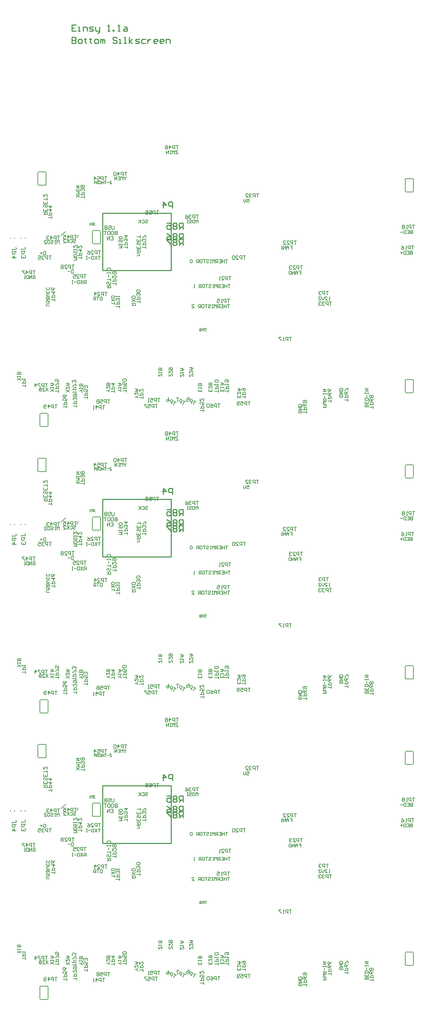
<source format=gbo>
G04 Layer_Color=32896*
%FSLAX24Y24*%
%MOIN*%
G70*
G01*
G75*
%ADD10C,0.0070*%
%ADD12C,0.0100*%
%ADD14C,0.0080*%
%ADD78C,0.0060*%
%ADD167C,0.0050*%
%ADD172C,0.0079*%
G54D10*
X3079Y19903D02*
Y20036D01*
Y19969D01*
X3413D01*
X3479Y20036D01*
Y20103D01*
X3413Y20169D01*
X3479Y19770D02*
X3079D01*
Y19570D01*
X3146Y19503D01*
X3279D01*
X3346Y19570D01*
Y19770D01*
X3479Y19170D02*
X3079D01*
X3279Y19370D01*
Y19103D01*
X3979Y19933D02*
Y20066D01*
Y19999D01*
X4313D01*
X4379Y20066D01*
Y20133D01*
X4313Y20199D01*
X4379Y19799D02*
X3979D01*
Y19600D01*
X4046Y19533D01*
X4179D01*
X4246Y19600D01*
Y19799D01*
X4046Y19400D02*
X3979Y19333D01*
Y19200D01*
X4046Y19133D01*
X4113D01*
X4179Y19200D01*
Y19266D01*
Y19200D01*
X4246Y19133D01*
X4313D01*
X4379Y19200D01*
Y19333D01*
X4313Y19400D01*
X3079Y47895D02*
Y48028D01*
Y47962D01*
X3413D01*
X3479Y48028D01*
Y48095D01*
X3413Y48162D01*
X3479Y47762D02*
X3079D01*
Y47562D01*
X3146Y47495D01*
X3279D01*
X3346Y47562D01*
Y47762D01*
X3479Y47162D02*
X3079D01*
X3279Y47362D01*
Y47095D01*
X3979Y47925D02*
Y48058D01*
Y47992D01*
X4313D01*
X4379Y48058D01*
Y48125D01*
X4313Y48191D01*
X4379Y47792D02*
X3979D01*
Y47592D01*
X4046Y47525D01*
X4179D01*
X4246Y47592D01*
Y47792D01*
X4046Y47392D02*
X3979Y47325D01*
Y47192D01*
X4046Y47125D01*
X4113D01*
X4179Y47192D01*
Y47258D01*
Y47192D01*
X4246Y47125D01*
X4313D01*
X4379Y47192D01*
Y47325D01*
X4313Y47392D01*
X3079Y75887D02*
Y76020D01*
Y75954D01*
X3413D01*
X3479Y76020D01*
Y76087D01*
X3413Y76154D01*
X3479Y75754D02*
X3079D01*
Y75554D01*
X3146Y75487D01*
X3279D01*
X3346Y75554D01*
Y75754D01*
X3479Y75154D02*
X3079D01*
X3279Y75354D01*
Y75087D01*
X3979Y75917D02*
Y76050D01*
Y75984D01*
X4313D01*
X4379Y76050D01*
Y76117D01*
X4313Y76184D01*
X4379Y75784D02*
X3979D01*
Y75584D01*
X4046Y75517D01*
X4179D01*
X4246Y75584D01*
Y75784D01*
X4046Y75384D02*
X3979Y75317D01*
Y75184D01*
X4046Y75117D01*
X4113D01*
X4179Y75184D01*
Y75251D01*
Y75184D01*
X4246Y75117D01*
X4313D01*
X4379Y75184D01*
Y75317D01*
X4313Y75384D01*
G54D12*
X9328Y97928D02*
X8928D01*
Y97328D01*
X9328D01*
X8928Y97628D02*
X9128D01*
X9528Y97328D02*
X9728D01*
X9628D01*
Y97728D01*
X9528D01*
X10028Y97328D02*
Y97728D01*
X10328D01*
X10428Y97628D01*
Y97328D01*
X10628D02*
X10928D01*
X11028Y97428D01*
X10928Y97528D01*
X10728D01*
X10628Y97628D01*
X10728Y97728D01*
X11028D01*
X11228D02*
Y97428D01*
X11328Y97328D01*
X11627D01*
Y97228D01*
X11528Y97128D01*
X11428D01*
X11627Y97328D02*
Y97728D01*
X12427Y97328D02*
X12627D01*
X12527D01*
Y97928D01*
X12427Y97828D01*
X12927Y97328D02*
Y97428D01*
X13027D01*
Y97328D01*
X12927D01*
X13427D02*
X13627D01*
X13527D01*
Y97928D01*
X13427Y97828D01*
X14027Y97728D02*
X14227D01*
X14327Y97628D01*
Y97328D01*
X14027D01*
X13927Y97428D01*
X14027Y97528D01*
X14327D01*
X8928Y96728D02*
Y96128D01*
X9228D01*
X9328Y96228D01*
Y96328D01*
X9228Y96428D01*
X8928D01*
X9228D01*
X9328Y96528D01*
Y96628D01*
X9228Y96728D01*
X8928D01*
X9628Y96128D02*
X9828D01*
X9928Y96228D01*
Y96428D01*
X9828Y96528D01*
X9628D01*
X9528Y96428D01*
Y96228D01*
X9628Y96128D01*
X10228Y96628D02*
Y96528D01*
X10128D01*
X10328D01*
X10228D01*
Y96228D01*
X10328Y96128D01*
X10728Y96628D02*
Y96528D01*
X10628D01*
X10828D01*
X10728D01*
Y96228D01*
X10828Y96128D01*
X11228D02*
X11428D01*
X11528Y96228D01*
Y96428D01*
X11428Y96528D01*
X11228D01*
X11128Y96428D01*
Y96228D01*
X11228Y96128D01*
X11727D02*
Y96528D01*
X11827D01*
X11927Y96428D01*
Y96128D01*
Y96428D01*
X12027Y96528D01*
X12127Y96428D01*
Y96128D01*
X13327Y96628D02*
X13227Y96728D01*
X13027D01*
X12927Y96628D01*
Y96528D01*
X13027Y96428D01*
X13227D01*
X13327Y96328D01*
Y96228D01*
X13227Y96128D01*
X13027D01*
X12927Y96228D01*
X13527Y96128D02*
X13727D01*
X13627D01*
Y96528D01*
X13527D01*
X14027Y96128D02*
X14227D01*
X14127D01*
Y96728D01*
X14027D01*
X14527Y96128D02*
Y96728D01*
Y96328D02*
X14826Y96528D01*
X14527Y96328D02*
X14826Y96128D01*
X15126D02*
X15426D01*
X15526Y96228D01*
X15426Y96328D01*
X15226D01*
X15126Y96428D01*
X15226Y96528D01*
X15526D01*
X16126D02*
X15826D01*
X15726Y96428D01*
Y96228D01*
X15826Y96128D01*
X16126D01*
X16326Y96528D02*
Y96128D01*
Y96328D01*
X16426Y96428D01*
X16526Y96528D01*
X16626D01*
X17226Y96128D02*
X17026D01*
X16926Y96228D01*
Y96428D01*
X17026Y96528D01*
X17226D01*
X17326Y96428D01*
Y96328D01*
X16926D01*
X17825Y96128D02*
X17626D01*
X17526Y96228D01*
Y96428D01*
X17626Y96528D01*
X17825D01*
X17925Y96428D01*
Y96328D01*
X17526D01*
X18125Y96128D02*
Y96528D01*
X18425D01*
X18525Y96428D01*
Y96128D01*
X11931Y17927D02*
X18624D01*
X11931D02*
Y23549D01*
X18624D01*
Y17927D02*
Y23549D01*
X18754Y24046D02*
Y24646D01*
X18454D01*
X18354Y24546D01*
Y24346D01*
X18454Y24246D01*
X18754D01*
X17854Y24046D02*
Y24646D01*
X18154Y24346D01*
X17754D01*
X19789Y21968D02*
Y22568D01*
X19489D01*
X19389Y22468D01*
Y22268D01*
X19489Y22168D01*
X19789D01*
X19589D02*
X19389Y21968D01*
X19189Y22468D02*
X19089Y22568D01*
X18889D01*
X18789Y22468D01*
Y22368D01*
X18889Y22268D01*
X18789Y22168D01*
Y22068D01*
X18889Y21968D01*
X19089D01*
X19189Y22068D01*
Y22168D01*
X19089Y22268D01*
X19189Y22368D01*
Y22468D01*
X19089Y22268D02*
X18889D01*
X18189Y22568D02*
X18589D01*
Y22268D01*
X18389Y22368D01*
X18289D01*
X18189Y22268D01*
Y22068D01*
X18289Y21968D01*
X18489D01*
X18589Y22068D01*
X19779Y20953D02*
Y21553D01*
X19479D01*
X19379Y21453D01*
Y21253D01*
X19479Y21153D01*
X19779D01*
X19579D02*
X19379Y20953D01*
X19179Y21453D02*
X19079Y21553D01*
X18879D01*
X18780Y21453D01*
Y21353D01*
X18879Y21253D01*
X18780Y21153D01*
Y21053D01*
X18879Y20953D01*
X19079D01*
X19179Y21053D01*
Y21153D01*
X19079Y21253D01*
X19179Y21353D01*
Y21453D01*
X19079Y21253D02*
X18879D01*
X18180Y21553D02*
X18380Y21453D01*
X18580Y21253D01*
Y21053D01*
X18480Y20953D01*
X18280D01*
X18180Y21053D01*
Y21153D01*
X18280Y21253D01*
X18580D01*
X19785Y20413D02*
Y21013D01*
X19485D01*
X19385Y20913D01*
Y20713D01*
X19485Y20613D01*
X19785D01*
X19585D02*
X19385Y20413D01*
X19185Y20913D02*
X19085Y21013D01*
X18885D01*
X18785Y20913D01*
Y20813D01*
X18885Y20713D01*
X18785Y20613D01*
Y20513D01*
X18885Y20413D01*
X19085D01*
X19185Y20513D01*
Y20613D01*
X19085Y20713D01*
X19185Y20813D01*
Y20913D01*
X19085Y20713D02*
X18885D01*
X18585Y21013D02*
X18185D01*
Y20913D01*
X18585Y20513D01*
Y20413D01*
X11931Y45919D02*
X18624D01*
X11931D02*
Y51541D01*
X18624D01*
Y45919D02*
Y51541D01*
X18754Y52038D02*
Y52638D01*
X18454D01*
X18354Y52538D01*
Y52338D01*
X18454Y52238D01*
X18754D01*
X17854Y52038D02*
Y52638D01*
X18154Y52338D01*
X17754D01*
X19789Y49960D02*
Y50560D01*
X19489D01*
X19389Y50460D01*
Y50260D01*
X19489Y50160D01*
X19789D01*
X19589D02*
X19389Y49960D01*
X19189Y50460D02*
X19089Y50560D01*
X18889D01*
X18789Y50460D01*
Y50360D01*
X18889Y50260D01*
X18789Y50160D01*
Y50060D01*
X18889Y49960D01*
X19089D01*
X19189Y50060D01*
Y50160D01*
X19089Y50260D01*
X19189Y50360D01*
Y50460D01*
X19089Y50260D02*
X18889D01*
X18189Y50560D02*
X18589D01*
Y50260D01*
X18389Y50360D01*
X18289D01*
X18189Y50260D01*
Y50060D01*
X18289Y49960D01*
X18489D01*
X18589Y50060D01*
X19779Y48946D02*
Y49545D01*
X19479D01*
X19379Y49445D01*
Y49246D01*
X19479Y49146D01*
X19779D01*
X19579D02*
X19379Y48946D01*
X19179Y49445D02*
X19079Y49545D01*
X18879D01*
X18780Y49445D01*
Y49345D01*
X18879Y49246D01*
X18780Y49146D01*
Y49046D01*
X18879Y48946D01*
X19079D01*
X19179Y49046D01*
Y49146D01*
X19079Y49246D01*
X19179Y49345D01*
Y49445D01*
X19079Y49246D02*
X18879D01*
X18180Y49545D02*
X18380Y49445D01*
X18580Y49246D01*
Y49046D01*
X18480Y48946D01*
X18280D01*
X18180Y49046D01*
Y49146D01*
X18280Y49246D01*
X18580D01*
X19785Y48405D02*
Y49005D01*
X19485D01*
X19385Y48905D01*
Y48705D01*
X19485Y48605D01*
X19785D01*
X19585D02*
X19385Y48405D01*
X19185Y48905D02*
X19085Y49005D01*
X18885D01*
X18785Y48905D01*
Y48805D01*
X18885Y48705D01*
X18785Y48605D01*
Y48505D01*
X18885Y48405D01*
X19085D01*
X19185Y48505D01*
Y48605D01*
X19085Y48705D01*
X19185Y48805D01*
Y48905D01*
X19085Y48705D02*
X18885D01*
X18585Y49005D02*
X18185D01*
Y48905D01*
X18585Y48505D01*
Y48405D01*
X11931Y73911D02*
X18624D01*
X11931D02*
Y79533D01*
X18624D01*
Y73911D02*
Y79533D01*
X18754Y80031D02*
Y80630D01*
X18454D01*
X18354Y80530D01*
Y80330D01*
X18454Y80230D01*
X18754D01*
X17854Y80031D02*
Y80630D01*
X18154Y80330D01*
X17754D01*
X19789Y77952D02*
Y78552D01*
X19489D01*
X19389Y78452D01*
Y78252D01*
X19489Y78152D01*
X19789D01*
X19589D02*
X19389Y77952D01*
X19189Y78452D02*
X19089Y78552D01*
X18889D01*
X18789Y78452D01*
Y78352D01*
X18889Y78252D01*
X18789Y78152D01*
Y78052D01*
X18889Y77952D01*
X19089D01*
X19189Y78052D01*
Y78152D01*
X19089Y78252D01*
X19189Y78352D01*
Y78452D01*
X19089Y78252D02*
X18889D01*
X18189Y78552D02*
X18589D01*
Y78252D01*
X18389Y78352D01*
X18289D01*
X18189Y78252D01*
Y78052D01*
X18289Y77952D01*
X18489D01*
X18589Y78052D01*
X19779Y76938D02*
Y77538D01*
X19479D01*
X19379Y77438D01*
Y77238D01*
X19479Y77138D01*
X19779D01*
X19579D02*
X19379Y76938D01*
X19179Y77438D02*
X19079Y77538D01*
X18879D01*
X18780Y77438D01*
Y77338D01*
X18879Y77238D01*
X18780Y77138D01*
Y77038D01*
X18879Y76938D01*
X19079D01*
X19179Y77038D01*
Y77138D01*
X19079Y77238D01*
X19179Y77338D01*
Y77438D01*
X19079Y77238D02*
X18879D01*
X18180Y77538D02*
X18380Y77438D01*
X18580Y77238D01*
Y77038D01*
X18480Y76938D01*
X18280D01*
X18180Y77038D01*
Y77138D01*
X18280Y77238D01*
X18580D01*
X19785Y76397D02*
Y76997D01*
X19485D01*
X19385Y76897D01*
Y76697D01*
X19485Y76597D01*
X19785D01*
X19585D02*
X19385Y76397D01*
X19185Y76897D02*
X19085Y76997D01*
X18885D01*
X18785Y76897D01*
Y76797D01*
X18885Y76697D01*
X18785Y76597D01*
Y76497D01*
X18885Y76397D01*
X19085D01*
X19185Y76497D01*
Y76597D01*
X19085Y76697D01*
X19185Y76797D01*
Y76897D01*
X19085Y76697D02*
X18885D01*
X18585Y76997D02*
X18185D01*
Y76897D01*
X18585Y76497D01*
Y76397D01*
G54D14*
X9379Y21129D02*
X9549Y21359D01*
X7859Y21329D02*
X8329Y21729D01*
X9379Y49121D02*
X9549Y49352D01*
X7859Y49321D02*
X8329Y49721D01*
X9379Y77114D02*
X9549Y77344D01*
X7859Y77314D02*
X8329Y77714D01*
G54D78*
X11629Y20541D02*
X11699Y20570D01*
X11729Y20641D01*
Y21741D02*
X11699Y21812D01*
X11629Y21841D01*
X11029D02*
X10958Y21812D01*
X10929Y21741D01*
Y20641D02*
X10958Y20570D01*
X11029Y20541D01*
X41611Y7284D02*
X41540Y7254D01*
X41511Y7184D01*
Y6084D02*
X41540Y6013D01*
X41611Y5984D01*
X42211D02*
X42282Y6013D01*
X42311Y6084D01*
Y7184D02*
X42282Y7254D01*
X42211Y7284D01*
X5599Y26379D02*
X5629Y26309D01*
X5699Y26279D01*
Y27579D02*
X5629Y27550D01*
X5599Y27479D01*
X6399D02*
X6370Y27550D01*
X6299Y27579D01*
Y26279D02*
X6370Y26309D01*
X6399Y26379D01*
X5779Y2769D02*
X5809Y2699D01*
X5879Y2669D01*
Y3969D02*
X5809Y3940D01*
X5779Y3869D01*
X6579D02*
X6550Y3940D01*
X6479Y3969D01*
Y2669D02*
X6550Y2699D01*
X6579Y2769D01*
X41519Y25719D02*
X41549Y25649D01*
X41619Y25619D01*
Y26919D02*
X41549Y26890D01*
X41519Y26819D01*
X42319D02*
X42290Y26890D01*
X42219Y26919D01*
Y25619D02*
X42290Y25649D01*
X42319Y25719D01*
X10929Y20641D02*
Y21741D01*
X11029Y21841D02*
X11629D01*
X11029Y20541D02*
X11629D01*
X11729Y20641D02*
Y21741D01*
X42311Y6084D02*
Y7184D01*
X41611Y5984D02*
X42211D01*
X41611Y7284D02*
X42211D01*
X41511Y6084D02*
Y7184D01*
X6399Y26379D02*
Y27479D01*
X5699Y26279D02*
X6299D01*
X5699Y27579D02*
X6299D01*
X5599Y26379D02*
Y27479D01*
X6579Y2769D02*
Y3869D01*
X5879Y2669D02*
X6479D01*
X5879Y3969D02*
X6479D01*
X5779Y2769D02*
Y3869D01*
X42319Y25719D02*
Y26819D01*
X41619Y25619D02*
X42219D01*
X41619Y26919D02*
X42219D01*
X41519Y25719D02*
Y26819D01*
X23409Y4899D02*
X23176D01*
X23293D01*
Y4549D01*
X23059D02*
Y4899D01*
X22885D01*
X22826Y4841D01*
Y4724D01*
X22885Y4666D01*
X23059D01*
X22476Y4899D02*
X22593Y4841D01*
X22710Y4724D01*
Y4608D01*
X22651Y4549D01*
X22535D01*
X22476Y4608D01*
Y4666D01*
X22535Y4724D01*
X22710D01*
X22360Y4841D02*
X22301Y4899D01*
X22185D01*
X22126Y4841D01*
Y4608D01*
X22185Y4549D01*
X22301D01*
X22360Y4608D01*
Y4841D01*
X26359Y5109D02*
X26126D01*
X26243D01*
Y4759D01*
X26009D02*
Y5109D01*
X25835D01*
X25776Y5051D01*
Y4934D01*
X25835Y4876D01*
X26009D01*
X25426Y5109D02*
X25660D01*
Y4934D01*
X25543Y4993D01*
X25485D01*
X25426Y4934D01*
Y4818D01*
X25485Y4759D01*
X25601D01*
X25660Y4818D01*
X25310D02*
X25251Y4759D01*
X25135D01*
X25076Y4818D01*
Y5051D01*
X25135Y5109D01*
X25251D01*
X25310Y5051D01*
Y4993D01*
X25251Y4934D01*
X25076D01*
X12619Y5299D02*
X12386D01*
X12503D01*
Y4949D01*
X12269D02*
Y5299D01*
X12095D01*
X12036Y5241D01*
Y5124D01*
X12095Y5066D01*
X12269D01*
X11686Y5299D02*
X11920D01*
Y5124D01*
X11803Y5183D01*
X11745D01*
X11686Y5124D01*
Y5008D01*
X11745Y4949D01*
X11861D01*
X11920Y5008D01*
X11570Y5241D02*
X11511Y5299D01*
X11395D01*
X11336Y5241D01*
Y5183D01*
X11395Y5124D01*
X11336Y5066D01*
Y5008D01*
X11395Y4949D01*
X11511D01*
X11570Y5008D01*
Y5066D01*
X11511Y5124D01*
X11570Y5183D01*
Y5241D01*
X11511Y5124D02*
X11395D01*
X17289Y4839D02*
X17056D01*
X17173D01*
Y4489D01*
X16939D02*
Y4839D01*
X16765D01*
X16706Y4781D01*
Y4664D01*
X16765Y4606D01*
X16939D01*
X16356Y4839D02*
X16590D01*
Y4664D01*
X16473Y4723D01*
X16415D01*
X16356Y4664D01*
Y4548D01*
X16415Y4489D01*
X16531D01*
X16590Y4548D01*
X16240Y4839D02*
X16006D01*
Y4781D01*
X16240Y4548D01*
Y4489D01*
X8409D02*
Y4723D01*
Y4606D01*
X8059D01*
Y4839D02*
X8409D01*
Y5014D01*
X8351Y5073D01*
X8234D01*
X8176Y5014D01*
Y4839D01*
X8409Y5422D02*
Y5189D01*
X8234D01*
X8293Y5306D01*
Y5364D01*
X8234Y5422D01*
X8118D01*
X8059Y5364D01*
Y5247D01*
X8118Y5189D01*
X8409Y5772D02*
X8351Y5656D01*
X8234Y5539D01*
X8118D01*
X8059Y5597D01*
Y5714D01*
X8118Y5772D01*
X8176D01*
X8234Y5714D01*
Y5539D01*
X7479Y4809D02*
X7246D01*
X7363D01*
Y4459D01*
X7129D02*
Y4809D01*
X6955D01*
X6896Y4751D01*
Y4634D01*
X6955Y4576D01*
X7129D01*
X6605Y4459D02*
Y4809D01*
X6780Y4634D01*
X6546D01*
X6430Y4518D02*
X6371Y4459D01*
X6255D01*
X6196Y4518D01*
Y4751D01*
X6255Y4809D01*
X6371D01*
X6430Y4751D01*
Y4693D01*
X6371Y4634D01*
X6196D01*
X12149Y4729D02*
X11916D01*
X12033D01*
Y4379D01*
X11799D02*
Y4729D01*
X11625D01*
X11566Y4671D01*
Y4554D01*
X11625Y4496D01*
X11799D01*
X11275Y4379D02*
Y4729D01*
X11450Y4554D01*
X11216D01*
X11100Y4379D02*
X10983D01*
X11041D01*
Y4729D01*
X11100Y4671D01*
X9399Y4569D02*
Y4803D01*
Y4686D01*
X9049D01*
Y4919D02*
X9399D01*
Y5094D01*
X9341Y5153D01*
X9224D01*
X9166Y5094D01*
Y4919D01*
X9341Y5269D02*
X9399Y5327D01*
Y5444D01*
X9341Y5502D01*
X9283D01*
X9224Y5444D01*
Y5386D01*
Y5444D01*
X9166Y5502D01*
X9108D01*
X9049Y5444D01*
Y5327D01*
X9108Y5269D01*
Y5619D02*
X9049Y5677D01*
Y5794D01*
X9108Y5852D01*
X9341D01*
X9399Y5794D01*
Y5677D01*
X9341Y5619D01*
X9283D01*
X9224Y5677D01*
Y5852D01*
X17413Y23765D02*
X17180D01*
X17296D01*
Y23415D01*
X17063D02*
Y23765D01*
X16888D01*
X16830Y23707D01*
Y23590D01*
X16888Y23532D01*
X17063D01*
X16480Y23765D02*
X16713D01*
Y23590D01*
X16597Y23648D01*
X16538D01*
X16480Y23590D01*
Y23473D01*
X16538Y23415D01*
X16655D01*
X16713Y23473D01*
X16130Y23765D02*
X16363D01*
Y23590D01*
X16247Y23648D01*
X16188D01*
X16130Y23590D01*
Y23473D01*
X16188Y23415D01*
X16305D01*
X16363Y23473D01*
X12339Y27089D02*
X12106D01*
X12223D01*
Y26739D01*
X11989D02*
Y27089D01*
X11815D01*
X11756Y27031D01*
Y26914D01*
X11815Y26856D01*
X11989D01*
X11406Y27089D02*
X11640D01*
Y26914D01*
X11523Y26973D01*
X11465D01*
X11406Y26914D01*
Y26798D01*
X11465Y26739D01*
X11581D01*
X11640Y26798D01*
X11115Y26739D02*
Y27089D01*
X11290Y26914D01*
X11056D01*
X6909Y19359D02*
X6676D01*
X6793D01*
Y19009D01*
X6559D02*
Y19359D01*
X6385D01*
X6326Y19301D01*
Y19184D01*
X6385Y19126D01*
X6559D01*
X6210Y19301D02*
X6151Y19359D01*
X6035D01*
X5976Y19301D01*
Y19243D01*
X6035Y19184D01*
X6093D01*
X6035D01*
X5976Y19126D01*
Y19068D01*
X6035Y19009D01*
X6151D01*
X6210Y19068D01*
X5626Y19359D02*
X5860D01*
Y19184D01*
X5743Y19243D01*
X5685D01*
X5626Y19184D01*
Y19068D01*
X5685Y19009D01*
X5801D01*
X5860Y19068D01*
X9149Y18459D02*
X8916D01*
X9033D01*
Y18109D01*
X8799D02*
Y18459D01*
X8625D01*
X8566Y18401D01*
Y18284D01*
X8625Y18226D01*
X8799D01*
X8216Y18109D02*
X8450D01*
X8216Y18343D01*
Y18401D01*
X8275Y18459D01*
X8391D01*
X8450Y18401D01*
X8100D02*
X8041Y18459D01*
X7925D01*
X7866Y18401D01*
Y18343D01*
X7925Y18284D01*
X7866Y18226D01*
Y18168D01*
X7925Y18109D01*
X8041D01*
X8100Y18168D01*
Y18226D01*
X8041Y18284D01*
X8100Y18343D01*
Y18401D01*
X8041Y18284D02*
X7925D01*
X9309Y5919D02*
Y6153D01*
Y6036D01*
X8959D01*
Y6269D02*
X9309D01*
Y6444D01*
X9251Y6503D01*
X9134D01*
X9076Y6444D01*
Y6269D01*
X9309Y6619D02*
Y6852D01*
X9251D01*
X9018Y6619D01*
X8959D01*
X9251Y6969D02*
X9309Y7027D01*
Y7144D01*
X9251Y7202D01*
X9193D01*
X9134Y7144D01*
Y7086D01*
Y7144D01*
X9076Y7202D01*
X9018D01*
X8959Y7144D01*
Y7027D01*
X9018Y6969D01*
X6529Y6879D02*
X6296D01*
X6413D01*
Y6529D01*
X6179D02*
Y6879D01*
X6005D01*
X5946Y6821D01*
Y6704D01*
X6005Y6646D01*
X6179D01*
X5830Y6879D02*
X5596D01*
Y6821D01*
X5830Y6588D01*
Y6529D01*
X5305D02*
Y6879D01*
X5480Y6704D01*
X5246D01*
X7617Y6017D02*
Y6250D01*
Y6133D01*
X7267D01*
Y6367D02*
X7617D01*
Y6542D01*
X7558Y6600D01*
X7442D01*
X7383Y6542D01*
Y6367D01*
X7617Y6717D02*
Y6950D01*
X7558D01*
X7325Y6717D01*
X7267D01*
X7617Y7300D02*
Y7067D01*
X7442D01*
X7500Y7183D01*
Y7241D01*
X7442Y7300D01*
X7325D01*
X7267Y7241D01*
Y7125D01*
X7325Y7067D01*
X27189Y25439D02*
X26956D01*
X27073D01*
Y25089D01*
X26839D02*
Y25439D01*
X26665D01*
X26606Y25381D01*
Y25264D01*
X26665Y25206D01*
X26839D01*
X26490Y25381D02*
X26431Y25439D01*
X26315D01*
X26256Y25381D01*
Y25323D01*
X26315Y25264D01*
X26373D01*
X26315D01*
X26256Y25206D01*
Y25148D01*
X26315Y25089D01*
X26431D01*
X26490Y25148D01*
X25906Y25089D02*
X26140D01*
X25906Y25323D01*
Y25381D01*
X25965Y25439D01*
X26081D01*
X26140Y25381D01*
X13579Y14279D02*
Y14513D01*
Y14396D01*
X13229D01*
Y14629D02*
X13579D01*
Y14804D01*
X13521Y14863D01*
X13404D01*
X13346Y14804D01*
Y14629D01*
X13521Y14979D02*
X13579Y15037D01*
Y15154D01*
X13521Y15212D01*
X13463D01*
X13404Y15154D01*
Y15096D01*
Y15154D01*
X13346Y15212D01*
X13288D01*
X13229Y15154D01*
Y15037D01*
X13288Y14979D01*
X13229Y15329D02*
Y15446D01*
Y15387D01*
X13579D01*
X13521Y15329D01*
X15589Y14769D02*
Y15003D01*
Y14886D01*
X15239D01*
Y15119D02*
X15589D01*
Y15294D01*
X15531Y15353D01*
X15414D01*
X15356Y15294D01*
Y15119D01*
X15531Y15469D02*
X15589Y15527D01*
Y15644D01*
X15531Y15702D01*
X15473D01*
X15414Y15644D01*
Y15586D01*
Y15644D01*
X15356Y15702D01*
X15298D01*
X15239Y15644D01*
Y15527D01*
X15298Y15469D01*
X15531Y15819D02*
X15589Y15877D01*
Y15994D01*
X15531Y16052D01*
X15298D01*
X15239Y15994D01*
Y15877D01*
X15298Y15819D01*
X15531D01*
X13235Y16506D02*
Y16739D01*
Y16622D01*
X12885D01*
Y16855D02*
X13235D01*
Y17030D01*
X13177Y17089D01*
X13060D01*
X13002Y17030D01*
Y16855D01*
X12885Y17439D02*
Y17205D01*
X13119Y17439D01*
X13177D01*
X13235Y17380D01*
Y17264D01*
X13177Y17205D01*
X12944Y17555D02*
X12885Y17614D01*
Y17730D01*
X12944Y17789D01*
X13177D01*
X13235Y17730D01*
Y17614D01*
X13177Y17555D01*
X13119D01*
X13060Y17614D01*
Y17789D01*
X11724Y19867D02*
X11491D01*
X11607D01*
Y19517D01*
X11374D02*
Y19867D01*
X11199D01*
X11141Y19809D01*
Y19692D01*
X11199Y19634D01*
X11374D01*
X10791Y19517D02*
X11024D01*
X10791Y19751D01*
Y19809D01*
X10849Y19867D01*
X10966D01*
X11024Y19809D01*
X10441Y19867D02*
X10558Y19809D01*
X10674Y19692D01*
Y19576D01*
X10616Y19517D01*
X10499D01*
X10441Y19576D01*
Y19634D01*
X10499Y19692D01*
X10674D01*
X10317Y17525D02*
X10083D01*
X10200D01*
Y17175D01*
X9967D02*
Y17525D01*
X9792D01*
X9733Y17466D01*
Y17350D01*
X9792Y17292D01*
X9967D01*
X9384Y17175D02*
X9617D01*
X9384Y17408D01*
Y17466D01*
X9442Y17525D01*
X9558D01*
X9617Y17466D01*
X9034Y17525D02*
X9267D01*
Y17350D01*
X9150Y17408D01*
X9092D01*
X9034Y17350D01*
Y17233D01*
X9092Y17175D01*
X9209D01*
X9267Y17233D01*
X12359Y15819D02*
X12126D01*
X12243D01*
Y15469D01*
X12009D02*
Y15819D01*
X11835D01*
X11776Y15761D01*
Y15644D01*
X11835Y15586D01*
X12009D01*
X11426Y15469D02*
X11660D01*
X11426Y15703D01*
Y15761D01*
X11485Y15819D01*
X11601D01*
X11660Y15761D01*
X11135Y15469D02*
Y15819D01*
X11310Y15644D01*
X11076D01*
X42439Y22359D02*
X42206D01*
X42323D01*
Y22009D01*
X42089D02*
Y22359D01*
X41915D01*
X41856Y22301D01*
Y22184D01*
X41915Y22126D01*
X42089D01*
X41740Y22009D02*
X41623D01*
X41681D01*
Y22359D01*
X41740Y22301D01*
X41448D02*
X41390Y22359D01*
X41273D01*
X41215Y22301D01*
Y22243D01*
X41273Y22184D01*
X41215Y22126D01*
Y22068D01*
X41273Y22009D01*
X41390D01*
X41448Y22068D01*
Y22126D01*
X41390Y22184D01*
X41448Y22243D01*
Y22301D01*
X41390Y22184D02*
X41273D01*
X30389Y11409D02*
X30156D01*
X30273D01*
Y11059D01*
X30039D02*
Y11409D01*
X29865D01*
X29806Y11351D01*
Y11234D01*
X29865Y11176D01*
X30039D01*
X29690Y11059D02*
X29573D01*
X29631D01*
Y11409D01*
X29690Y11351D01*
X29398Y11409D02*
X29165D01*
Y11351D01*
X29398Y11118D01*
Y11059D01*
X42359Y20339D02*
X42126D01*
X42243D01*
Y19989D01*
X42009D02*
Y20339D01*
X41835D01*
X41776Y20281D01*
Y20164D01*
X41835Y20106D01*
X42009D01*
X41660Y19989D02*
X41543D01*
X41601D01*
Y20339D01*
X41660Y20281D01*
X41135Y20339D02*
X41251Y20281D01*
X41368Y20164D01*
Y20048D01*
X41310Y19989D01*
X41193D01*
X41135Y20048D01*
Y20106D01*
X41193Y20164D01*
X41368D01*
X34009Y15899D02*
X33776D01*
X33893D01*
Y15549D01*
X33659D02*
Y15899D01*
X33485D01*
X33426Y15841D01*
Y15724D01*
X33485Y15666D01*
X33659D01*
X33310Y15841D02*
X33251Y15899D01*
X33135D01*
X33076Y15841D01*
Y15783D01*
X33135Y15724D01*
X33193D01*
X33135D01*
X33076Y15666D01*
Y15608D01*
X33135Y15549D01*
X33251D01*
X33310Y15608D01*
X24479Y17349D02*
X24246D01*
X24363D01*
Y16999D01*
X24129D02*
Y17349D01*
X23955D01*
X23896Y17291D01*
Y17174D01*
X23955Y17116D01*
X24129D01*
X23546Y16999D02*
X23780D01*
X23546Y17233D01*
Y17291D01*
X23605Y17349D01*
X23721D01*
X23780Y17291D01*
X23430Y16999D02*
X23313D01*
X23371D01*
Y17349D01*
X23430Y17291D01*
X25889Y19369D02*
X25656D01*
X25773D01*
Y19019D01*
X25539D02*
Y19369D01*
X25365D01*
X25306Y19311D01*
Y19194D01*
X25365Y19136D01*
X25539D01*
X24956Y19019D02*
X25190D01*
X24956Y19253D01*
Y19311D01*
X25015Y19369D01*
X25131D01*
X25190Y19311D01*
X24840D02*
X24781Y19369D01*
X24665D01*
X24606Y19311D01*
Y19078D01*
X24665Y19019D01*
X24781D01*
X24840Y19078D01*
Y19311D01*
X24349Y15129D02*
X24116D01*
X24233D01*
Y14779D01*
X23999D02*
Y15129D01*
X23825D01*
X23766Y15071D01*
Y14954D01*
X23825Y14896D01*
X23999D01*
X23650Y14779D02*
X23533D01*
X23591D01*
Y15129D01*
X23650Y15071D01*
X23125Y15129D02*
X23358D01*
Y14954D01*
X23241Y15013D01*
X23183D01*
X23125Y14954D01*
Y14838D01*
X23183Y14779D01*
X23300D01*
X23358Y14838D01*
X14357Y20098D02*
Y20331D01*
Y20215D01*
X14007D01*
Y20448D02*
X14357D01*
Y20623D01*
X14299Y20681D01*
X14182D01*
X14124Y20623D01*
Y20448D01*
X14299Y20798D02*
X14357Y20856D01*
Y20973D01*
X14299Y21031D01*
X14241D01*
X14182Y20973D01*
Y20915D01*
Y20973D01*
X14124Y21031D01*
X14066D01*
X14007Y20973D01*
Y20856D01*
X14066Y20798D01*
X14007Y21323D02*
X14357D01*
X14182Y21148D01*
Y21381D01*
X21299Y23369D02*
X21066D01*
X21183D01*
Y23019D01*
X20949D02*
Y23369D01*
X20775D01*
X20716Y23311D01*
Y23194D01*
X20775Y23136D01*
X20949D01*
X20600Y23311D02*
X20541Y23369D01*
X20425D01*
X20366Y23311D01*
Y23253D01*
X20425Y23194D01*
X20483D01*
X20425D01*
X20366Y23136D01*
Y23078D01*
X20425Y23019D01*
X20541D01*
X20600Y23078D01*
X20016Y23369D02*
X20133Y23311D01*
X20250Y23194D01*
Y23078D01*
X20191Y23019D01*
X20075D01*
X20016Y23078D01*
Y23136D01*
X20075Y23194D01*
X20250D01*
X16139Y20079D02*
Y20313D01*
Y20196D01*
X15789D01*
Y20429D02*
X16139D01*
Y20604D01*
X16081Y20663D01*
X15964D01*
X15906Y20604D01*
Y20429D01*
X16081Y20779D02*
X16139Y20837D01*
Y20954D01*
X16081Y21012D01*
X16023D01*
X15964Y20954D01*
Y20896D01*
Y20954D01*
X15906Y21012D01*
X15848D01*
X15789Y20954D01*
Y20837D01*
X15848Y20779D01*
X16139Y21129D02*
Y21362D01*
X16081D01*
X15848Y21129D01*
X15789D01*
X10139Y24989D02*
Y25223D01*
Y25106D01*
X9789D01*
Y25339D02*
X10139D01*
Y25514D01*
X10081Y25573D01*
X9964D01*
X9906Y25514D01*
Y25339D01*
X10081Y25689D02*
X10139Y25747D01*
Y25864D01*
X10081Y25922D01*
X10023D01*
X9964Y25864D01*
Y25806D01*
Y25864D01*
X9906Y25922D01*
X9848D01*
X9789Y25864D01*
Y25747D01*
X9848Y25689D01*
X10081Y26039D02*
X10139Y26097D01*
Y26214D01*
X10081Y26272D01*
X10023D01*
X9964Y26214D01*
X9906Y26272D01*
X9848D01*
X9789Y26214D01*
Y26097D01*
X9848Y26039D01*
X9906D01*
X9964Y26097D01*
X10023Y26039D01*
X10081D01*
X9964Y26097D02*
Y26214D01*
X14289Y27549D02*
X14056D01*
X14173D01*
Y27199D01*
X13939D02*
Y27549D01*
X13765D01*
X13706Y27491D01*
Y27374D01*
X13765Y27316D01*
X13939D01*
X13415Y27199D02*
Y27549D01*
X13590Y27374D01*
X13356D01*
X13240Y27491D02*
X13181Y27549D01*
X13065D01*
X13006Y27491D01*
Y27258D01*
X13065Y27199D01*
X13181D01*
X13240Y27258D01*
Y27491D01*
X9879Y19059D02*
Y19293D01*
Y19176D01*
X9529D01*
Y19409D02*
X9879D01*
Y19584D01*
X9821Y19643D01*
X9704D01*
X9646Y19584D01*
Y19409D01*
X9529Y19934D02*
X9879D01*
X9704Y19759D01*
Y19992D01*
X9529Y20342D02*
Y20109D01*
X9763Y20342D01*
X9821D01*
X9879Y20284D01*
Y20167D01*
X9821Y20109D01*
X7729Y21289D02*
X7496D01*
X7613D01*
Y20939D01*
X7379D02*
Y21289D01*
X7205D01*
X7146Y21231D01*
Y21114D01*
X7205Y21056D01*
X7379D01*
X6855Y20939D02*
Y21289D01*
X7030Y21114D01*
X6796D01*
X6680Y21231D02*
X6621Y21289D01*
X6505D01*
X6446Y21231D01*
Y21173D01*
X6505Y21114D01*
X6563D01*
X6505D01*
X6446Y21056D01*
Y20998D01*
X6505Y20939D01*
X6621D01*
X6680Y20998D01*
X6959Y22989D02*
Y23223D01*
Y23106D01*
X6609D01*
Y23339D02*
X6959D01*
Y23514D01*
X6901Y23573D01*
X6784D01*
X6726Y23514D01*
Y23339D01*
X6609Y23864D02*
X6959D01*
X6784Y23689D01*
Y23922D01*
X6609Y24214D02*
X6959D01*
X6784Y24039D01*
Y24272D01*
X9379Y21369D02*
X9146D01*
X9263D01*
Y21019D01*
X9029D02*
Y21369D01*
X8855D01*
X8796Y21311D01*
Y21194D01*
X8855Y21136D01*
X9029D01*
X8505Y21019D02*
Y21369D01*
X8680Y21194D01*
X8446D01*
X8096Y21369D02*
X8330D01*
Y21194D01*
X8213Y21253D01*
X8155D01*
X8096Y21194D01*
Y21078D01*
X8155Y21019D01*
X8271D01*
X8330Y21078D01*
X7249Y14949D02*
Y15183D01*
Y15066D01*
X6899D01*
Y15299D02*
X7249D01*
Y15474D01*
X7191Y15533D01*
X7074D01*
X7016Y15474D01*
Y15299D01*
X6899Y15824D02*
X7249D01*
X7074Y15649D01*
Y15882D01*
X7249Y16232D02*
X7191Y16116D01*
X7074Y15999D01*
X6958D01*
X6899Y16057D01*
Y16174D01*
X6958Y16232D01*
X7016D01*
X7074Y16174D01*
Y15999D01*
X5319Y17919D02*
X5086D01*
X5203D01*
Y17569D01*
X4969D02*
Y17919D01*
X4795D01*
X4736Y17861D01*
Y17744D01*
X4795Y17686D01*
X4969D01*
X4445Y17569D02*
Y17919D01*
X4620Y17744D01*
X4386D01*
X4270Y17919D02*
X4036D01*
Y17861D01*
X4270Y17628D01*
Y17569D01*
X19319Y30149D02*
X19086D01*
X19203D01*
Y29799D01*
X18969D02*
Y30149D01*
X18795D01*
X18736Y30091D01*
Y29974D01*
X18795Y29916D01*
X18969D01*
X18445Y29799D02*
Y30149D01*
X18620Y29974D01*
X18386D01*
X18270Y30091D02*
X18211Y30149D01*
X18095D01*
X18036Y30091D01*
Y30033D01*
X18095Y29974D01*
X18036Y29916D01*
Y29858D01*
X18095Y29799D01*
X18211D01*
X18270Y29858D01*
Y29916D01*
X18211Y29974D01*
X18270Y30033D01*
Y30091D01*
X18211Y29974D02*
X18095D01*
X34289Y5049D02*
Y5283D01*
Y5166D01*
X33939D01*
Y5399D02*
X34289D01*
Y5574D01*
X34231Y5633D01*
X34114D01*
X34056Y5574D01*
Y5399D01*
X34289Y5982D02*
X34231Y5866D01*
X34114Y5749D01*
X33998D01*
X33939Y5807D01*
Y5924D01*
X33998Y5982D01*
X34056D01*
X34114Y5924D01*
Y5749D01*
X34289Y6332D02*
X34231Y6216D01*
X34114Y6099D01*
X33998D01*
X33939Y6157D01*
Y6274D01*
X33998Y6332D01*
X34056D01*
X34114Y6274D01*
Y6099D01*
X35919Y5139D02*
Y5373D01*
Y5256D01*
X35569D01*
Y5489D02*
X35919D01*
Y5664D01*
X35861Y5723D01*
X35744D01*
X35686Y5664D01*
Y5489D01*
X35919Y6072D02*
X35861Y5956D01*
X35744Y5839D01*
X35628D01*
X35569Y5897D01*
Y6014D01*
X35628Y6072D01*
X35686D01*
X35744Y6014D01*
Y5839D01*
X35919Y6189D02*
Y6422D01*
X35861D01*
X35628Y6189D01*
X35569D01*
X38379Y4449D02*
Y4683D01*
Y4566D01*
X38029D01*
Y4799D02*
X38379D01*
Y4974D01*
X38321Y5033D01*
X38204D01*
X38146Y4974D01*
Y4799D01*
X38379Y5382D02*
X38321Y5266D01*
X38204Y5149D01*
X38088D01*
X38029Y5207D01*
Y5324D01*
X38088Y5382D01*
X38146D01*
X38204Y5324D01*
Y5149D01*
X38321Y5499D02*
X38379Y5557D01*
Y5674D01*
X38321Y5732D01*
X38263D01*
X38204Y5674D01*
X38146Y5732D01*
X38088D01*
X38029Y5674D01*
Y5557D01*
X38088Y5499D01*
X38146D01*
X38204Y5557D01*
X38263Y5499D01*
X38321D01*
X38204Y5557D02*
Y5674D01*
X31869Y3969D02*
Y4203D01*
Y4086D01*
X31519D01*
Y4319D02*
X31869D01*
Y4494D01*
X31811Y4553D01*
X31694D01*
X31636Y4494D01*
Y4319D01*
X31869Y4902D02*
X31811Y4786D01*
X31694Y4669D01*
X31578D01*
X31519Y4727D01*
Y4844D01*
X31578Y4902D01*
X31636D01*
X31694Y4844D01*
Y4669D01*
X31578Y5019D02*
X31519Y5077D01*
Y5194D01*
X31578Y5252D01*
X31811D01*
X31869Y5194D01*
Y5077D01*
X31811Y5019D01*
X31753D01*
X31694Y5077D01*
Y5252D01*
X4389Y6539D02*
Y6773D01*
Y6656D01*
X4039D01*
Y6889D02*
X4389D01*
Y7064D01*
X4331Y7123D01*
X4214D01*
X4156Y7064D01*
Y6889D01*
X4039Y7239D02*
Y7356D01*
Y7297D01*
X4389D01*
X4331Y7239D01*
X15869Y5389D02*
Y5623D01*
Y5506D01*
X15519D01*
Y5739D02*
X15869D01*
Y5914D01*
X15811Y5973D01*
X15694D01*
X15636Y5914D01*
Y5739D01*
X15519Y6322D02*
Y6089D01*
X15753Y6322D01*
X15811D01*
X15869Y6264D01*
Y6147D01*
X15811Y6089D01*
X13089Y5999D02*
Y6233D01*
Y6116D01*
X12739D01*
Y6349D02*
X13089D01*
Y6524D01*
X13031Y6583D01*
X12914D01*
X12856Y6524D01*
Y6349D01*
X12739Y6874D02*
X13089D01*
X12914Y6699D01*
Y6932D01*
X14239Y6039D02*
Y6273D01*
Y6156D01*
X13889D01*
Y6389D02*
X14239D01*
Y6564D01*
X14181Y6623D01*
X14064D01*
X14006Y6564D01*
Y6389D01*
X14239Y6972D02*
Y6739D01*
X14064D01*
X14123Y6856D01*
Y6914D01*
X14064Y6972D01*
X13948D01*
X13889Y6914D01*
Y6797D01*
X13948Y6739D01*
X14181Y7089D02*
X14239Y7147D01*
Y7264D01*
X14181Y7322D01*
X13948D01*
X13889Y7264D01*
Y7147D01*
X13948Y7089D01*
X14181D01*
X10449Y5389D02*
Y5623D01*
Y5506D01*
X10099D01*
Y5739D02*
X10449D01*
Y5914D01*
X10391Y5973D01*
X10274D01*
X10216Y5914D01*
Y5739D01*
X10449Y6322D02*
Y6089D01*
X10274D01*
X10333Y6206D01*
Y6264D01*
X10274Y6322D01*
X10158D01*
X10099Y6264D01*
Y6147D01*
X10158Y6089D01*
X10391Y6439D02*
X10449Y6497D01*
Y6614D01*
X10391Y6672D01*
X10333D01*
X10274Y6614D01*
Y6556D01*
Y6614D01*
X10216Y6672D01*
X10158D01*
X10099Y6614D01*
Y6497D01*
X10158Y6439D01*
X21054Y5072D02*
X20852Y5189D01*
X20953Y5131D01*
X20778Y4828D01*
X20576Y4944D02*
X20751Y5247D01*
X20600Y5335D01*
X20520Y5313D01*
X20462Y5212D01*
X20483Y5133D01*
X20635Y5045D01*
X20246Y5539D02*
X20448Y5422D01*
X20361Y5271D01*
X20289Y5380D01*
X20238Y5409D01*
X20159Y5387D01*
X20101Y5286D01*
X20122Y5207D01*
X20223Y5148D01*
X20303Y5170D01*
X19114Y5032D02*
X18912Y5149D01*
X19013Y5091D01*
X18838Y4788D01*
X18636Y4904D02*
X18811Y5207D01*
X18660Y5295D01*
X18580Y5273D01*
X18522Y5172D01*
X18543Y5093D01*
X18695Y5005D01*
X18306Y5499D02*
X18378Y5390D01*
X18421Y5231D01*
X18363Y5130D01*
X18283Y5108D01*
X18182Y5167D01*
X18161Y5246D01*
X18190Y5297D01*
X18269Y5318D01*
X18421Y5231D01*
X20034Y5072D02*
X19832Y5189D01*
X19933Y5131D01*
X19758Y4828D01*
X19556Y4944D02*
X19731Y5247D01*
X19580Y5335D01*
X19500Y5313D01*
X19442Y5212D01*
X19463Y5133D01*
X19615Y5045D01*
X19428Y5422D02*
X19226Y5539D01*
X19197Y5488D01*
X19283Y5170D01*
X19253Y5119D01*
X17519Y5429D02*
X17286D01*
X17403D01*
Y5079D01*
X17169D02*
Y5429D01*
X16995D01*
X16936Y5371D01*
Y5254D01*
X16995Y5196D01*
X17169D01*
X16586Y5429D02*
X16820D01*
Y5254D01*
X16703Y5313D01*
X16645D01*
X16586Y5254D01*
Y5138D01*
X16645Y5079D01*
X16761D01*
X16820Y5138D01*
X16470Y5079D02*
X16353D01*
X16411D01*
Y5429D01*
X16470Y5371D01*
X25889Y5459D02*
Y5693D01*
Y5576D01*
X25539D01*
Y5809D02*
X25889D01*
Y5984D01*
X25831Y6043D01*
X25714D01*
X25656Y5984D01*
Y5809D01*
X25598Y6159D02*
X25539Y6217D01*
Y6334D01*
X25598Y6392D01*
X25831D01*
X25889Y6334D01*
Y6217D01*
X25831Y6159D01*
X25773D01*
X25714Y6217D01*
Y6392D01*
X23239Y6009D02*
Y6243D01*
Y6126D01*
X22889D01*
Y6359D02*
X23239D01*
Y6534D01*
X23181Y6593D01*
X23064D01*
X23006Y6534D01*
Y6359D01*
X22889Y6709D02*
Y6826D01*
Y6767D01*
X23239D01*
X23181Y6709D01*
Y7001D02*
X23239Y7059D01*
Y7176D01*
X23181Y7234D01*
X22948D01*
X22889Y7176D01*
Y7059D01*
X22948Y7001D01*
X23181D01*
X24249Y6029D02*
Y6263D01*
Y6146D01*
X23899D01*
Y6379D02*
X24249D01*
Y6554D01*
X24191Y6613D01*
X24074D01*
X24016Y6554D01*
Y6379D01*
X23899Y6729D02*
Y6846D01*
Y6787D01*
X24249D01*
X24191Y6729D01*
X23958Y7021D02*
X23899Y7079D01*
Y7196D01*
X23958Y7254D01*
X24191D01*
X24249Y7196D01*
Y7079D01*
X24191Y7021D01*
X24133D01*
X24074Y7079D01*
Y7254D01*
X21809Y4129D02*
Y4363D01*
Y4246D01*
X21459D01*
Y4479D02*
X21809D01*
Y4654D01*
X21751Y4713D01*
X21634D01*
X21576Y4654D01*
Y4479D01*
X21809Y5062D02*
Y4829D01*
X21634D01*
X21693Y4946D01*
Y5004D01*
X21634Y5062D01*
X21518D01*
X21459Y5004D01*
Y4887D01*
X21518Y4829D01*
X21459Y5412D02*
Y5179D01*
X21693Y5412D01*
X21751D01*
X21809Y5354D01*
Y5237D01*
X21751Y5179D01*
X30869Y20829D02*
X30636D01*
X30753D01*
Y20479D01*
X30519D02*
Y20829D01*
X30345D01*
X30286Y20771D01*
Y20654D01*
X30345Y20596D01*
X30519D01*
X29936Y20479D02*
X30170D01*
X29936Y20713D01*
Y20771D01*
X29995Y20829D01*
X30111D01*
X30170Y20771D01*
X29586Y20479D02*
X29820D01*
X29586Y20713D01*
Y20771D01*
X29645Y20829D01*
X29761D01*
X29820Y20771D01*
X31479Y18389D02*
X31246D01*
X31363D01*
Y18039D01*
X31129D02*
Y18389D01*
X30955D01*
X30896Y18331D01*
Y18214D01*
X30955Y18156D01*
X31129D01*
X30546Y18039D02*
X30780D01*
X30546Y18273D01*
Y18331D01*
X30605Y18389D01*
X30721D01*
X30780Y18331D01*
X30430D02*
X30371Y18389D01*
X30255D01*
X30196Y18331D01*
Y18273D01*
X30255Y18214D01*
X30313D01*
X30255D01*
X30196Y18156D01*
Y18098D01*
X30255Y18039D01*
X30371D01*
X30430Y18098D01*
X34329Y14859D02*
X34096D01*
X34213D01*
Y14509D01*
X33979D02*
Y14859D01*
X33805D01*
X33746Y14801D01*
Y14684D01*
X33805Y14626D01*
X33979D01*
X33630Y14801D02*
X33571Y14859D01*
X33455D01*
X33396Y14801D01*
Y14743D01*
X33455Y14684D01*
X33513D01*
X33455D01*
X33396Y14626D01*
Y14568D01*
X33455Y14509D01*
X33571D01*
X33630Y14568D01*
X33280Y14801D02*
X33221Y14859D01*
X33105D01*
X33046Y14801D01*
Y14743D01*
X33105Y14684D01*
X33163D01*
X33105D01*
X33046Y14626D01*
Y14568D01*
X33105Y14509D01*
X33221D01*
X33280Y14568D01*
X3919Y7189D02*
X3599Y7403D01*
X3919D02*
X3599Y7189D01*
Y7509D02*
Y7616D01*
Y7563D01*
X3919D01*
X3866Y7509D01*
X3919Y7776D02*
X3599D01*
Y7936D01*
X3653Y7989D01*
X3706D01*
X3759Y7936D01*
Y7776D01*
Y7936D01*
X3813Y7989D01*
X3866D01*
X3919Y7936D01*
Y7776D01*
X7149Y6099D02*
X6829Y6313D01*
X7149D02*
X6829Y6099D01*
Y6419D02*
Y6526D01*
Y6473D01*
X7149D01*
X7096Y6419D01*
X6829Y6686D02*
X7043D01*
X7149Y6792D01*
X7043Y6899D01*
X6829D01*
X6989D01*
Y6686D01*
X8679Y6049D02*
X8359Y6263D01*
X8679D02*
X8359Y6049D01*
Y6583D02*
Y6369D01*
X8573Y6583D01*
X8626D01*
X8679Y6529D01*
Y6423D01*
X8626Y6369D01*
X8359Y6689D02*
X8573D01*
X8679Y6796D01*
X8573Y6902D01*
X8359D01*
X8519D01*
Y6689D01*
X42237Y21847D02*
Y21527D01*
X42077D01*
X42024Y21580D01*
Y21633D01*
X42077Y21687D01*
X42237D01*
X42077D01*
X42024Y21740D01*
Y21793D01*
X42077Y21847D01*
X42237D01*
X41704D02*
X41917D01*
Y21527D01*
X41704D01*
X41917Y21687D02*
X41810D01*
X41597Y21847D02*
Y21527D01*
X41437D01*
X41384Y21580D01*
Y21793D01*
X41437Y21847D01*
X41597D01*
X41277Y21687D02*
X41064D01*
X42227Y19837D02*
Y19517D01*
X42067D01*
X42014Y19570D01*
Y19623D01*
X42067Y19677D01*
X42227D01*
X42067D01*
X42014Y19730D01*
Y19783D01*
X42067Y19837D01*
X42227D01*
X41694D02*
X41907D01*
Y19517D01*
X41694D01*
X41907Y19677D02*
X41800D01*
X41587Y19837D02*
Y19517D01*
X41427D01*
X41374Y19570D01*
Y19783D01*
X41427Y19837D01*
X41587D01*
X41267Y19677D02*
X41054D01*
X41161Y19783D02*
Y19570D01*
X6729Y14469D02*
X6463D01*
X6409Y14523D01*
Y14629D01*
X6463Y14683D01*
X6729D01*
X6676Y15003D02*
X6729Y14949D01*
Y14843D01*
X6676Y14789D01*
X6623D01*
X6569Y14843D01*
Y14949D01*
X6516Y15003D01*
X6463D01*
X6409Y14949D01*
Y14843D01*
X6463Y14789D01*
X6729Y15109D02*
X6409D01*
Y15269D01*
X6463Y15322D01*
X6516D01*
X6569Y15269D01*
Y15109D01*
Y15269D01*
X6623Y15322D01*
X6676D01*
X6729Y15269D01*
Y15109D01*
Y15429D02*
X6516D01*
X6409Y15536D01*
X6516Y15642D01*
X6729D01*
X6676Y15962D02*
X6729Y15909D01*
Y15802D01*
X6676Y15749D01*
X6463D01*
X6409Y15802D01*
Y15909D01*
X6463Y15962D01*
X6676Y16282D02*
X6729Y16229D01*
Y16122D01*
X6676Y16069D01*
X6463D01*
X6409Y16122D01*
Y16229D01*
X6463Y16282D01*
X5106Y17396D02*
X5159Y17449D01*
X5266D01*
X5319Y17396D01*
Y17183D01*
X5266Y17129D01*
X5159D01*
X5106Y17183D01*
Y17289D01*
X5213D01*
X4999Y17129D02*
Y17449D01*
X4786Y17129D01*
Y17449D01*
X4680D02*
Y17129D01*
X4520D01*
X4466Y17183D01*
Y17396D01*
X4520Y17449D01*
X4680D01*
X4360Y17129D02*
X4253D01*
X4306D01*
Y17449D01*
X4360Y17396D01*
X9049Y17989D02*
Y17669D01*
X8889D01*
X8836Y17723D01*
Y17936D01*
X8889Y17989D01*
X9049D01*
X8729Y17829D02*
X8516D01*
X6349Y19799D02*
Y19479D01*
X6189D01*
X6136Y19533D01*
Y19746D01*
X6189Y19799D01*
X6349D01*
X6029Y19639D02*
X5816D01*
X5923Y19746D02*
Y19533D01*
X26026Y24909D02*
X26239D01*
Y24749D01*
X26133Y24803D01*
X26079D01*
X26026Y24749D01*
Y24643D01*
X26079Y24589D01*
X26186D01*
X26239Y24643D01*
X25919Y24909D02*
Y24696D01*
X25813Y24589D01*
X25706Y24696D01*
Y24909D01*
X21249Y22559D02*
Y22879D01*
X21143Y22773D01*
X21036Y22879D01*
Y22559D01*
X20770Y22879D02*
X20876D01*
X20929Y22826D01*
Y22613D01*
X20876Y22559D01*
X20770D01*
X20716Y22613D01*
Y22826D01*
X20770Y22879D01*
X20396Y22826D02*
X20450Y22879D01*
X20556D01*
X20610Y22826D01*
Y22773D01*
X20556Y22719D01*
X20450D01*
X20396Y22666D01*
Y22613D01*
X20450Y22559D01*
X20556D01*
X20610Y22613D01*
X20290Y22879D02*
X20183D01*
X20236D01*
Y22559D01*
X20290D01*
X20183D01*
X16088Y22825D02*
X16141Y22879D01*
X16247D01*
X16301Y22825D01*
Y22772D01*
X16247Y22719D01*
X16141D01*
X16088Y22665D01*
Y22612D01*
X16141Y22559D01*
X16247D01*
X16301Y22612D01*
X15768Y22825D02*
X15821Y22879D01*
X15928D01*
X15981Y22825D01*
Y22612D01*
X15928Y22559D01*
X15821D01*
X15768Y22612D01*
X15661Y22879D02*
Y22559D01*
Y22665D01*
X15448Y22879D01*
X15608Y22719D01*
X15448Y22559D01*
X13515Y20128D02*
X13835D01*
X13729Y20234D01*
X13835Y20341D01*
X13515D01*
X13835Y20448D02*
Y20554D01*
Y20501D01*
X13515D01*
Y20448D01*
Y20554D01*
X13782Y20927D02*
X13835Y20874D01*
Y20767D01*
X13782Y20714D01*
X13729D01*
X13675Y20767D01*
Y20874D01*
X13622Y20927D01*
X13569D01*
X13515Y20874D01*
Y20767D01*
X13569Y20714D01*
X13835Y21194D02*
Y21087D01*
X13782Y21034D01*
X13569D01*
X13515Y21087D01*
Y21194D01*
X13569Y21247D01*
X13782D01*
X13835Y21194D01*
X19279Y29649D02*
X19066D01*
Y29596D01*
X19279Y29383D01*
Y29329D01*
X19066D01*
X18959D02*
Y29649D01*
X18853Y29543D01*
X18746Y29649D01*
Y29329D01*
X18640Y29649D02*
X18533D01*
X18586D01*
Y29329D01*
X18640D01*
X18533D01*
X18373D02*
Y29649D01*
X18160Y29329D01*
Y29649D01*
X14229Y27099D02*
Y27046D01*
X14123Y26939D01*
X14016Y27046D01*
Y27099D01*
X14123Y26939D02*
Y26779D01*
X13909D02*
Y27099D01*
X13803Y26993D01*
X13696Y27099D01*
Y26779D01*
X13590Y27099D02*
X13483D01*
X13536D01*
Y26779D01*
X13590D01*
X13483D01*
X13323D02*
Y27099D01*
X13110Y26779D01*
Y27099D01*
X9659Y25099D02*
X9339Y25313D01*
X9659D02*
X9339Y25099D01*
Y25419D02*
X9659D01*
X9553Y25526D01*
X9659Y25633D01*
X9339D01*
X9659Y25739D02*
Y25846D01*
Y25792D01*
X9339D01*
Y25739D01*
Y25846D01*
Y26006D02*
X9659D01*
X9339Y26219D01*
X9659D01*
X7669Y20549D02*
Y20869D01*
X7563Y20763D01*
X7456Y20869D01*
Y20549D01*
X7349Y20869D02*
X7243D01*
X7296D01*
Y20549D01*
X7349D01*
X7243D01*
X6870Y20816D02*
X6923Y20869D01*
X7030D01*
X7083Y20816D01*
Y20763D01*
X7030Y20709D01*
X6923D01*
X6870Y20656D01*
Y20603D01*
X6923Y20549D01*
X7030D01*
X7083Y20603D01*
X6603Y20869D02*
X6710D01*
X6763Y20816D01*
Y20603D01*
X6710Y20549D01*
X6603D01*
X6550Y20603D01*
Y20816D01*
X6603Y20869D01*
X6230Y20549D02*
X6443D01*
X6230Y20763D01*
Y20816D01*
X6283Y20869D01*
X6390D01*
X6443Y20816D01*
X9056Y20906D02*
X9109Y20959D01*
X9216D01*
X9269Y20906D01*
Y20853D01*
X9216Y20799D01*
X9109D01*
X9056Y20746D01*
Y20693D01*
X9109Y20639D01*
X9216D01*
X9269Y20693D01*
X8736Y20906D02*
X8790Y20959D01*
X8896D01*
X8949Y20906D01*
Y20693D01*
X8896Y20639D01*
X8790D01*
X8736Y20693D01*
X8630Y20959D02*
Y20639D01*
Y20746D01*
X8416Y20959D01*
X8576Y20799D01*
X8416Y20639D01*
X8096D02*
X8310D01*
X8096Y20853D01*
Y20906D01*
X8150Y20959D01*
X8256D01*
X8310Y20906D01*
X9099Y18949D02*
X9419D01*
X9313Y19056D01*
X9419Y19163D01*
X9099D01*
X9419Y19429D02*
Y19323D01*
X9366Y19269D01*
X9153D01*
X9099Y19323D01*
Y19429D01*
X9153Y19483D01*
X9366D01*
X9419Y19429D01*
X9366Y19802D02*
X9419Y19749D01*
Y19642D01*
X9366Y19589D01*
X9313D01*
X9259Y19642D01*
Y19749D01*
X9206Y19802D01*
X9153D01*
X9099Y19749D01*
Y19642D01*
X9153Y19589D01*
X9419Y19909D02*
Y20016D01*
Y19962D01*
X9099D01*
Y19909D01*
Y20016D01*
Y20389D02*
Y20176D01*
X9313Y20389D01*
X9366D01*
X9419Y20336D01*
Y20229D01*
X9366Y20176D01*
X11704Y19335D02*
X11491D01*
X11598D01*
Y19015D01*
X11384Y19335D02*
X11171Y19015D01*
Y19335D02*
X11384Y19015D01*
X11065Y19282D02*
X11011Y19335D01*
X10905D01*
X10851Y19282D01*
Y19069D01*
X10905Y19015D01*
X11011D01*
X11065Y19069D01*
Y19282D01*
X10745Y19175D02*
X10531D01*
X10425Y19335D02*
X10318D01*
X10371D01*
Y19015D01*
X10425D01*
X10318D01*
X11889Y15349D02*
Y15029D01*
X11729D01*
X11676Y15083D01*
Y15296D01*
X11729Y15349D01*
X11889D01*
X11569D02*
X11356D01*
X11463D01*
Y15029D01*
X11250D02*
Y15349D01*
X11090D01*
X11036Y15296D01*
Y15189D01*
X11090Y15136D01*
X11250D01*
X11143D02*
X11036Y15029D01*
X13089Y14599D02*
Y14813D01*
Y14706D01*
X12769D01*
X13089Y14919D02*
X12769Y15133D01*
X13089D02*
X12769Y14919D01*
X13036Y15239D02*
X13089Y15292D01*
Y15399D01*
X13036Y15452D01*
X12823D01*
X12769Y15399D01*
Y15292D01*
X12823Y15239D01*
X13036D01*
X24339Y14599D02*
X24126D01*
X24233D01*
Y14279D01*
X24019Y14599D02*
Y14279D01*
Y14439D01*
X23806D01*
Y14599D01*
Y14279D01*
X23486Y14599D02*
X23700D01*
Y14279D01*
X23486D01*
X23700Y14439D02*
X23593D01*
X23380Y14279D02*
Y14599D01*
X23220D01*
X23166Y14546D01*
Y14439D01*
X23220Y14386D01*
X23380D01*
X23273D02*
X23166Y14279D01*
X23060D02*
Y14599D01*
X22953Y14493D01*
X22847Y14599D01*
Y14279D01*
X22740Y14599D02*
X22633D01*
X22687D01*
Y14279D01*
X22740D01*
X22633D01*
X22260Y14546D02*
X22313Y14599D01*
X22420D01*
X22473Y14546D01*
Y14493D01*
X22420Y14439D01*
X22313D01*
X22260Y14386D01*
Y14333D01*
X22313Y14279D01*
X22420D01*
X22473Y14333D01*
X22153Y14599D02*
X21940D01*
X22047D01*
Y14279D01*
X21674Y14599D02*
X21780D01*
X21834Y14546D01*
Y14333D01*
X21780Y14279D01*
X21674D01*
X21620Y14333D01*
Y14546D01*
X21674Y14599D01*
X21514Y14279D02*
Y14599D01*
X21354D01*
X21300Y14546D01*
Y14439D01*
X21354Y14386D01*
X21514D01*
X21407D02*
X21300Y14279D01*
X20661D02*
X20874D01*
X20661Y14493D01*
Y14546D01*
X20714Y14599D01*
X20821D01*
X20874Y14546D01*
X24389Y16559D02*
X24176D01*
X24283D01*
Y16239D01*
X24069Y16559D02*
Y16239D01*
Y16399D01*
X23856D01*
Y16559D01*
Y16239D01*
X23536Y16559D02*
X23750D01*
Y16239D01*
X23536D01*
X23750Y16399D02*
X23643D01*
X23430Y16239D02*
Y16559D01*
X23270D01*
X23216Y16506D01*
Y16399D01*
X23270Y16346D01*
X23430D01*
X23323D02*
X23216Y16239D01*
X23110D02*
Y16559D01*
X23003Y16453D01*
X22897Y16559D01*
Y16239D01*
X22790Y16559D02*
X22683D01*
X22737D01*
Y16239D01*
X22790D01*
X22683D01*
X22310Y16506D02*
X22363Y16559D01*
X22470D01*
X22523Y16506D01*
Y16453D01*
X22470Y16399D01*
X22363D01*
X22310Y16346D01*
Y16293D01*
X22363Y16239D01*
X22470D01*
X22523Y16293D01*
X22203Y16559D02*
X21990D01*
X22097D01*
Y16239D01*
X21724Y16559D02*
X21830D01*
X21884Y16506D01*
Y16293D01*
X21830Y16239D01*
X21724D01*
X21670Y16293D01*
Y16506D01*
X21724Y16559D01*
X21564Y16239D02*
Y16559D01*
X21404D01*
X21350Y16506D01*
Y16399D01*
X21404Y16346D01*
X21564D01*
X21457D02*
X21350Y16239D01*
X20924D02*
X20817D01*
X20870D01*
Y16559D01*
X20924Y16506D01*
X24159Y18999D02*
X23946D01*
X24053D01*
Y18679D01*
X23839Y18999D02*
Y18679D01*
Y18839D01*
X23626D01*
Y18999D01*
Y18679D01*
X23306Y18999D02*
X23520D01*
Y18679D01*
X23306D01*
X23520Y18839D02*
X23413D01*
X23200Y18679D02*
Y18999D01*
X23040D01*
X22986Y18946D01*
Y18839D01*
X23040Y18786D01*
X23200D01*
X23093D02*
X22986Y18679D01*
X22880D02*
Y18999D01*
X22773Y18893D01*
X22667Y18999D01*
Y18679D01*
X22560Y18999D02*
X22453D01*
X22507D01*
Y18679D01*
X22560D01*
X22453D01*
X22080Y18946D02*
X22133Y18999D01*
X22240D01*
X22293Y18946D01*
Y18893D01*
X22240Y18839D01*
X22133D01*
X22080Y18786D01*
Y18733D01*
X22133Y18679D01*
X22240D01*
X22293Y18733D01*
X21973Y18999D02*
X21760D01*
X21867D01*
Y18679D01*
X21494Y18999D02*
X21600D01*
X21654Y18946D01*
Y18733D01*
X21600Y18679D01*
X21494D01*
X21440Y18733D01*
Y18946D01*
X21494Y18999D01*
X21334Y18679D02*
Y18999D01*
X21174D01*
X21120Y18946D01*
Y18839D01*
X21174Y18786D01*
X21334D01*
X21227D02*
X21120Y18679D01*
X20694Y18946D02*
X20640Y18999D01*
X20534D01*
X20481Y18946D01*
Y18733D01*
X20534Y18679D01*
X20640D01*
X20694Y18733D01*
Y18946D01*
X30236Y20339D02*
X30449D01*
Y20179D01*
X30343D01*
X30449D01*
Y20019D01*
X30129D02*
Y20233D01*
X30023Y20339D01*
X29916Y20233D01*
Y20019D01*
Y20179D01*
X30129D01*
X29810Y20019D02*
Y20339D01*
X29596Y20019D01*
Y20339D01*
X29490Y20019D02*
X29383D01*
X29436D01*
Y20339D01*
X29490Y20286D01*
X31094Y17867D02*
X31307D01*
Y17707D01*
X31200D01*
X31307D01*
Y17547D01*
X30987D02*
Y17760D01*
X30880Y17867D01*
X30774Y17760D01*
Y17547D01*
Y17707D01*
X30987D01*
X30667Y17547D02*
Y17867D01*
X30454Y17547D01*
Y17867D01*
X30347Y17813D02*
X30294Y17867D01*
X30187D01*
X30134Y17813D01*
Y17600D01*
X30187Y17547D01*
X30294D01*
X30347Y17600D01*
Y17813D01*
X34159Y15049D02*
X34053D01*
X34106D01*
Y15369D01*
X34159Y15316D01*
X33680Y15049D02*
X33893D01*
X33680Y15263D01*
Y15316D01*
X33733Y15369D01*
X33839D01*
X33893Y15316D01*
X33573Y15369D02*
Y15156D01*
X33466Y15049D01*
X33360Y15156D01*
Y15369D01*
X33040Y15049D02*
X33253D01*
X33040Y15263D01*
Y15316D01*
X33093Y15369D01*
X33200D01*
X33253Y15316D01*
X37917Y4607D02*
X37597D01*
Y4767D01*
X37650Y4820D01*
X37703D01*
X37757Y4767D01*
Y4607D01*
Y4767D01*
X37810Y4820D01*
X37863D01*
X37917Y4767D01*
Y4607D01*
Y5140D02*
Y4927D01*
X37597D01*
Y5140D01*
X37757Y4927D02*
Y5033D01*
X37917Y5247D02*
X37597D01*
Y5407D01*
X37650Y5460D01*
X37863D01*
X37917Y5407D01*
Y5247D01*
X37757Y5567D02*
Y5780D01*
X37917Y5886D02*
Y5993D01*
Y5940D01*
X37597D01*
Y5886D01*
Y5993D01*
Y6153D02*
X37917D01*
X37597Y6366D01*
X37917D01*
X35366Y5763D02*
X35419Y5709D01*
Y5603D01*
X35366Y5549D01*
X35153D01*
X35099Y5603D01*
Y5709D01*
X35153Y5763D01*
X35259D01*
Y5656D01*
X35099Y5869D02*
X35419D01*
X35099Y6083D01*
X35419D01*
Y6189D02*
X35099D01*
Y6349D01*
X35153Y6402D01*
X35366D01*
X35419Y6349D01*
Y6189D01*
X33467Y4547D02*
X33787D01*
Y4707D01*
X33733Y4760D01*
X33627D01*
X33573Y4707D01*
Y4547D01*
X33787Y4867D02*
X33467D01*
X33573Y4973D01*
X33467Y5080D01*
X33787D01*
X33467Y5187D02*
X33787D01*
Y5347D01*
X33733Y5400D01*
X33627D01*
X33573Y5347D01*
Y5187D01*
Y5293D02*
X33467Y5400D01*
X33627Y5507D02*
Y5720D01*
X33787Y5826D02*
Y5933D01*
Y5880D01*
X33467D01*
Y5826D01*
Y5933D01*
Y6093D02*
X33787D01*
X33467Y6306D01*
X33787D01*
X31353Y4210D02*
X31407Y4157D01*
Y4050D01*
X31353Y3997D01*
X31140D01*
X31087Y4050D01*
Y4157D01*
X31140Y4210D01*
X31247D01*
Y4103D01*
X31087Y4317D02*
X31407D01*
X31087Y4530D01*
X31407D01*
Y4637D02*
X31087D01*
Y4797D01*
X31140Y4850D01*
X31353D01*
X31407Y4797D01*
Y4637D01*
X21619Y6303D02*
Y6089D01*
X21299D01*
Y6303D01*
X21459Y6089D02*
Y6196D01*
X21299Y6409D02*
Y6516D01*
Y6463D01*
X21619D01*
X21566Y6409D01*
X21619Y6676D02*
X21299D01*
Y6836D01*
X21353Y6889D01*
X21406D01*
X21459Y6836D01*
Y6676D01*
Y6836D01*
X21513Y6889D01*
X21566D01*
X21619Y6836D01*
Y6676D01*
X23769Y6353D02*
Y6139D01*
X23449D01*
Y6353D01*
X23609Y6139D02*
Y6246D01*
X23449Y6459D02*
Y6566D01*
Y6513D01*
X23769D01*
X23716Y6459D01*
X23449Y6726D02*
X23663D01*
X23769Y6832D01*
X23663Y6939D01*
X23449D01*
X23609D01*
Y6726D01*
X25427Y5730D02*
Y5517D01*
X25107D01*
Y5730D01*
X25267Y5517D02*
Y5623D01*
X25107Y6050D02*
Y5837D01*
X25320Y6050D01*
X25373D01*
X25427Y5997D01*
Y5890D01*
X25373Y5837D01*
X25107Y6157D02*
X25320D01*
X25427Y6263D01*
X25320Y6370D01*
X25107D01*
X25267D01*
Y6157D01*
X22629Y6313D02*
Y6099D01*
X22309D01*
Y6313D01*
X22469Y6099D02*
Y6206D01*
X22309Y6633D02*
Y6419D01*
X22523Y6633D01*
X22576D01*
X22629Y6579D01*
Y6473D01*
X22576Y6419D01*
X22629Y6739D02*
X22309D01*
Y6899D01*
X22363Y6952D01*
X22416D01*
X22469Y6899D01*
Y6739D01*
Y6899D01*
X22523Y6952D01*
X22576D01*
X22629Y6899D01*
Y6739D01*
X18737Y7597D02*
Y7810D01*
X18683D01*
X18470Y7597D01*
X18417D01*
Y7810D01*
Y8130D02*
Y7917D01*
X18630Y8130D01*
X18683D01*
X18737Y8077D01*
Y7970D01*
X18683Y7917D01*
X18737Y8237D02*
X18417D01*
Y8397D01*
X18470Y8450D01*
X18523D01*
X18577Y8397D01*
Y8237D01*
Y8397D01*
X18630Y8450D01*
X18683D01*
X18737Y8397D01*
Y8237D01*
X20747Y7577D02*
Y7790D01*
X20693D01*
X20480Y7577D01*
X20427D01*
Y7790D01*
Y8110D02*
Y7897D01*
X20640Y8110D01*
X20693D01*
X20747Y8057D01*
Y7950D01*
X20693Y7897D01*
X20427Y8217D02*
X20640D01*
X20747Y8323D01*
X20640Y8430D01*
X20427D01*
X20587D01*
Y8217D01*
X19839Y7559D02*
Y7773D01*
X19786D01*
X19573Y7559D01*
X19519D01*
Y7773D01*
Y7879D02*
Y7986D01*
Y7933D01*
X19839D01*
X19786Y7879D01*
X19519Y8146D02*
X19733D01*
X19839Y8252D01*
X19733Y8359D01*
X19519D01*
X19679D01*
Y8146D01*
X17727Y7597D02*
Y7810D01*
X17673D01*
X17460Y7597D01*
X17407D01*
Y7810D01*
Y7917D02*
Y8023D01*
Y7970D01*
X17727D01*
X17673Y7917D01*
X17727Y8183D02*
X17407D01*
Y8343D01*
X17460Y8397D01*
X17513D01*
X17567Y8343D01*
Y8183D01*
Y8343D01*
X17620Y8397D01*
X17673D01*
X17727Y8343D01*
Y8183D01*
X12629Y6079D02*
X12576D01*
X12469Y6186D01*
X12576Y6293D01*
X12629D01*
X12469Y6186D02*
X12309D01*
Y6613D02*
Y6399D01*
X12523Y6613D01*
X12576D01*
X12629Y6559D01*
Y6453D01*
X12576Y6399D01*
X12629Y6719D02*
X12309D01*
Y6879D01*
X12363Y6932D01*
X12416D01*
X12469Y6879D01*
Y6719D01*
Y6879D01*
X12523Y6932D01*
X12576D01*
X12629Y6879D01*
Y6719D01*
X15399Y5469D02*
X15346D01*
X15239Y5576D01*
X15346Y5683D01*
X15399D01*
X15239Y5576D02*
X15079D01*
Y6003D02*
Y5789D01*
X15293Y6003D01*
X15346D01*
X15399Y5949D01*
Y5843D01*
X15346Y5789D01*
X15079Y6109D02*
X15293D01*
X15399Y6216D01*
X15293Y6322D01*
X15079D01*
X15239D01*
Y6109D01*
X13759Y6089D02*
X13706D01*
X13599Y6196D01*
X13706Y6303D01*
X13759D01*
X13599Y6196D02*
X13439D01*
Y6409D02*
Y6516D01*
Y6463D01*
X13759D01*
X13706Y6409D01*
X13439Y6676D02*
X13653D01*
X13759Y6782D01*
X13653Y6889D01*
X13439D01*
X13599D01*
Y6676D01*
X9969Y6049D02*
X9916D01*
X9809Y6156D01*
X9916Y6263D01*
X9969D01*
X9809Y6156D02*
X9649D01*
Y6369D02*
Y6476D01*
Y6423D01*
X9969D01*
X9916Y6369D01*
X9969Y6636D02*
X9649D01*
Y6796D01*
X9703Y6849D01*
X9756D01*
X9809Y6796D01*
Y6636D01*
Y6796D01*
X9863Y6849D01*
X9916D01*
X9969Y6796D01*
Y6636D01*
X6569Y6449D02*
X6356Y6129D01*
Y6449D02*
X6569Y6129D01*
X6036D02*
X6249D01*
X6036Y6343D01*
Y6396D01*
X6090Y6449D01*
X6196D01*
X6249Y6396D01*
X5930Y6449D02*
Y6129D01*
X5770D01*
X5716Y6183D01*
Y6236D01*
X5770Y6289D01*
X5930D01*
X5770D01*
X5716Y6343D01*
Y6396D01*
X5770Y6449D01*
X5930D01*
X14779Y14509D02*
X15129D01*
Y14684D01*
X15071Y14743D01*
X14954D01*
X14896Y14684D01*
Y14509D01*
Y14626D02*
X14779Y14743D01*
X15129Y14859D02*
X14779Y15093D01*
X15129D02*
X14779Y14859D01*
X15071Y15209D02*
X15129Y15267D01*
Y15384D01*
X15071Y15442D01*
X14838D01*
X14779Y15384D01*
Y15267D01*
X14838Y15209D01*
X15071D01*
X12354Y16230D02*
X12704D01*
Y16405D01*
X12646Y16463D01*
X12529D01*
X12471Y16405D01*
Y16230D01*
Y16347D02*
X12354Y16463D01*
X12646Y16813D02*
X12704Y16755D01*
Y16638D01*
X12646Y16580D01*
X12587D01*
X12529Y16638D01*
Y16755D01*
X12471Y16813D01*
X12412D01*
X12354Y16755D01*
Y16638D01*
X12412Y16580D01*
X12704Y16930D02*
Y17163D01*
Y17046D01*
X12354D01*
X12529Y17280D02*
Y17513D01*
X12704Y17630D02*
Y17746D01*
Y17688D01*
X12354D01*
Y17630D01*
Y17746D01*
X12704Y18096D02*
Y17979D01*
X12646Y17921D01*
X12412D01*
X12354Y17979D01*
Y18096D01*
X12412Y18154D01*
X12646D01*
X12704Y18096D01*
X10307Y16643D02*
Y16963D01*
X10147D01*
X10093Y16910D01*
Y16803D01*
X10147Y16750D01*
X10307D01*
X10200D02*
X10093Y16643D01*
X9987Y16963D02*
X9774Y16643D01*
Y16963D02*
X9987Y16643D01*
X9667Y16910D02*
X9614Y16963D01*
X9507D01*
X9454Y16910D01*
Y16697D01*
X9507Y16643D01*
X9614D01*
X9667Y16697D01*
Y16910D01*
X9347Y16803D02*
X9134D01*
X9027Y16963D02*
X8920D01*
X8974D01*
Y16643D01*
X9027D01*
X8920D01*
X13053Y22289D02*
Y21997D01*
X12994Y21939D01*
X12878D01*
X12819Y21997D01*
Y22289D01*
X12470Y22230D02*
X12528Y22289D01*
X12645D01*
X12703Y22230D01*
Y22172D01*
X12645Y22114D01*
X12528D01*
X12470Y22055D01*
Y21997D01*
X12528Y21939D01*
X12645D01*
X12703Y21997D01*
X12353Y22289D02*
Y21939D01*
X12178D01*
X12120Y21997D01*
Y22055D01*
X12178Y22114D01*
X12353D01*
X12178D01*
X12120Y22172D01*
Y22230D01*
X12178Y22289D01*
X12353D01*
X13348Y21777D02*
Y21427D01*
X13173D01*
X13115Y21485D01*
Y21543D01*
X13173Y21602D01*
X13348D01*
X13173D01*
X13115Y21660D01*
Y21718D01*
X13173Y21777D01*
X13348D01*
X12823D02*
X12940D01*
X12998Y21718D01*
Y21485D01*
X12940Y21427D01*
X12823D01*
X12765Y21485D01*
Y21718D01*
X12823Y21777D01*
X12473D02*
X12590D01*
X12648Y21718D01*
Y21485D01*
X12590Y21427D01*
X12473D01*
X12415Y21485D01*
Y21718D01*
X12473Y21777D01*
X12298D02*
X12065D01*
X12182D01*
Y21427D01*
X12721Y21265D02*
X12954D01*
Y20915D01*
X12721D01*
X12954Y21090D02*
X12838D01*
X12604Y20915D02*
Y21265D01*
X12371Y20915D01*
Y21265D01*
X6159Y23399D02*
X6509D01*
Y23574D01*
X6451Y23633D01*
X6334D01*
X6276Y23574D01*
Y23399D01*
Y23516D02*
X6159Y23633D01*
X6509Y23983D02*
Y23749D01*
X6159D01*
Y23983D01*
X6334Y23749D02*
Y23866D01*
X6451Y24332D02*
X6509Y24274D01*
Y24157D01*
X6451Y24099D01*
X6393D01*
X6334Y24157D01*
Y24274D01*
X6276Y24332D01*
X6218D01*
X6159Y24274D01*
Y24157D01*
X6218Y24099D01*
X6509Y24682D02*
Y24449D01*
X6159D01*
Y24682D01*
X6334Y24449D02*
Y24566D01*
X6509Y24799D02*
Y25032D01*
Y24916D01*
X6159D01*
Y25382D02*
Y25149D01*
X6393Y25382D01*
X6451D01*
X6509Y25324D01*
Y25207D01*
X6451Y25149D01*
X15279Y19379D02*
X15513D01*
Y19554D01*
X15454Y19613D01*
X15279D01*
Y19729D02*
X15629D01*
Y19904D01*
X15571Y19963D01*
X15454D01*
X15396Y19904D01*
Y19729D01*
Y19846D02*
X15279Y19963D01*
X15629Y20312D02*
Y20079D01*
X15279D01*
Y20312D01*
X15454Y20079D02*
Y20196D01*
X15571Y20662D02*
X15629Y20604D01*
Y20487D01*
X15571Y20429D01*
X15513D01*
X15454Y20487D01*
Y20604D01*
X15396Y20662D01*
X15338D01*
X15279Y20604D01*
Y20487D01*
X15338Y20429D01*
X15629Y21012D02*
Y20779D01*
X15279D01*
Y21012D01*
X15454Y20779D02*
Y20896D01*
X15629Y21129D02*
Y21362D01*
Y21245D01*
X15279D01*
X11629Y48533D02*
X11699Y48562D01*
X11729Y48633D01*
Y49733D02*
X11699Y49804D01*
X11629Y49833D01*
X11029D02*
X10958Y49804D01*
X10929Y49733D01*
Y48633D02*
X10958Y48562D01*
X11029Y48533D01*
X41611Y35276D02*
X41540Y35246D01*
X41511Y35176D01*
Y34076D02*
X41540Y34005D01*
X41611Y33976D01*
X42211D02*
X42282Y34005D01*
X42311Y34076D01*
Y35176D02*
X42282Y35246D01*
X42211Y35276D01*
X5599Y54372D02*
X5629Y54301D01*
X5699Y54271D01*
Y55571D02*
X5629Y55542D01*
X5599Y55472D01*
X6399D02*
X6370Y55542D01*
X6299Y55571D01*
Y54271D02*
X6370Y54301D01*
X6399Y54372D01*
X5779Y30761D02*
X5809Y30691D01*
X5879Y30661D01*
Y31962D02*
X5809Y31932D01*
X5779Y31862D01*
X6579D02*
X6550Y31932D01*
X6479Y31962D01*
Y30661D02*
X6550Y30691D01*
X6579Y30761D01*
X41519Y53712D02*
X41549Y53641D01*
X41619Y53611D01*
Y54911D02*
X41549Y54882D01*
X41519Y54812D01*
X42319D02*
X42290Y54882D01*
X42219Y54911D01*
Y53611D02*
X42290Y53641D01*
X42319Y53712D01*
X10929Y48633D02*
Y49733D01*
X11029Y49833D02*
X11629D01*
X11029Y48533D02*
X11629D01*
X11729Y48633D02*
Y49733D01*
X42311Y34076D02*
Y35176D01*
X41611Y33976D02*
X42211D01*
X41611Y35276D02*
X42211D01*
X41511Y34076D02*
Y35176D01*
X6399Y54372D02*
Y55472D01*
X5699Y54271D02*
X6299D01*
X5699Y55571D02*
X6299D01*
X5599Y54372D02*
Y55472D01*
X6579Y30761D02*
Y31862D01*
X5879Y30661D02*
X6479D01*
X5879Y31962D02*
X6479D01*
X5779Y30761D02*
Y31862D01*
X42319Y53712D02*
Y54812D01*
X41619Y53611D02*
X42219D01*
X41619Y54911D02*
X42219D01*
X41519Y53712D02*
Y54812D01*
X23409Y32891D02*
X23176D01*
X23293D01*
Y32541D01*
X23059D02*
Y32891D01*
X22885D01*
X22826Y32833D01*
Y32716D01*
X22885Y32658D01*
X23059D01*
X22476Y32891D02*
X22593Y32833D01*
X22710Y32716D01*
Y32600D01*
X22651Y32541D01*
X22535D01*
X22476Y32600D01*
Y32658D01*
X22535Y32716D01*
X22710D01*
X22360Y32833D02*
X22301Y32891D01*
X22185D01*
X22126Y32833D01*
Y32600D01*
X22185Y32541D01*
X22301D01*
X22360Y32600D01*
Y32833D01*
X26359Y33101D02*
X26126D01*
X26243D01*
Y32752D01*
X26009D02*
Y33101D01*
X25835D01*
X25776Y33043D01*
Y32926D01*
X25835Y32868D01*
X26009D01*
X25426Y33101D02*
X25660D01*
Y32926D01*
X25543Y32985D01*
X25485D01*
X25426Y32926D01*
Y32810D01*
X25485Y32752D01*
X25601D01*
X25660Y32810D01*
X25310D02*
X25251Y32752D01*
X25135D01*
X25076Y32810D01*
Y33043D01*
X25135Y33101D01*
X25251D01*
X25310Y33043D01*
Y32985D01*
X25251Y32926D01*
X25076D01*
X12619Y33291D02*
X12386D01*
X12503D01*
Y32942D01*
X12269D02*
Y33291D01*
X12095D01*
X12036Y33233D01*
Y33116D01*
X12095Y33058D01*
X12269D01*
X11686Y33291D02*
X11920D01*
Y33116D01*
X11803Y33175D01*
X11745D01*
X11686Y33116D01*
Y33000D01*
X11745Y32942D01*
X11861D01*
X11920Y33000D01*
X11570Y33233D02*
X11511Y33291D01*
X11395D01*
X11336Y33233D01*
Y33175D01*
X11395Y33116D01*
X11336Y33058D01*
Y33000D01*
X11395Y32942D01*
X11511D01*
X11570Y33000D01*
Y33058D01*
X11511Y33116D01*
X11570Y33175D01*
Y33233D01*
X11511Y33116D02*
X11395D01*
X17289Y32831D02*
X17056D01*
X17173D01*
Y32482D01*
X16939D02*
Y32831D01*
X16765D01*
X16706Y32773D01*
Y32656D01*
X16765Y32598D01*
X16939D01*
X16356Y32831D02*
X16590D01*
Y32656D01*
X16473Y32715D01*
X16415D01*
X16356Y32656D01*
Y32540D01*
X16415Y32482D01*
X16531D01*
X16590Y32540D01*
X16240Y32831D02*
X16006D01*
Y32773D01*
X16240Y32540D01*
Y32482D01*
X8409D02*
Y32715D01*
Y32598D01*
X8059D01*
Y32831D02*
X8409D01*
Y33006D01*
X8351Y33065D01*
X8234D01*
X8176Y33006D01*
Y32831D01*
X8409Y33415D02*
Y33181D01*
X8234D01*
X8293Y33298D01*
Y33356D01*
X8234Y33415D01*
X8118D01*
X8059Y33356D01*
Y33240D01*
X8118Y33181D01*
X8409Y33764D02*
X8351Y33648D01*
X8234Y33531D01*
X8118D01*
X8059Y33589D01*
Y33706D01*
X8118Y33764D01*
X8176D01*
X8234Y33706D01*
Y33531D01*
X7479Y32801D02*
X7246D01*
X7363D01*
Y32452D01*
X7129D02*
Y32801D01*
X6955D01*
X6896Y32743D01*
Y32626D01*
X6955Y32568D01*
X7129D01*
X6605Y32452D02*
Y32801D01*
X6780Y32626D01*
X6546D01*
X6430Y32510D02*
X6371Y32452D01*
X6255D01*
X6196Y32510D01*
Y32743D01*
X6255Y32801D01*
X6371D01*
X6430Y32743D01*
Y32685D01*
X6371Y32626D01*
X6196D01*
X12149Y32721D02*
X11916D01*
X12033D01*
Y32371D01*
X11799D02*
Y32721D01*
X11625D01*
X11566Y32663D01*
Y32546D01*
X11625Y32488D01*
X11799D01*
X11275Y32371D02*
Y32721D01*
X11450Y32546D01*
X11216D01*
X11100Y32371D02*
X10983D01*
X11041D01*
Y32721D01*
X11100Y32663D01*
X9399Y32562D02*
Y32795D01*
Y32678D01*
X9049D01*
Y32911D02*
X9399D01*
Y33086D01*
X9341Y33145D01*
X9224D01*
X9166Y33086D01*
Y32911D01*
X9341Y33261D02*
X9399Y33320D01*
Y33436D01*
X9341Y33495D01*
X9283D01*
X9224Y33436D01*
Y33378D01*
Y33436D01*
X9166Y33495D01*
X9108D01*
X9049Y33436D01*
Y33320D01*
X9108Y33261D01*
Y33611D02*
X9049Y33669D01*
Y33786D01*
X9108Y33844D01*
X9341D01*
X9399Y33786D01*
Y33669D01*
X9341Y33611D01*
X9283D01*
X9224Y33669D01*
Y33844D01*
X17413Y51757D02*
X17180D01*
X17296D01*
Y51407D01*
X17063D02*
Y51757D01*
X16888D01*
X16830Y51699D01*
Y51582D01*
X16888Y51524D01*
X17063D01*
X16480Y51757D02*
X16713D01*
Y51582D01*
X16597Y51640D01*
X16538D01*
X16480Y51582D01*
Y51465D01*
X16538Y51407D01*
X16655D01*
X16713Y51465D01*
X16130Y51757D02*
X16363D01*
Y51582D01*
X16247Y51640D01*
X16188D01*
X16130Y51582D01*
Y51465D01*
X16188Y51407D01*
X16305D01*
X16363Y51465D01*
X12339Y55081D02*
X12106D01*
X12223D01*
Y54731D01*
X11989D02*
Y55081D01*
X11815D01*
X11756Y55023D01*
Y54906D01*
X11815Y54848D01*
X11989D01*
X11406Y55081D02*
X11640D01*
Y54906D01*
X11523Y54965D01*
X11465D01*
X11406Y54906D01*
Y54790D01*
X11465Y54731D01*
X11581D01*
X11640Y54790D01*
X11115Y54731D02*
Y55081D01*
X11290Y54906D01*
X11056D01*
X6909Y47351D02*
X6676D01*
X6793D01*
Y47002D01*
X6559D02*
Y47351D01*
X6385D01*
X6326Y47293D01*
Y47176D01*
X6385Y47118D01*
X6559D01*
X6210Y47293D02*
X6151Y47351D01*
X6035D01*
X5976Y47293D01*
Y47235D01*
X6035Y47176D01*
X6093D01*
X6035D01*
X5976Y47118D01*
Y47060D01*
X6035Y47002D01*
X6151D01*
X6210Y47060D01*
X5626Y47351D02*
X5860D01*
Y47176D01*
X5743Y47235D01*
X5685D01*
X5626Y47176D01*
Y47060D01*
X5685Y47002D01*
X5801D01*
X5860Y47060D01*
X9149Y46451D02*
X8916D01*
X9033D01*
Y46101D01*
X8799D02*
Y46451D01*
X8625D01*
X8566Y46393D01*
Y46276D01*
X8625Y46218D01*
X8799D01*
X8216Y46101D02*
X8450D01*
X8216Y46335D01*
Y46393D01*
X8275Y46451D01*
X8391D01*
X8450Y46393D01*
X8100D02*
X8041Y46451D01*
X7925D01*
X7866Y46393D01*
Y46335D01*
X7925Y46276D01*
X7866Y46218D01*
Y46160D01*
X7925Y46101D01*
X8041D01*
X8100Y46160D01*
Y46218D01*
X8041Y46276D01*
X8100Y46335D01*
Y46393D01*
X8041Y46276D02*
X7925D01*
X9309Y33911D02*
Y34145D01*
Y34028D01*
X8959D01*
Y34261D02*
X9309D01*
Y34436D01*
X9251Y34495D01*
X9134D01*
X9076Y34436D01*
Y34261D01*
X9309Y34611D02*
Y34845D01*
X9251D01*
X9018Y34611D01*
X8959D01*
X9251Y34961D02*
X9309Y35019D01*
Y35136D01*
X9251Y35194D01*
X9193D01*
X9134Y35136D01*
Y35078D01*
Y35136D01*
X9076Y35194D01*
X9018D01*
X8959Y35136D01*
Y35019D01*
X9018Y34961D01*
X6529Y34871D02*
X6296D01*
X6413D01*
Y34522D01*
X6179D02*
Y34871D01*
X6005D01*
X5946Y34813D01*
Y34696D01*
X6005Y34638D01*
X6179D01*
X5830Y34871D02*
X5596D01*
Y34813D01*
X5830Y34580D01*
Y34522D01*
X5305D02*
Y34871D01*
X5480Y34696D01*
X5246D01*
X7617Y34009D02*
Y34242D01*
Y34126D01*
X7267D01*
Y34359D02*
X7617D01*
Y34534D01*
X7558Y34592D01*
X7442D01*
X7383Y34534D01*
Y34359D01*
X7617Y34709D02*
Y34942D01*
X7558D01*
X7325Y34709D01*
X7267D01*
X7617Y35292D02*
Y35059D01*
X7442D01*
X7500Y35175D01*
Y35234D01*
X7442Y35292D01*
X7325D01*
X7267Y35234D01*
Y35117D01*
X7325Y35059D01*
X27189Y53431D02*
X26956D01*
X27073D01*
Y53081D01*
X26839D02*
Y53431D01*
X26665D01*
X26606Y53373D01*
Y53256D01*
X26665Y53198D01*
X26839D01*
X26490Y53373D02*
X26431Y53431D01*
X26315D01*
X26256Y53373D01*
Y53315D01*
X26315Y53256D01*
X26373D01*
X26315D01*
X26256Y53198D01*
Y53140D01*
X26315Y53081D01*
X26431D01*
X26490Y53140D01*
X25906Y53081D02*
X26140D01*
X25906Y53315D01*
Y53373D01*
X25965Y53431D01*
X26081D01*
X26140Y53373D01*
X13579Y42271D02*
Y42505D01*
Y42388D01*
X13229D01*
Y42621D02*
X13579D01*
Y42796D01*
X13521Y42855D01*
X13404D01*
X13346Y42796D01*
Y42621D01*
X13521Y42971D02*
X13579Y43030D01*
Y43146D01*
X13521Y43205D01*
X13463D01*
X13404Y43146D01*
Y43088D01*
Y43146D01*
X13346Y43205D01*
X13288D01*
X13229Y43146D01*
Y43030D01*
X13288Y42971D01*
X13229Y43321D02*
Y43438D01*
Y43379D01*
X13579D01*
X13521Y43321D01*
X15589Y42762D02*
Y42995D01*
Y42878D01*
X15239D01*
Y43111D02*
X15589D01*
Y43286D01*
X15531Y43345D01*
X15414D01*
X15356Y43286D01*
Y43111D01*
X15531Y43461D02*
X15589Y43520D01*
Y43636D01*
X15531Y43695D01*
X15473D01*
X15414Y43636D01*
Y43578D01*
Y43636D01*
X15356Y43695D01*
X15298D01*
X15239Y43636D01*
Y43520D01*
X15298Y43461D01*
X15531Y43811D02*
X15589Y43869D01*
Y43986D01*
X15531Y44044D01*
X15298D01*
X15239Y43986D01*
Y43869D01*
X15298Y43811D01*
X15531D01*
X13235Y44498D02*
Y44731D01*
Y44614D01*
X12885D01*
Y44848D02*
X13235D01*
Y45023D01*
X13177Y45081D01*
X13060D01*
X13002Y45023D01*
Y44848D01*
X12885Y45431D02*
Y45197D01*
X13119Y45431D01*
X13177D01*
X13235Y45372D01*
Y45256D01*
X13177Y45197D01*
X12944Y45547D02*
X12885Y45606D01*
Y45722D01*
X12944Y45781D01*
X13177D01*
X13235Y45722D01*
Y45606D01*
X13177Y45547D01*
X13119D01*
X13060Y45606D01*
Y45781D01*
X11724Y47859D02*
X11491D01*
X11607D01*
Y47510D01*
X11374D02*
Y47859D01*
X11199D01*
X11141Y47801D01*
Y47684D01*
X11199Y47626D01*
X11374D01*
X10791Y47510D02*
X11024D01*
X10791Y47743D01*
Y47801D01*
X10849Y47859D01*
X10966D01*
X11024Y47801D01*
X10441Y47859D02*
X10558Y47801D01*
X10674Y47684D01*
Y47568D01*
X10616Y47510D01*
X10499D01*
X10441Y47568D01*
Y47626D01*
X10499Y47684D01*
X10674D01*
X10317Y45517D02*
X10083D01*
X10200D01*
Y45167D01*
X9967D02*
Y45517D01*
X9792D01*
X9733Y45459D01*
Y45342D01*
X9792Y45284D01*
X9967D01*
X9384Y45167D02*
X9617D01*
X9384Y45400D01*
Y45459D01*
X9442Y45517D01*
X9558D01*
X9617Y45459D01*
X9034Y45517D02*
X9267D01*
Y45342D01*
X9150Y45400D01*
X9092D01*
X9034Y45342D01*
Y45225D01*
X9092Y45167D01*
X9209D01*
X9267Y45225D01*
X12359Y43811D02*
X12126D01*
X12243D01*
Y43461D01*
X12009D02*
Y43811D01*
X11835D01*
X11776Y43753D01*
Y43636D01*
X11835Y43578D01*
X12009D01*
X11426Y43461D02*
X11660D01*
X11426Y43695D01*
Y43753D01*
X11485Y43811D01*
X11601D01*
X11660Y43753D01*
X11135Y43461D02*
Y43811D01*
X11310Y43636D01*
X11076D01*
X42439Y50351D02*
X42206D01*
X42323D01*
Y50002D01*
X42089D02*
Y50351D01*
X41915D01*
X41856Y50293D01*
Y50176D01*
X41915Y50118D01*
X42089D01*
X41740Y50002D02*
X41623D01*
X41681D01*
Y50351D01*
X41740Y50293D01*
X41448D02*
X41390Y50351D01*
X41273D01*
X41215Y50293D01*
Y50235D01*
X41273Y50176D01*
X41215Y50118D01*
Y50060D01*
X41273Y50002D01*
X41390D01*
X41448Y50060D01*
Y50118D01*
X41390Y50176D01*
X41448Y50235D01*
Y50293D01*
X41390Y50176D02*
X41273D01*
X30389Y39401D02*
X30156D01*
X30273D01*
Y39051D01*
X30039D02*
Y39401D01*
X29865D01*
X29806Y39343D01*
Y39226D01*
X29865Y39168D01*
X30039D01*
X29690Y39051D02*
X29573D01*
X29631D01*
Y39401D01*
X29690Y39343D01*
X29398Y39401D02*
X29165D01*
Y39343D01*
X29398Y39110D01*
Y39051D01*
X42359Y48331D02*
X42126D01*
X42243D01*
Y47982D01*
X42009D02*
Y48331D01*
X41835D01*
X41776Y48273D01*
Y48156D01*
X41835Y48098D01*
X42009D01*
X41660Y47982D02*
X41543D01*
X41601D01*
Y48331D01*
X41660Y48273D01*
X41135Y48331D02*
X41251Y48273D01*
X41368Y48156D01*
Y48040D01*
X41310Y47982D01*
X41193D01*
X41135Y48040D01*
Y48098D01*
X41193Y48156D01*
X41368D01*
X34009Y43891D02*
X33776D01*
X33893D01*
Y43541D01*
X33659D02*
Y43891D01*
X33485D01*
X33426Y43833D01*
Y43716D01*
X33485Y43658D01*
X33659D01*
X33310Y43833D02*
X33251Y43891D01*
X33135D01*
X33076Y43833D01*
Y43775D01*
X33135Y43716D01*
X33193D01*
X33135D01*
X33076Y43658D01*
Y43600D01*
X33135Y43541D01*
X33251D01*
X33310Y43600D01*
X24479Y45341D02*
X24246D01*
X24363D01*
Y44991D01*
X24129D02*
Y45341D01*
X23955D01*
X23896Y45283D01*
Y45166D01*
X23955Y45108D01*
X24129D01*
X23546Y44991D02*
X23780D01*
X23546Y45225D01*
Y45283D01*
X23605Y45341D01*
X23721D01*
X23780Y45283D01*
X23430Y44991D02*
X23313D01*
X23371D01*
Y45341D01*
X23430Y45283D01*
X25889Y47361D02*
X25656D01*
X25773D01*
Y47011D01*
X25539D02*
Y47361D01*
X25365D01*
X25306Y47303D01*
Y47186D01*
X25365Y47128D01*
X25539D01*
X24956Y47011D02*
X25190D01*
X24956Y47245D01*
Y47303D01*
X25015Y47361D01*
X25131D01*
X25190Y47303D01*
X24840D02*
X24781Y47361D01*
X24665D01*
X24606Y47303D01*
Y47070D01*
X24665Y47011D01*
X24781D01*
X24840Y47070D01*
Y47303D01*
X24349Y43121D02*
X24116D01*
X24233D01*
Y42772D01*
X23999D02*
Y43121D01*
X23825D01*
X23766Y43063D01*
Y42946D01*
X23825Y42888D01*
X23999D01*
X23650Y42772D02*
X23533D01*
X23591D01*
Y43121D01*
X23650Y43063D01*
X23125Y43121D02*
X23358D01*
Y42946D01*
X23241Y43005D01*
X23183D01*
X23125Y42946D01*
Y42830D01*
X23183Y42772D01*
X23300D01*
X23358Y42830D01*
X14357Y48090D02*
Y48323D01*
Y48207D01*
X14007D01*
Y48440D02*
X14357D01*
Y48615D01*
X14299Y48673D01*
X14182D01*
X14124Y48615D01*
Y48440D01*
X14299Y48790D02*
X14357Y48848D01*
Y48965D01*
X14299Y49023D01*
X14241D01*
X14182Y48965D01*
Y48907D01*
Y48965D01*
X14124Y49023D01*
X14066D01*
X14007Y48965D01*
Y48848D01*
X14066Y48790D01*
X14007Y49315D02*
X14357D01*
X14182Y49140D01*
Y49373D01*
X21299Y51361D02*
X21066D01*
X21183D01*
Y51012D01*
X20949D02*
Y51361D01*
X20775D01*
X20716Y51303D01*
Y51186D01*
X20775Y51128D01*
X20949D01*
X20600Y51303D02*
X20541Y51361D01*
X20425D01*
X20366Y51303D01*
Y51245D01*
X20425Y51186D01*
X20483D01*
X20425D01*
X20366Y51128D01*
Y51070D01*
X20425Y51012D01*
X20541D01*
X20600Y51070D01*
X20016Y51361D02*
X20133Y51303D01*
X20250Y51186D01*
Y51070D01*
X20191Y51012D01*
X20075D01*
X20016Y51070D01*
Y51128D01*
X20075Y51186D01*
X20250D01*
X16139Y48071D02*
Y48305D01*
Y48188D01*
X15789D01*
Y48421D02*
X16139D01*
Y48596D01*
X16081Y48655D01*
X15964D01*
X15906Y48596D01*
Y48421D01*
X16081Y48771D02*
X16139Y48830D01*
Y48946D01*
X16081Y49005D01*
X16023D01*
X15964Y48946D01*
Y48888D01*
Y48946D01*
X15906Y49005D01*
X15848D01*
X15789Y48946D01*
Y48830D01*
X15848Y48771D01*
X16139Y49121D02*
Y49354D01*
X16081D01*
X15848Y49121D01*
X15789D01*
X10139Y52982D02*
Y53215D01*
Y53098D01*
X9789D01*
Y53331D02*
X10139D01*
Y53506D01*
X10081Y53565D01*
X9964D01*
X9906Y53506D01*
Y53331D01*
X10081Y53681D02*
X10139Y53740D01*
Y53856D01*
X10081Y53915D01*
X10023D01*
X9964Y53856D01*
Y53798D01*
Y53856D01*
X9906Y53915D01*
X9848D01*
X9789Y53856D01*
Y53740D01*
X9848Y53681D01*
X10081Y54031D02*
X10139Y54089D01*
Y54206D01*
X10081Y54264D01*
X10023D01*
X9964Y54206D01*
X9906Y54264D01*
X9848D01*
X9789Y54206D01*
Y54089D01*
X9848Y54031D01*
X9906D01*
X9964Y54089D01*
X10023Y54031D01*
X10081D01*
X9964Y54089D02*
Y54206D01*
X14289Y55541D02*
X14056D01*
X14173D01*
Y55191D01*
X13939D02*
Y55541D01*
X13765D01*
X13706Y55483D01*
Y55366D01*
X13765Y55308D01*
X13939D01*
X13415Y55191D02*
Y55541D01*
X13590Y55366D01*
X13356D01*
X13240Y55483D02*
X13181Y55541D01*
X13065D01*
X13006Y55483D01*
Y55250D01*
X13065Y55191D01*
X13181D01*
X13240Y55250D01*
Y55483D01*
X9879Y47052D02*
Y47285D01*
Y47168D01*
X9529D01*
Y47401D02*
X9879D01*
Y47576D01*
X9821Y47635D01*
X9704D01*
X9646Y47576D01*
Y47401D01*
X9529Y47926D02*
X9879D01*
X9704Y47751D01*
Y47985D01*
X9529Y48334D02*
Y48101D01*
X9763Y48334D01*
X9821D01*
X9879Y48276D01*
Y48159D01*
X9821Y48101D01*
X7729Y49281D02*
X7496D01*
X7613D01*
Y48931D01*
X7379D02*
Y49281D01*
X7205D01*
X7146Y49223D01*
Y49106D01*
X7205Y49048D01*
X7379D01*
X6855Y48931D02*
Y49281D01*
X7030Y49106D01*
X6796D01*
X6680Y49223D02*
X6621Y49281D01*
X6505D01*
X6446Y49223D01*
Y49165D01*
X6505Y49106D01*
X6563D01*
X6505D01*
X6446Y49048D01*
Y48990D01*
X6505Y48931D01*
X6621D01*
X6680Y48990D01*
X6959Y50981D02*
Y51215D01*
Y51098D01*
X6609D01*
Y51331D02*
X6959D01*
Y51506D01*
X6901Y51565D01*
X6784D01*
X6726Y51506D01*
Y51331D01*
X6609Y51856D02*
X6959D01*
X6784Y51681D01*
Y51915D01*
X6609Y52206D02*
X6959D01*
X6784Y52031D01*
Y52264D01*
X9379Y49361D02*
X9146D01*
X9263D01*
Y49012D01*
X9029D02*
Y49361D01*
X8855D01*
X8796Y49303D01*
Y49186D01*
X8855Y49128D01*
X9029D01*
X8505Y49012D02*
Y49361D01*
X8680Y49186D01*
X8446D01*
X8096Y49361D02*
X8330D01*
Y49186D01*
X8213Y49245D01*
X8155D01*
X8096Y49186D01*
Y49070D01*
X8155Y49012D01*
X8271D01*
X8330Y49070D01*
X7249Y42941D02*
Y43175D01*
Y43058D01*
X6899D01*
Y43291D02*
X7249D01*
Y43466D01*
X7191Y43525D01*
X7074D01*
X7016Y43466D01*
Y43291D01*
X6899Y43816D02*
X7249D01*
X7074Y43641D01*
Y43875D01*
X7249Y44224D02*
X7191Y44108D01*
X7074Y43991D01*
X6958D01*
X6899Y44049D01*
Y44166D01*
X6958Y44224D01*
X7016D01*
X7074Y44166D01*
Y43991D01*
X5319Y45911D02*
X5086D01*
X5203D01*
Y45561D01*
X4969D02*
Y45911D01*
X4795D01*
X4736Y45853D01*
Y45736D01*
X4795Y45678D01*
X4969D01*
X4445Y45561D02*
Y45911D01*
X4620Y45736D01*
X4386D01*
X4270Y45911D02*
X4036D01*
Y45853D01*
X4270Y45620D01*
Y45561D01*
X19319Y58141D02*
X19086D01*
X19203D01*
Y57792D01*
X18969D02*
Y58141D01*
X18795D01*
X18736Y58083D01*
Y57966D01*
X18795Y57908D01*
X18969D01*
X18445Y57792D02*
Y58141D01*
X18620Y57966D01*
X18386D01*
X18270Y58083D02*
X18211Y58141D01*
X18095D01*
X18036Y58083D01*
Y58025D01*
X18095Y57966D01*
X18036Y57908D01*
Y57850D01*
X18095Y57792D01*
X18211D01*
X18270Y57850D01*
Y57908D01*
X18211Y57966D01*
X18270Y58025D01*
Y58083D01*
X18211Y57966D02*
X18095D01*
X34289Y33042D02*
Y33275D01*
Y33158D01*
X33939D01*
Y33391D02*
X34289D01*
Y33566D01*
X34231Y33625D01*
X34114D01*
X34056Y33566D01*
Y33391D01*
X34289Y33975D02*
X34231Y33858D01*
X34114Y33741D01*
X33998D01*
X33939Y33800D01*
Y33916D01*
X33998Y33975D01*
X34056D01*
X34114Y33916D01*
Y33741D01*
X34289Y34324D02*
X34231Y34208D01*
X34114Y34091D01*
X33998D01*
X33939Y34149D01*
Y34266D01*
X33998Y34324D01*
X34056D01*
X34114Y34266D01*
Y34091D01*
X35919Y33131D02*
Y33365D01*
Y33248D01*
X35569D01*
Y33481D02*
X35919D01*
Y33656D01*
X35861Y33715D01*
X35744D01*
X35686Y33656D01*
Y33481D01*
X35919Y34065D02*
X35861Y33948D01*
X35744Y33831D01*
X35628D01*
X35569Y33890D01*
Y34006D01*
X35628Y34065D01*
X35686D01*
X35744Y34006D01*
Y33831D01*
X35919Y34181D02*
Y34414D01*
X35861D01*
X35628Y34181D01*
X35569D01*
X38379Y32441D02*
Y32675D01*
Y32558D01*
X38029D01*
Y32791D02*
X38379D01*
Y32966D01*
X38321Y33025D01*
X38204D01*
X38146Y32966D01*
Y32791D01*
X38379Y33375D02*
X38321Y33258D01*
X38204Y33141D01*
X38088D01*
X38029Y33200D01*
Y33316D01*
X38088Y33375D01*
X38146D01*
X38204Y33316D01*
Y33141D01*
X38321Y33491D02*
X38379Y33549D01*
Y33666D01*
X38321Y33724D01*
X38263D01*
X38204Y33666D01*
X38146Y33724D01*
X38088D01*
X38029Y33666D01*
Y33549D01*
X38088Y33491D01*
X38146D01*
X38204Y33549D01*
X38263Y33491D01*
X38321D01*
X38204Y33549D02*
Y33666D01*
X31869Y31962D02*
Y32195D01*
Y32078D01*
X31519D01*
Y32311D02*
X31869D01*
Y32486D01*
X31811Y32545D01*
X31694D01*
X31636Y32486D01*
Y32311D01*
X31869Y32895D02*
X31811Y32778D01*
X31694Y32661D01*
X31578D01*
X31519Y32720D01*
Y32836D01*
X31578Y32895D01*
X31636D01*
X31694Y32836D01*
Y32661D01*
X31578Y33011D02*
X31519Y33069D01*
Y33186D01*
X31578Y33244D01*
X31811D01*
X31869Y33186D01*
Y33069D01*
X31811Y33011D01*
X31753D01*
X31694Y33069D01*
Y33244D01*
X4389Y34532D02*
Y34765D01*
Y34648D01*
X4039D01*
Y34881D02*
X4389D01*
Y35056D01*
X4331Y35115D01*
X4214D01*
X4156Y35056D01*
Y34881D01*
X4039Y35231D02*
Y35348D01*
Y35290D01*
X4389D01*
X4331Y35231D01*
X15869Y33382D02*
Y33615D01*
Y33498D01*
X15519D01*
Y33731D02*
X15869D01*
Y33906D01*
X15811Y33965D01*
X15694D01*
X15636Y33906D01*
Y33731D01*
X15519Y34315D02*
Y34081D01*
X15753Y34315D01*
X15811D01*
X15869Y34256D01*
Y34140D01*
X15811Y34081D01*
X13089Y33991D02*
Y34225D01*
Y34108D01*
X12739D01*
Y34341D02*
X13089D01*
Y34516D01*
X13031Y34575D01*
X12914D01*
X12856Y34516D01*
Y34341D01*
X12739Y34866D02*
X13089D01*
X12914Y34691D01*
Y34925D01*
X14239Y34032D02*
Y34265D01*
Y34148D01*
X13889D01*
Y34381D02*
X14239D01*
Y34556D01*
X14181Y34615D01*
X14064D01*
X14006Y34556D01*
Y34381D01*
X14239Y34965D02*
Y34731D01*
X14064D01*
X14123Y34848D01*
Y34906D01*
X14064Y34965D01*
X13948D01*
X13889Y34906D01*
Y34790D01*
X13948Y34731D01*
X14181Y35081D02*
X14239Y35139D01*
Y35256D01*
X14181Y35314D01*
X13948D01*
X13889Y35256D01*
Y35139D01*
X13948Y35081D01*
X14181D01*
X10449Y33382D02*
Y33615D01*
Y33498D01*
X10099D01*
Y33731D02*
X10449D01*
Y33906D01*
X10391Y33965D01*
X10274D01*
X10216Y33906D01*
Y33731D01*
X10449Y34315D02*
Y34081D01*
X10274D01*
X10333Y34198D01*
Y34256D01*
X10274Y34315D01*
X10158D01*
X10099Y34256D01*
Y34140D01*
X10158Y34081D01*
X10391Y34431D02*
X10449Y34489D01*
Y34606D01*
X10391Y34664D01*
X10333D01*
X10274Y34606D01*
Y34548D01*
Y34606D01*
X10216Y34664D01*
X10158D01*
X10099Y34606D01*
Y34489D01*
X10158Y34431D01*
X21054Y33065D02*
X20852Y33181D01*
X20953Y33123D01*
X20778Y32820D01*
X20576Y32936D02*
X20751Y33239D01*
X20600Y33327D01*
X20520Y33306D01*
X20462Y33205D01*
X20483Y33125D01*
X20635Y33037D01*
X20246Y33531D02*
X20448Y33414D01*
X20361Y33263D01*
X20289Y33372D01*
X20238Y33401D01*
X20159Y33380D01*
X20101Y33279D01*
X20122Y33199D01*
X20223Y33141D01*
X20303Y33162D01*
X19114Y33025D02*
X18912Y33141D01*
X19013Y33083D01*
X18838Y32780D01*
X18636Y32896D02*
X18811Y33199D01*
X18660Y33287D01*
X18580Y33266D01*
X18522Y33165D01*
X18543Y33085D01*
X18695Y32997D01*
X18306Y33491D02*
X18378Y33382D01*
X18421Y33223D01*
X18363Y33122D01*
X18283Y33101D01*
X18182Y33159D01*
X18161Y33239D01*
X18190Y33289D01*
X18269Y33310D01*
X18421Y33223D01*
X20034Y33065D02*
X19832Y33181D01*
X19933Y33123D01*
X19758Y32820D01*
X19556Y32936D02*
X19731Y33239D01*
X19580Y33327D01*
X19500Y33306D01*
X19442Y33205D01*
X19463Y33125D01*
X19615Y33037D01*
X19428Y33414D02*
X19226Y33531D01*
X19197Y33481D01*
X19283Y33162D01*
X19253Y33111D01*
X17519Y33421D02*
X17286D01*
X17403D01*
Y33071D01*
X17169D02*
Y33421D01*
X16995D01*
X16936Y33363D01*
Y33246D01*
X16995Y33188D01*
X17169D01*
X16586Y33421D02*
X16820D01*
Y33246D01*
X16703Y33305D01*
X16645D01*
X16586Y33246D01*
Y33130D01*
X16645Y33071D01*
X16761D01*
X16820Y33130D01*
X16470Y33071D02*
X16353D01*
X16411D01*
Y33421D01*
X16470Y33363D01*
X25889Y33451D02*
Y33685D01*
Y33568D01*
X25539D01*
Y33801D02*
X25889D01*
Y33976D01*
X25831Y34035D01*
X25714D01*
X25656Y33976D01*
Y33801D01*
X25598Y34151D02*
X25539Y34210D01*
Y34326D01*
X25598Y34385D01*
X25831D01*
X25889Y34326D01*
Y34210D01*
X25831Y34151D01*
X25773D01*
X25714Y34210D01*
Y34385D01*
X23239Y34002D02*
Y34235D01*
Y34118D01*
X22889D01*
Y34351D02*
X23239D01*
Y34526D01*
X23181Y34585D01*
X23064D01*
X23006Y34526D01*
Y34351D01*
X22889Y34701D02*
Y34818D01*
Y34760D01*
X23239D01*
X23181Y34701D01*
Y34993D02*
X23239Y35051D01*
Y35168D01*
X23181Y35226D01*
X22948D01*
X22889Y35168D01*
Y35051D01*
X22948Y34993D01*
X23181D01*
X24249Y34021D02*
Y34255D01*
Y34138D01*
X23899D01*
Y34371D02*
X24249D01*
Y34546D01*
X24191Y34605D01*
X24074D01*
X24016Y34546D01*
Y34371D01*
X23899Y34721D02*
Y34838D01*
Y34780D01*
X24249D01*
X24191Y34721D01*
X23958Y35013D02*
X23899Y35071D01*
Y35188D01*
X23958Y35246D01*
X24191D01*
X24249Y35188D01*
Y35071D01*
X24191Y35013D01*
X24133D01*
X24074Y35071D01*
Y35246D01*
X21809Y32122D02*
Y32355D01*
Y32238D01*
X21459D01*
Y32471D02*
X21809D01*
Y32646D01*
X21751Y32705D01*
X21634D01*
X21576Y32646D01*
Y32471D01*
X21809Y33055D02*
Y32821D01*
X21634D01*
X21693Y32938D01*
Y32996D01*
X21634Y33055D01*
X21518D01*
X21459Y32996D01*
Y32880D01*
X21518Y32821D01*
X21459Y33404D02*
Y33171D01*
X21693Y33404D01*
X21751D01*
X21809Y33346D01*
Y33229D01*
X21751Y33171D01*
X30869Y48821D02*
X30636D01*
X30753D01*
Y48471D01*
X30519D02*
Y48821D01*
X30345D01*
X30286Y48763D01*
Y48646D01*
X30345Y48588D01*
X30519D01*
X29936Y48471D02*
X30170D01*
X29936Y48705D01*
Y48763D01*
X29995Y48821D01*
X30111D01*
X30170Y48763D01*
X29586Y48471D02*
X29820D01*
X29586Y48705D01*
Y48763D01*
X29645Y48821D01*
X29761D01*
X29820Y48763D01*
X31479Y46381D02*
X31246D01*
X31363D01*
Y46031D01*
X31129D02*
Y46381D01*
X30955D01*
X30896Y46323D01*
Y46206D01*
X30955Y46148D01*
X31129D01*
X30546Y46031D02*
X30780D01*
X30546Y46265D01*
Y46323D01*
X30605Y46381D01*
X30721D01*
X30780Y46323D01*
X30430D02*
X30371Y46381D01*
X30255D01*
X30196Y46323D01*
Y46265D01*
X30255Y46206D01*
X30313D01*
X30255D01*
X30196Y46148D01*
Y46090D01*
X30255Y46031D01*
X30371D01*
X30430Y46090D01*
X34329Y42851D02*
X34096D01*
X34213D01*
Y42502D01*
X33979D02*
Y42851D01*
X33805D01*
X33746Y42793D01*
Y42676D01*
X33805Y42618D01*
X33979D01*
X33630Y42793D02*
X33571Y42851D01*
X33455D01*
X33396Y42793D01*
Y42735D01*
X33455Y42676D01*
X33513D01*
X33455D01*
X33396Y42618D01*
Y42560D01*
X33455Y42502D01*
X33571D01*
X33630Y42560D01*
X33280Y42793D02*
X33221Y42851D01*
X33105D01*
X33046Y42793D01*
Y42735D01*
X33105Y42676D01*
X33163D01*
X33105D01*
X33046Y42618D01*
Y42560D01*
X33105Y42502D01*
X33221D01*
X33280Y42560D01*
X3919Y35182D02*
X3599Y35395D01*
X3919D02*
X3599Y35182D01*
Y35501D02*
Y35608D01*
Y35555D01*
X3919D01*
X3866Y35501D01*
X3919Y35768D02*
X3599D01*
Y35928D01*
X3653Y35981D01*
X3706D01*
X3759Y35928D01*
Y35768D01*
Y35928D01*
X3813Y35981D01*
X3866D01*
X3919Y35928D01*
Y35768D01*
X7149Y34091D02*
X6829Y34305D01*
X7149D02*
X6829Y34091D01*
Y34411D02*
Y34518D01*
Y34465D01*
X7149D01*
X7096Y34411D01*
X6829Y34678D02*
X7043D01*
X7149Y34785D01*
X7043Y34891D01*
X6829D01*
X6989D01*
Y34678D01*
X8679Y34042D02*
X8359Y34255D01*
X8679D02*
X8359Y34042D01*
Y34575D02*
Y34361D01*
X8573Y34575D01*
X8626D01*
X8679Y34521D01*
Y34415D01*
X8626Y34361D01*
X8359Y34681D02*
X8573D01*
X8679Y34788D01*
X8573Y34895D01*
X8359D01*
X8519D01*
Y34681D01*
X42237Y49839D02*
Y49519D01*
X42077D01*
X42024Y49572D01*
Y49626D01*
X42077Y49679D01*
X42237D01*
X42077D01*
X42024Y49732D01*
Y49786D01*
X42077Y49839D01*
X42237D01*
X41704D02*
X41917D01*
Y49519D01*
X41704D01*
X41917Y49679D02*
X41810D01*
X41597Y49839D02*
Y49519D01*
X41437D01*
X41384Y49572D01*
Y49786D01*
X41437Y49839D01*
X41597D01*
X41277Y49679D02*
X41064D01*
X42227Y47829D02*
Y47509D01*
X42067D01*
X42014Y47562D01*
Y47616D01*
X42067Y47669D01*
X42227D01*
X42067D01*
X42014Y47722D01*
Y47776D01*
X42067Y47829D01*
X42227D01*
X41694D02*
X41907D01*
Y47509D01*
X41694D01*
X41907Y47669D02*
X41800D01*
X41587Y47829D02*
Y47509D01*
X41427D01*
X41374Y47562D01*
Y47776D01*
X41427Y47829D01*
X41587D01*
X41267Y47669D02*
X41054D01*
X41161Y47776D02*
Y47562D01*
X6729Y42462D02*
X6463D01*
X6409Y42515D01*
Y42621D01*
X6463Y42675D01*
X6729D01*
X6676Y42995D02*
X6729Y42941D01*
Y42835D01*
X6676Y42781D01*
X6623D01*
X6569Y42835D01*
Y42941D01*
X6516Y42995D01*
X6463D01*
X6409Y42941D01*
Y42835D01*
X6463Y42781D01*
X6729Y43101D02*
X6409D01*
Y43261D01*
X6463Y43315D01*
X6516D01*
X6569Y43261D01*
Y43101D01*
Y43261D01*
X6623Y43315D01*
X6676D01*
X6729Y43261D01*
Y43101D01*
Y43421D02*
X6516D01*
X6409Y43528D01*
X6516Y43634D01*
X6729D01*
X6676Y43954D02*
X6729Y43901D01*
Y43794D01*
X6676Y43741D01*
X6463D01*
X6409Y43794D01*
Y43901D01*
X6463Y43954D01*
X6676Y44274D02*
X6729Y44221D01*
Y44114D01*
X6676Y44061D01*
X6463D01*
X6409Y44114D01*
Y44221D01*
X6463Y44274D01*
X5106Y45388D02*
X5159Y45441D01*
X5266D01*
X5319Y45388D01*
Y45175D01*
X5266Y45121D01*
X5159D01*
X5106Y45175D01*
Y45281D01*
X5213D01*
X4999Y45121D02*
Y45441D01*
X4786Y45121D01*
Y45441D01*
X4680D02*
Y45121D01*
X4520D01*
X4466Y45175D01*
Y45388D01*
X4520Y45441D01*
X4680D01*
X4360Y45121D02*
X4253D01*
X4306D01*
Y45441D01*
X4360Y45388D01*
X9049Y45981D02*
Y45662D01*
X8889D01*
X8836Y45715D01*
Y45928D01*
X8889Y45981D01*
X9049D01*
X8729Y45821D02*
X8516D01*
X6349Y47791D02*
Y47471D01*
X6189D01*
X6136Y47525D01*
Y47738D01*
X6189Y47791D01*
X6349D01*
X6029Y47631D02*
X5816D01*
X5923Y47738D02*
Y47525D01*
X26026Y52901D02*
X26239D01*
Y52741D01*
X26133Y52795D01*
X26079D01*
X26026Y52741D01*
Y52635D01*
X26079Y52582D01*
X26186D01*
X26239Y52635D01*
X25919Y52901D02*
Y52688D01*
X25813Y52582D01*
X25706Y52688D01*
Y52901D01*
X21249Y50552D02*
Y50871D01*
X21143Y50765D01*
X21036Y50871D01*
Y50552D01*
X20770Y50871D02*
X20876D01*
X20929Y50818D01*
Y50605D01*
X20876Y50552D01*
X20770D01*
X20716Y50605D01*
Y50818D01*
X20770Y50871D01*
X20396Y50818D02*
X20450Y50871D01*
X20556D01*
X20610Y50818D01*
Y50765D01*
X20556Y50711D01*
X20450D01*
X20396Y50658D01*
Y50605D01*
X20450Y50552D01*
X20556D01*
X20610Y50605D01*
X20290Y50871D02*
X20183D01*
X20236D01*
Y50552D01*
X20290D01*
X20183D01*
X16088Y50817D02*
X16141Y50871D01*
X16247D01*
X16301Y50817D01*
Y50764D01*
X16247Y50711D01*
X16141D01*
X16088Y50658D01*
Y50604D01*
X16141Y50551D01*
X16247D01*
X16301Y50604D01*
X15768Y50817D02*
X15821Y50871D01*
X15928D01*
X15981Y50817D01*
Y50604D01*
X15928Y50551D01*
X15821D01*
X15768Y50604D01*
X15661Y50871D02*
Y50551D01*
Y50658D01*
X15448Y50871D01*
X15608Y50711D01*
X15448Y50551D01*
X13515Y48120D02*
X13835D01*
X13729Y48226D01*
X13835Y48333D01*
X13515D01*
X13835Y48440D02*
Y48546D01*
Y48493D01*
X13515D01*
Y48440D01*
Y48546D01*
X13782Y48920D02*
X13835Y48866D01*
Y48760D01*
X13782Y48706D01*
X13729D01*
X13675Y48760D01*
Y48866D01*
X13622Y48920D01*
X13569D01*
X13515Y48866D01*
Y48760D01*
X13569Y48706D01*
X13835Y49186D02*
Y49079D01*
X13782Y49026D01*
X13569D01*
X13515Y49079D01*
Y49186D01*
X13569Y49239D01*
X13782D01*
X13835Y49186D01*
X19279Y57641D02*
X19066D01*
Y57588D01*
X19279Y57375D01*
Y57322D01*
X19066D01*
X18959D02*
Y57641D01*
X18853Y57535D01*
X18746Y57641D01*
Y57322D01*
X18640Y57641D02*
X18533D01*
X18586D01*
Y57322D01*
X18640D01*
X18533D01*
X18373D02*
Y57641D01*
X18160Y57322D01*
Y57641D01*
X14229Y55091D02*
Y55038D01*
X14123Y54931D01*
X14016Y55038D01*
Y55091D01*
X14123Y54931D02*
Y54771D01*
X13909D02*
Y55091D01*
X13803Y54985D01*
X13696Y55091D01*
Y54771D01*
X13590Y55091D02*
X13483D01*
X13536D01*
Y54771D01*
X13590D01*
X13483D01*
X13323D02*
Y55091D01*
X13110Y54771D01*
Y55091D01*
X9659Y53092D02*
X9339Y53305D01*
X9659D02*
X9339Y53092D01*
Y53411D02*
X9659D01*
X9553Y53518D01*
X9659Y53625D01*
X9339D01*
X9659Y53731D02*
Y53838D01*
Y53785D01*
X9339D01*
Y53731D01*
Y53838D01*
Y53998D02*
X9659D01*
X9339Y54211D01*
X9659D01*
X7669Y48541D02*
Y48861D01*
X7563Y48755D01*
X7456Y48861D01*
Y48541D01*
X7349Y48861D02*
X7243D01*
X7296D01*
Y48541D01*
X7349D01*
X7243D01*
X6870Y48808D02*
X6923Y48861D01*
X7030D01*
X7083Y48808D01*
Y48755D01*
X7030Y48701D01*
X6923D01*
X6870Y48648D01*
Y48595D01*
X6923Y48541D01*
X7030D01*
X7083Y48595D01*
X6603Y48861D02*
X6710D01*
X6763Y48808D01*
Y48595D01*
X6710Y48541D01*
X6603D01*
X6550Y48595D01*
Y48808D01*
X6603Y48861D01*
X6230Y48541D02*
X6443D01*
X6230Y48755D01*
Y48808D01*
X6283Y48861D01*
X6390D01*
X6443Y48808D01*
X9056Y48898D02*
X9109Y48951D01*
X9216D01*
X9269Y48898D01*
Y48845D01*
X9216Y48791D01*
X9109D01*
X9056Y48738D01*
Y48685D01*
X9109Y48632D01*
X9216D01*
X9269Y48685D01*
X8736Y48898D02*
X8790Y48951D01*
X8896D01*
X8949Y48898D01*
Y48685D01*
X8896Y48632D01*
X8790D01*
X8736Y48685D01*
X8630Y48951D02*
Y48632D01*
Y48738D01*
X8416Y48951D01*
X8576Y48791D01*
X8416Y48632D01*
X8096D02*
X8310D01*
X8096Y48845D01*
Y48898D01*
X8150Y48951D01*
X8256D01*
X8310Y48898D01*
X9099Y46941D02*
X9419D01*
X9313Y47048D01*
X9419Y47155D01*
X9099D01*
X9419Y47421D02*
Y47315D01*
X9366Y47261D01*
X9153D01*
X9099Y47315D01*
Y47421D01*
X9153Y47475D01*
X9366D01*
X9419Y47421D01*
X9366Y47795D02*
X9419Y47741D01*
Y47635D01*
X9366Y47581D01*
X9313D01*
X9259Y47635D01*
Y47741D01*
X9206Y47795D01*
X9153D01*
X9099Y47741D01*
Y47635D01*
X9153Y47581D01*
X9419Y47901D02*
Y48008D01*
Y47955D01*
X9099D01*
Y47901D01*
Y48008D01*
Y48381D02*
Y48168D01*
X9313Y48381D01*
X9366D01*
X9419Y48328D01*
Y48221D01*
X9366Y48168D01*
X11704Y47327D02*
X11491D01*
X11598D01*
Y47008D01*
X11384Y47327D02*
X11171Y47008D01*
Y47327D02*
X11384Y47008D01*
X11065Y47274D02*
X11011Y47327D01*
X10905D01*
X10851Y47274D01*
Y47061D01*
X10905Y47008D01*
X11011D01*
X11065Y47061D01*
Y47274D01*
X10745Y47168D02*
X10531D01*
X10425Y47327D02*
X10318D01*
X10371D01*
Y47008D01*
X10425D01*
X10318D01*
X11889Y43341D02*
Y43021D01*
X11729D01*
X11676Y43075D01*
Y43288D01*
X11729Y43341D01*
X11889D01*
X11569D02*
X11356D01*
X11463D01*
Y43021D01*
X11250D02*
Y43341D01*
X11090D01*
X11036Y43288D01*
Y43181D01*
X11090Y43128D01*
X11250D01*
X11143D02*
X11036Y43021D01*
X13089Y42592D02*
Y42805D01*
Y42698D01*
X12769D01*
X13089Y42911D02*
X12769Y43125D01*
X13089D02*
X12769Y42911D01*
X13036Y43231D02*
X13089Y43285D01*
Y43391D01*
X13036Y43445D01*
X12823D01*
X12769Y43391D01*
Y43285D01*
X12823Y43231D01*
X13036D01*
X24339Y42591D02*
X24126D01*
X24233D01*
Y42271D01*
X24019Y42591D02*
Y42271D01*
Y42431D01*
X23806D01*
Y42591D01*
Y42271D01*
X23486Y42591D02*
X23700D01*
Y42271D01*
X23486D01*
X23700Y42431D02*
X23593D01*
X23380Y42271D02*
Y42591D01*
X23220D01*
X23166Y42538D01*
Y42431D01*
X23220Y42378D01*
X23380D01*
X23273D02*
X23166Y42271D01*
X23060D02*
Y42591D01*
X22953Y42485D01*
X22847Y42591D01*
Y42271D01*
X22740Y42591D02*
X22633D01*
X22687D01*
Y42271D01*
X22740D01*
X22633D01*
X22260Y42538D02*
X22313Y42591D01*
X22420D01*
X22473Y42538D01*
Y42485D01*
X22420Y42431D01*
X22313D01*
X22260Y42378D01*
Y42325D01*
X22313Y42271D01*
X22420D01*
X22473Y42325D01*
X22153Y42591D02*
X21940D01*
X22047D01*
Y42271D01*
X21674Y42591D02*
X21780D01*
X21834Y42538D01*
Y42325D01*
X21780Y42271D01*
X21674D01*
X21620Y42325D01*
Y42538D01*
X21674Y42591D01*
X21514Y42271D02*
Y42591D01*
X21354D01*
X21300Y42538D01*
Y42431D01*
X21354Y42378D01*
X21514D01*
X21407D02*
X21300Y42271D01*
X20661D02*
X20874D01*
X20661Y42485D01*
Y42538D01*
X20714Y42591D01*
X20821D01*
X20874Y42538D01*
X24389Y44551D02*
X24176D01*
X24283D01*
Y44232D01*
X24069Y44551D02*
Y44232D01*
Y44391D01*
X23856D01*
Y44551D01*
Y44232D01*
X23536Y44551D02*
X23750D01*
Y44232D01*
X23536D01*
X23750Y44391D02*
X23643D01*
X23430Y44232D02*
Y44551D01*
X23270D01*
X23216Y44498D01*
Y44391D01*
X23270Y44338D01*
X23430D01*
X23323D02*
X23216Y44232D01*
X23110D02*
Y44551D01*
X23003Y44445D01*
X22897Y44551D01*
Y44232D01*
X22790Y44551D02*
X22683D01*
X22737D01*
Y44232D01*
X22790D01*
X22683D01*
X22310Y44498D02*
X22363Y44551D01*
X22470D01*
X22523Y44498D01*
Y44445D01*
X22470Y44391D01*
X22363D01*
X22310Y44338D01*
Y44285D01*
X22363Y44232D01*
X22470D01*
X22523Y44285D01*
X22203Y44551D02*
X21990D01*
X22097D01*
Y44232D01*
X21724Y44551D02*
X21830D01*
X21884Y44498D01*
Y44285D01*
X21830Y44232D01*
X21724D01*
X21670Y44285D01*
Y44498D01*
X21724Y44551D01*
X21564Y44232D02*
Y44551D01*
X21404D01*
X21350Y44498D01*
Y44391D01*
X21404Y44338D01*
X21564D01*
X21457D02*
X21350Y44232D01*
X20924D02*
X20817D01*
X20870D01*
Y44551D01*
X20924Y44498D01*
X24159Y46991D02*
X23946D01*
X24053D01*
Y46672D01*
X23839Y46991D02*
Y46672D01*
Y46831D01*
X23626D01*
Y46991D01*
Y46672D01*
X23306Y46991D02*
X23520D01*
Y46672D01*
X23306D01*
X23520Y46831D02*
X23413D01*
X23200Y46672D02*
Y46991D01*
X23040D01*
X22986Y46938D01*
Y46831D01*
X23040Y46778D01*
X23200D01*
X23093D02*
X22986Y46672D01*
X22880D02*
Y46991D01*
X22773Y46885D01*
X22667Y46991D01*
Y46672D01*
X22560Y46991D02*
X22453D01*
X22507D01*
Y46672D01*
X22560D01*
X22453D01*
X22080Y46938D02*
X22133Y46991D01*
X22240D01*
X22293Y46938D01*
Y46885D01*
X22240Y46831D01*
X22133D01*
X22080Y46778D01*
Y46725D01*
X22133Y46672D01*
X22240D01*
X22293Y46725D01*
X21973Y46991D02*
X21760D01*
X21867D01*
Y46672D01*
X21494Y46991D02*
X21600D01*
X21654Y46938D01*
Y46725D01*
X21600Y46672D01*
X21494D01*
X21440Y46725D01*
Y46938D01*
X21494Y46991D01*
X21334Y46672D02*
Y46991D01*
X21174D01*
X21120Y46938D01*
Y46831D01*
X21174Y46778D01*
X21334D01*
X21227D02*
X21120Y46672D01*
X20694Y46938D02*
X20640Y46991D01*
X20534D01*
X20481Y46938D01*
Y46725D01*
X20534Y46672D01*
X20640D01*
X20694Y46725D01*
Y46938D01*
X30236Y48331D02*
X30449D01*
Y48171D01*
X30343D01*
X30449D01*
Y48011D01*
X30129D02*
Y48225D01*
X30023Y48331D01*
X29916Y48225D01*
Y48011D01*
Y48171D01*
X30129D01*
X29810Y48011D02*
Y48331D01*
X29596Y48011D01*
Y48331D01*
X29490Y48011D02*
X29383D01*
X29436D01*
Y48331D01*
X29490Y48278D01*
X31094Y45859D02*
X31307D01*
Y45699D01*
X31200D01*
X31307D01*
Y45539D01*
X30987D02*
Y45752D01*
X30880Y45859D01*
X30774Y45752D01*
Y45539D01*
Y45699D01*
X30987D01*
X30667Y45539D02*
Y45859D01*
X30454Y45539D01*
Y45859D01*
X30347Y45806D02*
X30294Y45859D01*
X30187D01*
X30134Y45806D01*
Y45592D01*
X30187Y45539D01*
X30294D01*
X30347Y45592D01*
Y45806D01*
X34159Y43042D02*
X34053D01*
X34106D01*
Y43361D01*
X34159Y43308D01*
X33680Y43042D02*
X33893D01*
X33680Y43255D01*
Y43308D01*
X33733Y43361D01*
X33839D01*
X33893Y43308D01*
X33573Y43361D02*
Y43148D01*
X33466Y43042D01*
X33360Y43148D01*
Y43361D01*
X33040Y43042D02*
X33253D01*
X33040Y43255D01*
Y43308D01*
X33093Y43361D01*
X33200D01*
X33253Y43308D01*
X37917Y32599D02*
X37597D01*
Y32759D01*
X37650Y32812D01*
X37703D01*
X37757Y32759D01*
Y32599D01*
Y32759D01*
X37810Y32812D01*
X37863D01*
X37917Y32759D01*
Y32599D01*
Y33132D02*
Y32919D01*
X37597D01*
Y33132D01*
X37757Y32919D02*
Y33026D01*
X37917Y33239D02*
X37597D01*
Y33399D01*
X37650Y33452D01*
X37863D01*
X37917Y33399D01*
Y33239D01*
X37757Y33559D02*
Y33772D01*
X37917Y33879D02*
Y33985D01*
Y33932D01*
X37597D01*
Y33879D01*
Y33985D01*
Y34145D02*
X37917D01*
X37597Y34358D01*
X37917D01*
X35366Y33755D02*
X35419Y33701D01*
Y33595D01*
X35366Y33542D01*
X35153D01*
X35099Y33595D01*
Y33701D01*
X35153Y33755D01*
X35259D01*
Y33648D01*
X35099Y33861D02*
X35419D01*
X35099Y34075D01*
X35419D01*
Y34181D02*
X35099D01*
Y34341D01*
X35153Y34395D01*
X35366D01*
X35419Y34341D01*
Y34181D01*
X33467Y32539D02*
X33787D01*
Y32699D01*
X33733Y32752D01*
X33627D01*
X33573Y32699D01*
Y32539D01*
X33787Y32859D02*
X33467D01*
X33573Y32966D01*
X33467Y33072D01*
X33787D01*
X33467Y33179D02*
X33787D01*
Y33339D01*
X33733Y33392D01*
X33627D01*
X33573Y33339D01*
Y33179D01*
Y33285D02*
X33467Y33392D01*
X33627Y33499D02*
Y33712D01*
X33787Y33819D02*
Y33925D01*
Y33872D01*
X33467D01*
Y33819D01*
Y33925D01*
Y34085D02*
X33787D01*
X33467Y34298D01*
X33787D01*
X31353Y32202D02*
X31407Y32149D01*
Y32042D01*
X31353Y31989D01*
X31140D01*
X31087Y32042D01*
Y32149D01*
X31140Y32202D01*
X31247D01*
Y32096D01*
X31087Y32309D02*
X31407D01*
X31087Y32522D01*
X31407D01*
Y32629D02*
X31087D01*
Y32789D01*
X31140Y32842D01*
X31353D01*
X31407Y32789D01*
Y32629D01*
X21619Y34295D02*
Y34081D01*
X21299D01*
Y34295D01*
X21459Y34081D02*
Y34188D01*
X21299Y34401D02*
Y34508D01*
Y34455D01*
X21619D01*
X21566Y34401D01*
X21619Y34668D02*
X21299D01*
Y34828D01*
X21353Y34881D01*
X21406D01*
X21459Y34828D01*
Y34668D01*
Y34828D01*
X21513Y34881D01*
X21566D01*
X21619Y34828D01*
Y34668D01*
X23769Y34345D02*
Y34132D01*
X23449D01*
Y34345D01*
X23609Y34132D02*
Y34238D01*
X23449Y34451D02*
Y34558D01*
Y34505D01*
X23769D01*
X23716Y34451D01*
X23449Y34718D02*
X23663D01*
X23769Y34825D01*
X23663Y34931D01*
X23449D01*
X23609D01*
Y34718D01*
X25427Y33722D02*
Y33509D01*
X25107D01*
Y33722D01*
X25267Y33509D02*
Y33616D01*
X25107Y34042D02*
Y33829D01*
X25320Y34042D01*
X25373D01*
X25427Y33989D01*
Y33882D01*
X25373Y33829D01*
X25107Y34149D02*
X25320D01*
X25427Y34255D01*
X25320Y34362D01*
X25107D01*
X25267D01*
Y34149D01*
X22629Y34305D02*
Y34091D01*
X22309D01*
Y34305D01*
X22469Y34091D02*
Y34198D01*
X22309Y34625D02*
Y34411D01*
X22523Y34625D01*
X22576D01*
X22629Y34571D01*
Y34465D01*
X22576Y34411D01*
X22629Y34731D02*
X22309D01*
Y34891D01*
X22363Y34945D01*
X22416D01*
X22469Y34891D01*
Y34731D01*
Y34891D01*
X22523Y34945D01*
X22576D01*
X22629Y34891D01*
Y34731D01*
X18737Y35589D02*
Y35802D01*
X18683D01*
X18470Y35589D01*
X18417D01*
Y35802D01*
Y36122D02*
Y35909D01*
X18630Y36122D01*
X18683D01*
X18737Y36069D01*
Y35962D01*
X18683Y35909D01*
X18737Y36229D02*
X18417D01*
Y36389D01*
X18470Y36442D01*
X18523D01*
X18577Y36389D01*
Y36229D01*
Y36389D01*
X18630Y36442D01*
X18683D01*
X18737Y36389D01*
Y36229D01*
X20747Y35569D02*
Y35782D01*
X20693D01*
X20480Y35569D01*
X20427D01*
Y35782D01*
Y36102D02*
Y35889D01*
X20640Y36102D01*
X20693D01*
X20747Y36049D01*
Y35942D01*
X20693Y35889D01*
X20427Y36209D02*
X20640D01*
X20747Y36315D01*
X20640Y36422D01*
X20427D01*
X20587D01*
Y36209D01*
X19839Y35552D02*
Y35765D01*
X19786D01*
X19573Y35552D01*
X19519D01*
Y35765D01*
Y35871D02*
Y35978D01*
Y35925D01*
X19839D01*
X19786Y35871D01*
X19519Y36138D02*
X19733D01*
X19839Y36245D01*
X19733Y36351D01*
X19519D01*
X19679D01*
Y36138D01*
X17727Y35589D02*
Y35802D01*
X17673D01*
X17460Y35589D01*
X17407D01*
Y35802D01*
Y35909D02*
Y36016D01*
Y35962D01*
X17727D01*
X17673Y35909D01*
X17727Y36175D02*
X17407D01*
Y36335D01*
X17460Y36389D01*
X17513D01*
X17567Y36335D01*
Y36175D01*
Y36335D01*
X17620Y36389D01*
X17673D01*
X17727Y36335D01*
Y36175D01*
X12629Y34072D02*
X12576D01*
X12469Y34178D01*
X12576Y34285D01*
X12629D01*
X12469Y34178D02*
X12309D01*
Y34605D02*
Y34391D01*
X12523Y34605D01*
X12576D01*
X12629Y34551D01*
Y34445D01*
X12576Y34391D01*
X12629Y34711D02*
X12309D01*
Y34871D01*
X12363Y34925D01*
X12416D01*
X12469Y34871D01*
Y34711D01*
Y34871D01*
X12523Y34925D01*
X12576D01*
X12629Y34871D01*
Y34711D01*
X15399Y33461D02*
X15346D01*
X15239Y33568D01*
X15346Y33675D01*
X15399D01*
X15239Y33568D02*
X15079D01*
Y33995D02*
Y33781D01*
X15293Y33995D01*
X15346D01*
X15399Y33941D01*
Y33835D01*
X15346Y33781D01*
X15079Y34101D02*
X15293D01*
X15399Y34208D01*
X15293Y34315D01*
X15079D01*
X15239D01*
Y34101D01*
X13759Y34081D02*
X13706D01*
X13599Y34188D01*
X13706Y34295D01*
X13759D01*
X13599Y34188D02*
X13439D01*
Y34401D02*
Y34508D01*
Y34455D01*
X13759D01*
X13706Y34401D01*
X13439Y34668D02*
X13653D01*
X13759Y34775D01*
X13653Y34881D01*
X13439D01*
X13599D01*
Y34668D01*
X9969Y34042D02*
X9916D01*
X9809Y34148D01*
X9916Y34255D01*
X9969D01*
X9809Y34148D02*
X9649D01*
Y34361D02*
Y34468D01*
Y34415D01*
X9969D01*
X9916Y34361D01*
X9969Y34628D02*
X9649D01*
Y34788D01*
X9703Y34841D01*
X9756D01*
X9809Y34788D01*
Y34628D01*
Y34788D01*
X9863Y34841D01*
X9916D01*
X9969Y34788D01*
Y34628D01*
X6569Y34441D02*
X6356Y34121D01*
Y34441D02*
X6569Y34121D01*
X6036D02*
X6249D01*
X6036Y34335D01*
Y34388D01*
X6090Y34441D01*
X6196D01*
X6249Y34388D01*
X5930Y34441D02*
Y34121D01*
X5770D01*
X5716Y34175D01*
Y34228D01*
X5770Y34281D01*
X5930D01*
X5770D01*
X5716Y34335D01*
Y34388D01*
X5770Y34441D01*
X5930D01*
X14779Y42502D02*
X15129D01*
Y42676D01*
X15071Y42735D01*
X14954D01*
X14896Y42676D01*
Y42502D01*
Y42618D02*
X14779Y42735D01*
X15129Y42851D02*
X14779Y43085D01*
X15129D02*
X14779Y42851D01*
X15071Y43201D02*
X15129Y43260D01*
Y43376D01*
X15071Y43435D01*
X14838D01*
X14779Y43376D01*
Y43260D01*
X14838Y43201D01*
X15071D01*
X12354Y44222D02*
X12704D01*
Y44397D01*
X12646Y44455D01*
X12529D01*
X12471Y44397D01*
Y44222D01*
Y44339D02*
X12354Y44455D01*
X12646Y44805D02*
X12704Y44747D01*
Y44630D01*
X12646Y44572D01*
X12587D01*
X12529Y44630D01*
Y44747D01*
X12471Y44805D01*
X12412D01*
X12354Y44747D01*
Y44630D01*
X12412Y44572D01*
X12704Y44922D02*
Y45155D01*
Y45039D01*
X12354D01*
X12529Y45272D02*
Y45505D01*
X12704Y45622D02*
Y45738D01*
Y45680D01*
X12354D01*
Y45622D01*
Y45738D01*
X12704Y46088D02*
Y45972D01*
X12646Y45913D01*
X12412D01*
X12354Y45972D01*
Y46088D01*
X12412Y46146D01*
X12646D01*
X12704Y46088D01*
X10307Y44636D02*
Y44955D01*
X10147D01*
X10093Y44902D01*
Y44795D01*
X10147Y44742D01*
X10307D01*
X10200D02*
X10093Y44636D01*
X9987Y44955D02*
X9774Y44636D01*
Y44955D02*
X9987Y44636D01*
X9667Y44902D02*
X9614Y44955D01*
X9507D01*
X9454Y44902D01*
Y44689D01*
X9507Y44636D01*
X9614D01*
X9667Y44689D01*
Y44902D01*
X9347Y44795D02*
X9134D01*
X9027Y44955D02*
X8920D01*
X8974D01*
Y44636D01*
X9027D01*
X8920D01*
X13053Y50281D02*
Y49989D01*
X12994Y49931D01*
X12878D01*
X12819Y49989D01*
Y50281D01*
X12470Y50222D02*
X12528Y50281D01*
X12645D01*
X12703Y50222D01*
Y50164D01*
X12645Y50106D01*
X12528D01*
X12470Y50047D01*
Y49989D01*
X12528Y49931D01*
X12645D01*
X12703Y49989D01*
X12353Y50281D02*
Y49931D01*
X12178D01*
X12120Y49989D01*
Y50047D01*
X12178Y50106D01*
X12353D01*
X12178D01*
X12120Y50164D01*
Y50222D01*
X12178Y50281D01*
X12353D01*
X13348Y49769D02*
Y49419D01*
X13173D01*
X13115Y49477D01*
Y49536D01*
X13173Y49594D01*
X13348D01*
X13173D01*
X13115Y49652D01*
Y49711D01*
X13173Y49769D01*
X13348D01*
X12823D02*
X12940D01*
X12998Y49711D01*
Y49477D01*
X12940Y49419D01*
X12823D01*
X12765Y49477D01*
Y49711D01*
X12823Y49769D01*
X12473D02*
X12590D01*
X12648Y49711D01*
Y49477D01*
X12590Y49419D01*
X12473D01*
X12415Y49477D01*
Y49711D01*
X12473Y49769D01*
X12298D02*
X12065D01*
X12182D01*
Y49419D01*
X12721Y49257D02*
X12954D01*
Y48907D01*
X12721D01*
X12954Y49082D02*
X12838D01*
X12604Y48907D02*
Y49257D01*
X12371Y48907D01*
Y49257D01*
X6159Y51392D02*
X6509D01*
Y51566D01*
X6451Y51625D01*
X6334D01*
X6276Y51566D01*
Y51392D01*
Y51508D02*
X6159Y51625D01*
X6509Y51975D02*
Y51741D01*
X6159D01*
Y51975D01*
X6334Y51741D02*
Y51858D01*
X6451Y52325D02*
X6509Y52266D01*
Y52150D01*
X6451Y52091D01*
X6393D01*
X6334Y52150D01*
Y52266D01*
X6276Y52325D01*
X6218D01*
X6159Y52266D01*
Y52150D01*
X6218Y52091D01*
X6509Y52674D02*
Y52441D01*
X6159D01*
Y52674D01*
X6334Y52441D02*
Y52558D01*
X6509Y52791D02*
Y53024D01*
Y52908D01*
X6159D01*
Y53374D02*
Y53141D01*
X6393Y53374D01*
X6451D01*
X6509Y53316D01*
Y53199D01*
X6451Y53141D01*
X15279Y47372D02*
X15513D01*
Y47546D01*
X15454Y47605D01*
X15279D01*
Y47721D02*
X15629D01*
Y47896D01*
X15571Y47955D01*
X15454D01*
X15396Y47896D01*
Y47721D01*
Y47838D02*
X15279Y47955D01*
X15629Y48305D02*
Y48071D01*
X15279D01*
Y48305D01*
X15454Y48071D02*
Y48188D01*
X15571Y48654D02*
X15629Y48596D01*
Y48479D01*
X15571Y48421D01*
X15513D01*
X15454Y48479D01*
Y48596D01*
X15396Y48654D01*
X15338D01*
X15279Y48596D01*
Y48479D01*
X15338Y48421D01*
X15629Y49004D02*
Y48771D01*
X15279D01*
Y49004D01*
X15454Y48771D02*
Y48888D01*
X15629Y49121D02*
Y49354D01*
Y49238D01*
X15279D01*
X11629Y76525D02*
X11699Y76554D01*
X11729Y76625D01*
Y77725D02*
X11699Y77796D01*
X11629Y77825D01*
X11029D02*
X10958Y77796D01*
X10929Y77725D01*
Y76625D02*
X10958Y76554D01*
X11029Y76525D01*
X41611Y63268D02*
X41540Y63239D01*
X41511Y63168D01*
Y62068D02*
X41540Y61997D01*
X41611Y61968D01*
X42211D02*
X42282Y61997D01*
X42311Y62068D01*
Y63168D02*
X42282Y63239D01*
X42211Y63268D01*
X5599Y82364D02*
X5629Y82293D01*
X5699Y82264D01*
Y83564D02*
X5629Y83534D01*
X5599Y83464D01*
X6399D02*
X6370Y83534D01*
X6299Y83564D01*
Y82264D02*
X6370Y82293D01*
X6399Y82364D01*
X5779Y58754D02*
X5809Y58683D01*
X5879Y58654D01*
Y59954D02*
X5809Y59924D01*
X5779Y59854D01*
X6579D02*
X6550Y59924D01*
X6479Y59954D01*
Y58654D02*
X6550Y58683D01*
X6579Y58754D01*
X41519Y81704D02*
X41549Y81633D01*
X41619Y81604D01*
Y82904D02*
X41549Y82874D01*
X41519Y82804D01*
X42319D02*
X42290Y82874D01*
X42219Y82904D01*
Y81604D02*
X42290Y81633D01*
X42319Y81704D01*
X10929Y76625D02*
Y77725D01*
X11029Y77825D02*
X11629D01*
X11029Y76525D02*
X11629D01*
X11729Y76625D02*
Y77725D01*
X42311Y62068D02*
Y63168D01*
X41611Y61968D02*
X42211D01*
X41611Y63268D02*
X42211D01*
X41511Y62068D02*
Y63168D01*
X6399Y82364D02*
Y83464D01*
X5699Y82264D02*
X6299D01*
X5699Y83564D02*
X6299D01*
X5599Y82364D02*
Y83464D01*
X6579Y58754D02*
Y59854D01*
X5879Y58654D02*
X6479D01*
X5879Y59954D02*
X6479D01*
X5779Y58754D02*
Y59854D01*
X42319Y81704D02*
Y82804D01*
X41619Y81604D02*
X42219D01*
X41619Y82904D02*
X42219D01*
X41519Y81704D02*
Y82804D01*
X23409Y60884D02*
X23176D01*
X23293D01*
Y60534D01*
X23059D02*
Y60884D01*
X22885D01*
X22826Y60825D01*
Y60709D01*
X22885Y60650D01*
X23059D01*
X22476Y60884D02*
X22593Y60825D01*
X22710Y60709D01*
Y60592D01*
X22651Y60534D01*
X22535D01*
X22476Y60592D01*
Y60650D01*
X22535Y60709D01*
X22710D01*
X22360Y60825D02*
X22301Y60884D01*
X22185D01*
X22126Y60825D01*
Y60592D01*
X22185Y60534D01*
X22301D01*
X22360Y60592D01*
Y60825D01*
X26359Y61094D02*
X26126D01*
X26243D01*
Y60744D01*
X26009D02*
Y61094D01*
X25835D01*
X25776Y61035D01*
Y60919D01*
X25835Y60860D01*
X26009D01*
X25426Y61094D02*
X25660D01*
Y60919D01*
X25543Y60977D01*
X25485D01*
X25426Y60919D01*
Y60802D01*
X25485Y60744D01*
X25601D01*
X25660Y60802D01*
X25310D02*
X25251Y60744D01*
X25135D01*
X25076Y60802D01*
Y61035D01*
X25135Y61094D01*
X25251D01*
X25310Y61035D01*
Y60977D01*
X25251Y60919D01*
X25076D01*
X12619Y61284D02*
X12386D01*
X12503D01*
Y60934D01*
X12269D02*
Y61284D01*
X12095D01*
X12036Y61225D01*
Y61109D01*
X12095Y61050D01*
X12269D01*
X11686Y61284D02*
X11920D01*
Y61109D01*
X11803Y61167D01*
X11745D01*
X11686Y61109D01*
Y60992D01*
X11745Y60934D01*
X11861D01*
X11920Y60992D01*
X11570Y61225D02*
X11511Y61284D01*
X11395D01*
X11336Y61225D01*
Y61167D01*
X11395Y61109D01*
X11336Y61050D01*
Y60992D01*
X11395Y60934D01*
X11511D01*
X11570Y60992D01*
Y61050D01*
X11511Y61109D01*
X11570Y61167D01*
Y61225D01*
X11511Y61109D02*
X11395D01*
X17289Y60824D02*
X17056D01*
X17173D01*
Y60474D01*
X16939D02*
Y60824D01*
X16765D01*
X16706Y60765D01*
Y60649D01*
X16765Y60590D01*
X16939D01*
X16356Y60824D02*
X16590D01*
Y60649D01*
X16473Y60707D01*
X16415D01*
X16356Y60649D01*
Y60532D01*
X16415Y60474D01*
X16531D01*
X16590Y60532D01*
X16240Y60824D02*
X16006D01*
Y60765D01*
X16240Y60532D01*
Y60474D01*
X8409D02*
Y60707D01*
Y60590D01*
X8059D01*
Y60824D02*
X8409D01*
Y60998D01*
X8351Y61057D01*
X8234D01*
X8176Y60998D01*
Y60824D01*
X8409Y61407D02*
Y61173D01*
X8234D01*
X8293Y61290D01*
Y61348D01*
X8234Y61407D01*
X8118D01*
X8059Y61348D01*
Y61232D01*
X8118Y61173D01*
X8409Y61757D02*
X8351Y61640D01*
X8234Y61523D01*
X8118D01*
X8059Y61582D01*
Y61698D01*
X8118Y61757D01*
X8176D01*
X8234Y61698D01*
Y61523D01*
X7479Y60794D02*
X7246D01*
X7363D01*
Y60444D01*
X7129D02*
Y60794D01*
X6955D01*
X6896Y60735D01*
Y60619D01*
X6955Y60560D01*
X7129D01*
X6605Y60444D02*
Y60794D01*
X6780Y60619D01*
X6546D01*
X6430Y60502D02*
X6371Y60444D01*
X6255D01*
X6196Y60502D01*
Y60735D01*
X6255Y60794D01*
X6371D01*
X6430Y60735D01*
Y60677D01*
X6371Y60619D01*
X6196D01*
X12149Y60714D02*
X11916D01*
X12033D01*
Y60364D01*
X11799D02*
Y60714D01*
X11625D01*
X11566Y60655D01*
Y60539D01*
X11625Y60480D01*
X11799D01*
X11275Y60364D02*
Y60714D01*
X11450Y60539D01*
X11216D01*
X11100Y60364D02*
X10983D01*
X11041D01*
Y60714D01*
X11100Y60655D01*
X9399Y60554D02*
Y60787D01*
Y60670D01*
X9049D01*
Y60904D02*
X9399D01*
Y61078D01*
X9341Y61137D01*
X9224D01*
X9166Y61078D01*
Y60904D01*
X9341Y61253D02*
X9399Y61312D01*
Y61428D01*
X9341Y61487D01*
X9283D01*
X9224Y61428D01*
Y61370D01*
Y61428D01*
X9166Y61487D01*
X9108D01*
X9049Y61428D01*
Y61312D01*
X9108Y61253D01*
Y61603D02*
X9049Y61662D01*
Y61778D01*
X9108Y61837D01*
X9341D01*
X9399Y61778D01*
Y61662D01*
X9341Y61603D01*
X9283D01*
X9224Y61662D01*
Y61837D01*
X17413Y79749D02*
X17180D01*
X17296D01*
Y79399D01*
X17063D02*
Y79749D01*
X16888D01*
X16830Y79691D01*
Y79574D01*
X16888Y79516D01*
X17063D01*
X16480Y79749D02*
X16713D01*
Y79574D01*
X16597Y79633D01*
X16538D01*
X16480Y79574D01*
Y79458D01*
X16538Y79399D01*
X16655D01*
X16713Y79458D01*
X16130Y79749D02*
X16363D01*
Y79574D01*
X16247Y79633D01*
X16188D01*
X16130Y79574D01*
Y79458D01*
X16188Y79399D01*
X16305D01*
X16363Y79458D01*
X12339Y83074D02*
X12106D01*
X12223D01*
Y82724D01*
X11989D02*
Y83074D01*
X11815D01*
X11756Y83015D01*
Y82899D01*
X11815Y82840D01*
X11989D01*
X11406Y83074D02*
X11640D01*
Y82899D01*
X11523Y82957D01*
X11465D01*
X11406Y82899D01*
Y82782D01*
X11465Y82724D01*
X11581D01*
X11640Y82782D01*
X11115Y82724D02*
Y83074D01*
X11290Y82899D01*
X11056D01*
X6909Y75344D02*
X6676D01*
X6793D01*
Y74994D01*
X6559D02*
Y75344D01*
X6385D01*
X6326Y75285D01*
Y75169D01*
X6385Y75110D01*
X6559D01*
X6210Y75285D02*
X6151Y75344D01*
X6035D01*
X5976Y75285D01*
Y75227D01*
X6035Y75169D01*
X6093D01*
X6035D01*
X5976Y75110D01*
Y75052D01*
X6035Y74994D01*
X6151D01*
X6210Y75052D01*
X5626Y75344D02*
X5860D01*
Y75169D01*
X5743Y75227D01*
X5685D01*
X5626Y75169D01*
Y75052D01*
X5685Y74994D01*
X5801D01*
X5860Y75052D01*
X9149Y74444D02*
X8916D01*
X9033D01*
Y74094D01*
X8799D02*
Y74444D01*
X8625D01*
X8566Y74385D01*
Y74269D01*
X8625Y74210D01*
X8799D01*
X8216Y74094D02*
X8450D01*
X8216Y74327D01*
Y74385D01*
X8275Y74444D01*
X8391D01*
X8450Y74385D01*
X8100D02*
X8041Y74444D01*
X7925D01*
X7866Y74385D01*
Y74327D01*
X7925Y74269D01*
X7866Y74210D01*
Y74152D01*
X7925Y74094D01*
X8041D01*
X8100Y74152D01*
Y74210D01*
X8041Y74269D01*
X8100Y74327D01*
Y74385D01*
X8041Y74269D02*
X7925D01*
X9309Y61904D02*
Y62137D01*
Y62020D01*
X8959D01*
Y62254D02*
X9309D01*
Y62428D01*
X9251Y62487D01*
X9134D01*
X9076Y62428D01*
Y62254D01*
X9309Y62603D02*
Y62837D01*
X9251D01*
X9018Y62603D01*
X8959D01*
X9251Y62953D02*
X9309Y63012D01*
Y63128D01*
X9251Y63187D01*
X9193D01*
X9134Y63128D01*
Y63070D01*
Y63128D01*
X9076Y63187D01*
X9018D01*
X8959Y63128D01*
Y63012D01*
X9018Y62953D01*
X6529Y62864D02*
X6296D01*
X6413D01*
Y62514D01*
X6179D02*
Y62864D01*
X6005D01*
X5946Y62805D01*
Y62689D01*
X6005Y62630D01*
X6179D01*
X5830Y62864D02*
X5596D01*
Y62805D01*
X5830Y62572D01*
Y62514D01*
X5305D02*
Y62864D01*
X5480Y62689D01*
X5246D01*
X7617Y62001D02*
Y62234D01*
Y62118D01*
X7267D01*
Y62351D02*
X7617D01*
Y62526D01*
X7558Y62584D01*
X7442D01*
X7383Y62526D01*
Y62351D01*
X7617Y62701D02*
Y62934D01*
X7558D01*
X7325Y62701D01*
X7267D01*
X7617Y63284D02*
Y63051D01*
X7442D01*
X7500Y63167D01*
Y63226D01*
X7442Y63284D01*
X7325D01*
X7267Y63226D01*
Y63109D01*
X7325Y63051D01*
X27189Y81424D02*
X26956D01*
X27073D01*
Y81074D01*
X26839D02*
Y81424D01*
X26665D01*
X26606Y81365D01*
Y81249D01*
X26665Y81190D01*
X26839D01*
X26490Y81365D02*
X26431Y81424D01*
X26315D01*
X26256Y81365D01*
Y81307D01*
X26315Y81249D01*
X26373D01*
X26315D01*
X26256Y81190D01*
Y81132D01*
X26315Y81074D01*
X26431D01*
X26490Y81132D01*
X25906Y81074D02*
X26140D01*
X25906Y81307D01*
Y81365D01*
X25965Y81424D01*
X26081D01*
X26140Y81365D01*
X13579Y70264D02*
Y70497D01*
Y70380D01*
X13229D01*
Y70614D02*
X13579D01*
Y70788D01*
X13521Y70847D01*
X13404D01*
X13346Y70788D01*
Y70614D01*
X13521Y70963D02*
X13579Y71022D01*
Y71138D01*
X13521Y71197D01*
X13463D01*
X13404Y71138D01*
Y71080D01*
Y71138D01*
X13346Y71197D01*
X13288D01*
X13229Y71138D01*
Y71022D01*
X13288Y70963D01*
X13229Y71313D02*
Y71430D01*
Y71372D01*
X13579D01*
X13521Y71313D01*
X15589Y70754D02*
Y70987D01*
Y70870D01*
X15239D01*
Y71104D02*
X15589D01*
Y71278D01*
X15531Y71337D01*
X15414D01*
X15356Y71278D01*
Y71104D01*
X15531Y71453D02*
X15589Y71512D01*
Y71628D01*
X15531Y71687D01*
X15473D01*
X15414Y71628D01*
Y71570D01*
Y71628D01*
X15356Y71687D01*
X15298D01*
X15239Y71628D01*
Y71512D01*
X15298Y71453D01*
X15531Y71803D02*
X15589Y71862D01*
Y71978D01*
X15531Y72037D01*
X15298D01*
X15239Y71978D01*
Y71862D01*
X15298Y71803D01*
X15531D01*
X13235Y72490D02*
Y72723D01*
Y72606D01*
X12885D01*
Y72840D02*
X13235D01*
Y73015D01*
X13177Y73073D01*
X13060D01*
X13002Y73015D01*
Y72840D01*
X12885Y73423D02*
Y73190D01*
X13119Y73423D01*
X13177D01*
X13235Y73365D01*
Y73248D01*
X13177Y73190D01*
X12944Y73540D02*
X12885Y73598D01*
Y73714D01*
X12944Y73773D01*
X13177D01*
X13235Y73714D01*
Y73598D01*
X13177Y73540D01*
X13119D01*
X13060Y73598D01*
Y73773D01*
X11724Y75852D02*
X11491D01*
X11607D01*
Y75502D01*
X11374D02*
Y75852D01*
X11199D01*
X11141Y75793D01*
Y75677D01*
X11199Y75618D01*
X11374D01*
X10791Y75502D02*
X11024D01*
X10791Y75735D01*
Y75793D01*
X10849Y75852D01*
X10966D01*
X11024Y75793D01*
X10441Y75852D02*
X10558Y75793D01*
X10674Y75677D01*
Y75560D01*
X10616Y75502D01*
X10499D01*
X10441Y75560D01*
Y75618D01*
X10499Y75677D01*
X10674D01*
X10317Y73509D02*
X10083D01*
X10200D01*
Y73159D01*
X9967D02*
Y73509D01*
X9792D01*
X9733Y73451D01*
Y73334D01*
X9792Y73276D01*
X9967D01*
X9384Y73159D02*
X9617D01*
X9384Y73392D01*
Y73451D01*
X9442Y73509D01*
X9558D01*
X9617Y73451D01*
X9034Y73509D02*
X9267D01*
Y73334D01*
X9150Y73392D01*
X9092D01*
X9034Y73334D01*
Y73217D01*
X9092Y73159D01*
X9209D01*
X9267Y73217D01*
X12359Y71804D02*
X12126D01*
X12243D01*
Y71454D01*
X12009D02*
Y71804D01*
X11835D01*
X11776Y71745D01*
Y71629D01*
X11835Y71570D01*
X12009D01*
X11426Y71454D02*
X11660D01*
X11426Y71687D01*
Y71745D01*
X11485Y71804D01*
X11601D01*
X11660Y71745D01*
X11135Y71454D02*
Y71804D01*
X11310Y71629D01*
X11076D01*
X42439Y78344D02*
X42206D01*
X42323D01*
Y77994D01*
X42089D02*
Y78344D01*
X41915D01*
X41856Y78285D01*
Y78169D01*
X41915Y78110D01*
X42089D01*
X41740Y77994D02*
X41623D01*
X41681D01*
Y78344D01*
X41740Y78285D01*
X41448D02*
X41390Y78344D01*
X41273D01*
X41215Y78285D01*
Y78227D01*
X41273Y78169D01*
X41215Y78110D01*
Y78052D01*
X41273Y77994D01*
X41390D01*
X41448Y78052D01*
Y78110D01*
X41390Y78169D01*
X41448Y78227D01*
Y78285D01*
X41390Y78169D02*
X41273D01*
X30389Y67394D02*
X30156D01*
X30273D01*
Y67044D01*
X30039D02*
Y67394D01*
X29865D01*
X29806Y67335D01*
Y67219D01*
X29865Y67160D01*
X30039D01*
X29690Y67044D02*
X29573D01*
X29631D01*
Y67394D01*
X29690Y67335D01*
X29398Y67394D02*
X29165D01*
Y67335D01*
X29398Y67102D01*
Y67044D01*
X42359Y76324D02*
X42126D01*
X42243D01*
Y75974D01*
X42009D02*
Y76324D01*
X41835D01*
X41776Y76265D01*
Y76149D01*
X41835Y76090D01*
X42009D01*
X41660Y75974D02*
X41543D01*
X41601D01*
Y76324D01*
X41660Y76265D01*
X41135Y76324D02*
X41251Y76265D01*
X41368Y76149D01*
Y76032D01*
X41310Y75974D01*
X41193D01*
X41135Y76032D01*
Y76090D01*
X41193Y76149D01*
X41368D01*
X34009Y71884D02*
X33776D01*
X33893D01*
Y71534D01*
X33659D02*
Y71884D01*
X33485D01*
X33426Y71825D01*
Y71709D01*
X33485Y71650D01*
X33659D01*
X33310Y71825D02*
X33251Y71884D01*
X33135D01*
X33076Y71825D01*
Y71767D01*
X33135Y71709D01*
X33193D01*
X33135D01*
X33076Y71650D01*
Y71592D01*
X33135Y71534D01*
X33251D01*
X33310Y71592D01*
X24479Y73334D02*
X24246D01*
X24363D01*
Y72984D01*
X24129D02*
Y73334D01*
X23955D01*
X23896Y73275D01*
Y73159D01*
X23955Y73100D01*
X24129D01*
X23546Y72984D02*
X23780D01*
X23546Y73217D01*
Y73275D01*
X23605Y73334D01*
X23721D01*
X23780Y73275D01*
X23430Y72984D02*
X23313D01*
X23371D01*
Y73334D01*
X23430Y73275D01*
X25889Y75354D02*
X25656D01*
X25773D01*
Y75004D01*
X25539D02*
Y75354D01*
X25365D01*
X25306Y75295D01*
Y75179D01*
X25365Y75120D01*
X25539D01*
X24956Y75004D02*
X25190D01*
X24956Y75237D01*
Y75295D01*
X25015Y75354D01*
X25131D01*
X25190Y75295D01*
X24840D02*
X24781Y75354D01*
X24665D01*
X24606Y75295D01*
Y75062D01*
X24665Y75004D01*
X24781D01*
X24840Y75062D01*
Y75295D01*
X24349Y71114D02*
X24116D01*
X24233D01*
Y70764D01*
X23999D02*
Y71114D01*
X23825D01*
X23766Y71055D01*
Y70939D01*
X23825Y70880D01*
X23999D01*
X23650Y70764D02*
X23533D01*
X23591D01*
Y71114D01*
X23650Y71055D01*
X23125Y71114D02*
X23358D01*
Y70939D01*
X23241Y70997D01*
X23183D01*
X23125Y70939D01*
Y70822D01*
X23183Y70764D01*
X23300D01*
X23358Y70822D01*
X14357Y76082D02*
Y76316D01*
Y76199D01*
X14007D01*
Y76432D02*
X14357D01*
Y76607D01*
X14299Y76666D01*
X14182D01*
X14124Y76607D01*
Y76432D01*
X14299Y76782D02*
X14357Y76840D01*
Y76957D01*
X14299Y77015D01*
X14241D01*
X14182Y76957D01*
Y76899D01*
Y76957D01*
X14124Y77015D01*
X14066D01*
X14007Y76957D01*
Y76840D01*
X14066Y76782D01*
X14007Y77307D02*
X14357D01*
X14182Y77132D01*
Y77365D01*
X21299Y79354D02*
X21066D01*
X21183D01*
Y79004D01*
X20949D02*
Y79354D01*
X20775D01*
X20716Y79295D01*
Y79179D01*
X20775Y79120D01*
X20949D01*
X20600Y79295D02*
X20541Y79354D01*
X20425D01*
X20366Y79295D01*
Y79237D01*
X20425Y79179D01*
X20483D01*
X20425D01*
X20366Y79120D01*
Y79062D01*
X20425Y79004D01*
X20541D01*
X20600Y79062D01*
X20016Y79354D02*
X20133Y79295D01*
X20250Y79179D01*
Y79062D01*
X20191Y79004D01*
X20075D01*
X20016Y79062D01*
Y79120D01*
X20075Y79179D01*
X20250D01*
X16139Y76064D02*
Y76297D01*
Y76180D01*
X15789D01*
Y76414D02*
X16139D01*
Y76588D01*
X16081Y76647D01*
X15964D01*
X15906Y76588D01*
Y76414D01*
X16081Y76763D02*
X16139Y76822D01*
Y76938D01*
X16081Y76997D01*
X16023D01*
X15964Y76938D01*
Y76880D01*
Y76938D01*
X15906Y76997D01*
X15848D01*
X15789Y76938D01*
Y76822D01*
X15848Y76763D01*
X16139Y77113D02*
Y77347D01*
X16081D01*
X15848Y77113D01*
X15789D01*
X10139Y80974D02*
Y81207D01*
Y81090D01*
X9789D01*
Y81324D02*
X10139D01*
Y81498D01*
X10081Y81557D01*
X9964D01*
X9906Y81498D01*
Y81324D01*
X10081Y81673D02*
X10139Y81732D01*
Y81848D01*
X10081Y81907D01*
X10023D01*
X9964Y81848D01*
Y81790D01*
Y81848D01*
X9906Y81907D01*
X9848D01*
X9789Y81848D01*
Y81732D01*
X9848Y81673D01*
X10081Y82023D02*
X10139Y82082D01*
Y82198D01*
X10081Y82257D01*
X10023D01*
X9964Y82198D01*
X9906Y82257D01*
X9848D01*
X9789Y82198D01*
Y82082D01*
X9848Y82023D01*
X9906D01*
X9964Y82082D01*
X10023Y82023D01*
X10081D01*
X9964Y82082D02*
Y82198D01*
X14289Y83534D02*
X14056D01*
X14173D01*
Y83184D01*
X13939D02*
Y83534D01*
X13765D01*
X13706Y83475D01*
Y83359D01*
X13765Y83300D01*
X13939D01*
X13415Y83184D02*
Y83534D01*
X13590Y83359D01*
X13356D01*
X13240Y83475D02*
X13181Y83534D01*
X13065D01*
X13006Y83475D01*
Y83242D01*
X13065Y83184D01*
X13181D01*
X13240Y83242D01*
Y83475D01*
X9879Y75044D02*
Y75277D01*
Y75160D01*
X9529D01*
Y75394D02*
X9879D01*
Y75568D01*
X9821Y75627D01*
X9704D01*
X9646Y75568D01*
Y75394D01*
X9529Y75918D02*
X9879D01*
X9704Y75743D01*
Y75977D01*
X9529Y76327D02*
Y76093D01*
X9763Y76327D01*
X9821D01*
X9879Y76268D01*
Y76152D01*
X9821Y76093D01*
X7729Y77274D02*
X7496D01*
X7613D01*
Y76924D01*
X7379D02*
Y77274D01*
X7205D01*
X7146Y77215D01*
Y77099D01*
X7205Y77040D01*
X7379D01*
X6855Y76924D02*
Y77274D01*
X7030Y77099D01*
X6796D01*
X6680Y77215D02*
X6621Y77274D01*
X6505D01*
X6446Y77215D01*
Y77157D01*
X6505Y77099D01*
X6563D01*
X6505D01*
X6446Y77040D01*
Y76982D01*
X6505Y76924D01*
X6621D01*
X6680Y76982D01*
X6959Y78974D02*
Y79207D01*
Y79090D01*
X6609D01*
Y79324D02*
X6959D01*
Y79498D01*
X6901Y79557D01*
X6784D01*
X6726Y79498D01*
Y79324D01*
X6609Y79848D02*
X6959D01*
X6784Y79673D01*
Y79907D01*
X6609Y80198D02*
X6959D01*
X6784Y80023D01*
Y80257D01*
X9379Y77354D02*
X9146D01*
X9263D01*
Y77004D01*
X9029D02*
Y77354D01*
X8855D01*
X8796Y77295D01*
Y77179D01*
X8855Y77120D01*
X9029D01*
X8505Y77004D02*
Y77354D01*
X8680Y77179D01*
X8446D01*
X8096Y77354D02*
X8330D01*
Y77179D01*
X8213Y77237D01*
X8155D01*
X8096Y77179D01*
Y77062D01*
X8155Y77004D01*
X8271D01*
X8330Y77062D01*
X7249Y70934D02*
Y71167D01*
Y71050D01*
X6899D01*
Y71284D02*
X7249D01*
Y71458D01*
X7191Y71517D01*
X7074D01*
X7016Y71458D01*
Y71284D01*
X6899Y71808D02*
X7249D01*
X7074Y71633D01*
Y71867D01*
X7249Y72217D02*
X7191Y72100D01*
X7074Y71983D01*
X6958D01*
X6899Y72042D01*
Y72158D01*
X6958Y72217D01*
X7016D01*
X7074Y72158D01*
Y71983D01*
X5319Y73904D02*
X5086D01*
X5203D01*
Y73554D01*
X4969D02*
Y73904D01*
X4795D01*
X4736Y73845D01*
Y73729D01*
X4795Y73670D01*
X4969D01*
X4445Y73554D02*
Y73904D01*
X4620Y73729D01*
X4386D01*
X4270Y73904D02*
X4036D01*
Y73845D01*
X4270Y73612D01*
Y73554D01*
X19319Y86134D02*
X19086D01*
X19203D01*
Y85784D01*
X18969D02*
Y86134D01*
X18795D01*
X18736Y86075D01*
Y85959D01*
X18795Y85900D01*
X18969D01*
X18445Y85784D02*
Y86134D01*
X18620Y85959D01*
X18386D01*
X18270Y86075D02*
X18211Y86134D01*
X18095D01*
X18036Y86075D01*
Y86017D01*
X18095Y85959D01*
X18036Y85900D01*
Y85842D01*
X18095Y85784D01*
X18211D01*
X18270Y85842D01*
Y85900D01*
X18211Y85959D01*
X18270Y86017D01*
Y86075D01*
X18211Y85959D02*
X18095D01*
X34289Y61034D02*
Y61267D01*
Y61150D01*
X33939D01*
Y61384D02*
X34289D01*
Y61558D01*
X34231Y61617D01*
X34114D01*
X34056Y61558D01*
Y61384D01*
X34289Y61967D02*
X34231Y61850D01*
X34114Y61733D01*
X33998D01*
X33939Y61792D01*
Y61908D01*
X33998Y61967D01*
X34056D01*
X34114Y61908D01*
Y61733D01*
X34289Y62317D02*
X34231Y62200D01*
X34114Y62083D01*
X33998D01*
X33939Y62142D01*
Y62258D01*
X33998Y62317D01*
X34056D01*
X34114Y62258D01*
Y62083D01*
X35919Y61124D02*
Y61357D01*
Y61240D01*
X35569D01*
Y61474D02*
X35919D01*
Y61648D01*
X35861Y61707D01*
X35744D01*
X35686Y61648D01*
Y61474D01*
X35919Y62057D02*
X35861Y61940D01*
X35744Y61823D01*
X35628D01*
X35569Y61882D01*
Y61998D01*
X35628Y62057D01*
X35686D01*
X35744Y61998D01*
Y61823D01*
X35919Y62173D02*
Y62407D01*
X35861D01*
X35628Y62173D01*
X35569D01*
X38379Y60434D02*
Y60667D01*
Y60550D01*
X38029D01*
Y60784D02*
X38379D01*
Y60958D01*
X38321Y61017D01*
X38204D01*
X38146Y60958D01*
Y60784D01*
X38379Y61367D02*
X38321Y61250D01*
X38204Y61133D01*
X38088D01*
X38029Y61192D01*
Y61308D01*
X38088Y61367D01*
X38146D01*
X38204Y61308D01*
Y61133D01*
X38321Y61483D02*
X38379Y61542D01*
Y61658D01*
X38321Y61717D01*
X38263D01*
X38204Y61658D01*
X38146Y61717D01*
X38088D01*
X38029Y61658D01*
Y61542D01*
X38088Y61483D01*
X38146D01*
X38204Y61542D01*
X38263Y61483D01*
X38321D01*
X38204Y61542D02*
Y61658D01*
X31869Y59954D02*
Y60187D01*
Y60070D01*
X31519D01*
Y60304D02*
X31869D01*
Y60478D01*
X31811Y60537D01*
X31694D01*
X31636Y60478D01*
Y60304D01*
X31869Y60887D02*
X31811Y60770D01*
X31694Y60653D01*
X31578D01*
X31519Y60712D01*
Y60828D01*
X31578Y60887D01*
X31636D01*
X31694Y60828D01*
Y60653D01*
X31578Y61003D02*
X31519Y61062D01*
Y61178D01*
X31578Y61237D01*
X31811D01*
X31869Y61178D01*
Y61062D01*
X31811Y61003D01*
X31753D01*
X31694Y61062D01*
Y61237D01*
X4389Y62524D02*
Y62757D01*
Y62640D01*
X4039D01*
Y62874D02*
X4389D01*
Y63048D01*
X4331Y63107D01*
X4214D01*
X4156Y63048D01*
Y62874D01*
X4039Y63223D02*
Y63340D01*
Y63282D01*
X4389D01*
X4331Y63223D01*
X15869Y61374D02*
Y61607D01*
Y61490D01*
X15519D01*
Y61724D02*
X15869D01*
Y61898D01*
X15811Y61957D01*
X15694D01*
X15636Y61898D01*
Y61724D01*
X15519Y62307D02*
Y62073D01*
X15753Y62307D01*
X15811D01*
X15869Y62248D01*
Y62132D01*
X15811Y62073D01*
X13089Y61984D02*
Y62217D01*
Y62100D01*
X12739D01*
Y62334D02*
X13089D01*
Y62508D01*
X13031Y62567D01*
X12914D01*
X12856Y62508D01*
Y62334D01*
X12739Y62858D02*
X13089D01*
X12914Y62683D01*
Y62917D01*
X14239Y62024D02*
Y62257D01*
Y62140D01*
X13889D01*
Y62374D02*
X14239D01*
Y62548D01*
X14181Y62607D01*
X14064D01*
X14006Y62548D01*
Y62374D01*
X14239Y62957D02*
Y62723D01*
X14064D01*
X14123Y62840D01*
Y62898D01*
X14064Y62957D01*
X13948D01*
X13889Y62898D01*
Y62782D01*
X13948Y62723D01*
X14181Y63073D02*
X14239Y63132D01*
Y63248D01*
X14181Y63307D01*
X13948D01*
X13889Y63248D01*
Y63132D01*
X13948Y63073D01*
X14181D01*
X10449Y61374D02*
Y61607D01*
Y61490D01*
X10099D01*
Y61724D02*
X10449D01*
Y61898D01*
X10391Y61957D01*
X10274D01*
X10216Y61898D01*
Y61724D01*
X10449Y62307D02*
Y62073D01*
X10274D01*
X10333Y62190D01*
Y62248D01*
X10274Y62307D01*
X10158D01*
X10099Y62248D01*
Y62132D01*
X10158Y62073D01*
X10391Y62423D02*
X10449Y62482D01*
Y62598D01*
X10391Y62657D01*
X10333D01*
X10274Y62598D01*
Y62540D01*
Y62598D01*
X10216Y62657D01*
X10158D01*
X10099Y62598D01*
Y62482D01*
X10158Y62423D01*
X21054Y61057D02*
X20852Y61173D01*
X20953Y61115D01*
X20778Y60812D01*
X20576Y60929D02*
X20751Y61232D01*
X20600Y61319D01*
X20520Y61298D01*
X20462Y61197D01*
X20483Y61117D01*
X20635Y61030D01*
X20246Y61523D02*
X20448Y61407D01*
X20361Y61255D01*
X20289Y61364D01*
X20238Y61393D01*
X20159Y61372D01*
X20101Y61271D01*
X20122Y61191D01*
X20223Y61133D01*
X20303Y61154D01*
X19114Y61017D02*
X18912Y61133D01*
X19013Y61075D01*
X18838Y60772D01*
X18636Y60889D02*
X18811Y61192D01*
X18660Y61279D01*
X18580Y61258D01*
X18522Y61157D01*
X18543Y61077D01*
X18695Y60990D01*
X18306Y61483D02*
X18378Y61374D01*
X18421Y61215D01*
X18363Y61114D01*
X18283Y61093D01*
X18182Y61151D01*
X18161Y61231D01*
X18190Y61281D01*
X18269Y61302D01*
X18421Y61215D01*
X20034Y61057D02*
X19832Y61173D01*
X19933Y61115D01*
X19758Y60812D01*
X19556Y60929D02*
X19731Y61232D01*
X19580Y61319D01*
X19500Y61298D01*
X19442Y61197D01*
X19463Y61117D01*
X19615Y61030D01*
X19428Y61407D02*
X19226Y61523D01*
X19197Y61473D01*
X19283Y61154D01*
X19253Y61104D01*
X17519Y61414D02*
X17286D01*
X17403D01*
Y61064D01*
X17169D02*
Y61414D01*
X16995D01*
X16936Y61355D01*
Y61239D01*
X16995Y61180D01*
X17169D01*
X16586Y61414D02*
X16820D01*
Y61239D01*
X16703Y61297D01*
X16645D01*
X16586Y61239D01*
Y61122D01*
X16645Y61064D01*
X16761D01*
X16820Y61122D01*
X16470Y61064D02*
X16353D01*
X16411D01*
Y61414D01*
X16470Y61355D01*
X25889Y61444D02*
Y61677D01*
Y61560D01*
X25539D01*
Y61794D02*
X25889D01*
Y61968D01*
X25831Y62027D01*
X25714D01*
X25656Y61968D01*
Y61794D01*
X25598Y62143D02*
X25539Y62202D01*
Y62318D01*
X25598Y62377D01*
X25831D01*
X25889Y62318D01*
Y62202D01*
X25831Y62143D01*
X25773D01*
X25714Y62202D01*
Y62377D01*
X23239Y61994D02*
Y62227D01*
Y62110D01*
X22889D01*
Y62344D02*
X23239D01*
Y62518D01*
X23181Y62577D01*
X23064D01*
X23006Y62518D01*
Y62344D01*
X22889Y62693D02*
Y62810D01*
Y62752D01*
X23239D01*
X23181Y62693D01*
Y62985D02*
X23239Y63043D01*
Y63160D01*
X23181Y63218D01*
X22948D01*
X22889Y63160D01*
Y63043D01*
X22948Y62985D01*
X23181D01*
X24249Y62014D02*
Y62247D01*
Y62130D01*
X23899D01*
Y62364D02*
X24249D01*
Y62538D01*
X24191Y62597D01*
X24074D01*
X24016Y62538D01*
Y62364D01*
X23899Y62713D02*
Y62830D01*
Y62772D01*
X24249D01*
X24191Y62713D01*
X23958Y63005D02*
X23899Y63063D01*
Y63180D01*
X23958Y63238D01*
X24191D01*
X24249Y63180D01*
Y63063D01*
X24191Y63005D01*
X24133D01*
X24074Y63063D01*
Y63238D01*
X21809Y60114D02*
Y60347D01*
Y60230D01*
X21459D01*
Y60464D02*
X21809D01*
Y60638D01*
X21751Y60697D01*
X21634D01*
X21576Y60638D01*
Y60464D01*
X21809Y61047D02*
Y60813D01*
X21634D01*
X21693Y60930D01*
Y60988D01*
X21634Y61047D01*
X21518D01*
X21459Y60988D01*
Y60872D01*
X21518Y60813D01*
X21459Y61397D02*
Y61163D01*
X21693Y61397D01*
X21751D01*
X21809Y61338D01*
Y61222D01*
X21751Y61163D01*
X30869Y76814D02*
X30636D01*
X30753D01*
Y76464D01*
X30519D02*
Y76814D01*
X30345D01*
X30286Y76755D01*
Y76639D01*
X30345Y76580D01*
X30519D01*
X29936Y76464D02*
X30170D01*
X29936Y76697D01*
Y76755D01*
X29995Y76814D01*
X30111D01*
X30170Y76755D01*
X29586Y76464D02*
X29820D01*
X29586Y76697D01*
Y76755D01*
X29645Y76814D01*
X29761D01*
X29820Y76755D01*
X31479Y74374D02*
X31246D01*
X31363D01*
Y74024D01*
X31129D02*
Y74374D01*
X30955D01*
X30896Y74315D01*
Y74199D01*
X30955Y74140D01*
X31129D01*
X30546Y74024D02*
X30780D01*
X30546Y74257D01*
Y74315D01*
X30605Y74374D01*
X30721D01*
X30780Y74315D01*
X30430D02*
X30371Y74374D01*
X30255D01*
X30196Y74315D01*
Y74257D01*
X30255Y74199D01*
X30313D01*
X30255D01*
X30196Y74140D01*
Y74082D01*
X30255Y74024D01*
X30371D01*
X30430Y74082D01*
X34329Y70844D02*
X34096D01*
X34213D01*
Y70494D01*
X33979D02*
Y70844D01*
X33805D01*
X33746Y70785D01*
Y70669D01*
X33805Y70610D01*
X33979D01*
X33630Y70785D02*
X33571Y70844D01*
X33455D01*
X33396Y70785D01*
Y70727D01*
X33455Y70669D01*
X33513D01*
X33455D01*
X33396Y70610D01*
Y70552D01*
X33455Y70494D01*
X33571D01*
X33630Y70552D01*
X33280Y70785D02*
X33221Y70844D01*
X33105D01*
X33046Y70785D01*
Y70727D01*
X33105Y70669D01*
X33163D01*
X33105D01*
X33046Y70610D01*
Y70552D01*
X33105Y70494D01*
X33221D01*
X33280Y70552D01*
X3919Y63174D02*
X3599Y63387D01*
X3919D02*
X3599Y63174D01*
Y63494D02*
Y63600D01*
Y63547D01*
X3919D01*
X3866Y63494D01*
X3919Y63760D02*
X3599D01*
Y63920D01*
X3653Y63973D01*
X3706D01*
X3759Y63920D01*
Y63760D01*
Y63920D01*
X3813Y63973D01*
X3866D01*
X3919Y63920D01*
Y63760D01*
X7149Y62084D02*
X6829Y62297D01*
X7149D02*
X6829Y62084D01*
Y62404D02*
Y62510D01*
Y62457D01*
X7149D01*
X7096Y62404D01*
X6829Y62670D02*
X7043D01*
X7149Y62777D01*
X7043Y62883D01*
X6829D01*
X6989D01*
Y62670D01*
X8679Y62034D02*
X8359Y62247D01*
X8679D02*
X8359Y62034D01*
Y62567D02*
Y62354D01*
X8573Y62567D01*
X8626D01*
X8679Y62513D01*
Y62407D01*
X8626Y62354D01*
X8359Y62673D02*
X8573D01*
X8679Y62780D01*
X8573Y62887D01*
X8359D01*
X8519D01*
Y62673D01*
X42237Y77831D02*
Y77511D01*
X42077D01*
X42024Y77564D01*
Y77618D01*
X42077Y77671D01*
X42237D01*
X42077D01*
X42024Y77724D01*
Y77778D01*
X42077Y77831D01*
X42237D01*
X41704D02*
X41917D01*
Y77511D01*
X41704D01*
X41917Y77671D02*
X41810D01*
X41597Y77831D02*
Y77511D01*
X41437D01*
X41384Y77564D01*
Y77778D01*
X41437Y77831D01*
X41597D01*
X41277Y77671D02*
X41064D01*
X42227Y75821D02*
Y75501D01*
X42067D01*
X42014Y75554D01*
Y75608D01*
X42067Y75661D01*
X42227D01*
X42067D01*
X42014Y75714D01*
Y75768D01*
X42067Y75821D01*
X42227D01*
X41694D02*
X41907D01*
Y75501D01*
X41694D01*
X41907Y75661D02*
X41800D01*
X41587Y75821D02*
Y75501D01*
X41427D01*
X41374Y75554D01*
Y75768D01*
X41427Y75821D01*
X41587D01*
X41267Y75661D02*
X41054D01*
X41161Y75768D02*
Y75554D01*
X6729Y70454D02*
X6463D01*
X6409Y70507D01*
Y70614D01*
X6463Y70667D01*
X6729D01*
X6676Y70987D02*
X6729Y70933D01*
Y70827D01*
X6676Y70774D01*
X6623D01*
X6569Y70827D01*
Y70933D01*
X6516Y70987D01*
X6463D01*
X6409Y70933D01*
Y70827D01*
X6463Y70774D01*
X6729Y71093D02*
X6409D01*
Y71253D01*
X6463Y71307D01*
X6516D01*
X6569Y71253D01*
Y71093D01*
Y71253D01*
X6623Y71307D01*
X6676D01*
X6729Y71253D01*
Y71093D01*
Y71413D02*
X6516D01*
X6409Y71520D01*
X6516Y71627D01*
X6729D01*
X6676Y71946D02*
X6729Y71893D01*
Y71787D01*
X6676Y71733D01*
X6463D01*
X6409Y71787D01*
Y71893D01*
X6463Y71946D01*
X6676Y72266D02*
X6729Y72213D01*
Y72106D01*
X6676Y72053D01*
X6463D01*
X6409Y72106D01*
Y72213D01*
X6463Y72266D01*
X5106Y73380D02*
X5159Y73434D01*
X5266D01*
X5319Y73380D01*
Y73167D01*
X5266Y73114D01*
X5159D01*
X5106Y73167D01*
Y73274D01*
X5213D01*
X4999Y73114D02*
Y73434D01*
X4786Y73114D01*
Y73434D01*
X4680D02*
Y73114D01*
X4520D01*
X4466Y73167D01*
Y73380D01*
X4520Y73434D01*
X4680D01*
X4360Y73114D02*
X4253D01*
X4306D01*
Y73434D01*
X4360Y73380D01*
X9049Y73974D02*
Y73654D01*
X8889D01*
X8836Y73707D01*
Y73920D01*
X8889Y73974D01*
X9049D01*
X8729Y73814D02*
X8516D01*
X6349Y75784D02*
Y75464D01*
X6189D01*
X6136Y75517D01*
Y75730D01*
X6189Y75784D01*
X6349D01*
X6029Y75624D02*
X5816D01*
X5923Y75730D02*
Y75517D01*
X26026Y80894D02*
X26239D01*
Y80734D01*
X26133Y80787D01*
X26079D01*
X26026Y80734D01*
Y80627D01*
X26079Y80574D01*
X26186D01*
X26239Y80627D01*
X25919Y80894D02*
Y80680D01*
X25813Y80574D01*
X25706Y80680D01*
Y80894D01*
X21249Y78544D02*
Y78864D01*
X21143Y78757D01*
X21036Y78864D01*
Y78544D01*
X20770Y78864D02*
X20876D01*
X20929Y78810D01*
Y78597D01*
X20876Y78544D01*
X20770D01*
X20716Y78597D01*
Y78810D01*
X20770Y78864D01*
X20396Y78810D02*
X20450Y78864D01*
X20556D01*
X20610Y78810D01*
Y78757D01*
X20556Y78704D01*
X20450D01*
X20396Y78650D01*
Y78597D01*
X20450Y78544D01*
X20556D01*
X20610Y78597D01*
X20290Y78864D02*
X20183D01*
X20236D01*
Y78544D01*
X20290D01*
X20183D01*
X16088Y78810D02*
X16141Y78863D01*
X16247D01*
X16301Y78810D01*
Y78756D01*
X16247Y78703D01*
X16141D01*
X16088Y78650D01*
Y78596D01*
X16141Y78543D01*
X16247D01*
X16301Y78596D01*
X15768Y78810D02*
X15821Y78863D01*
X15928D01*
X15981Y78810D01*
Y78596D01*
X15928Y78543D01*
X15821D01*
X15768Y78596D01*
X15661Y78863D02*
Y78543D01*
Y78650D01*
X15448Y78863D01*
X15608Y78703D01*
X15448Y78543D01*
X13515Y76112D02*
X13835D01*
X13729Y76219D01*
X13835Y76325D01*
X13515D01*
X13835Y76432D02*
Y76538D01*
Y76485D01*
X13515D01*
Y76432D01*
Y76538D01*
X13782Y76912D02*
X13835Y76858D01*
Y76752D01*
X13782Y76698D01*
X13729D01*
X13675Y76752D01*
Y76858D01*
X13622Y76912D01*
X13569D01*
X13515Y76858D01*
Y76752D01*
X13569Y76698D01*
X13835Y77178D02*
Y77072D01*
X13782Y77018D01*
X13569D01*
X13515Y77072D01*
Y77178D01*
X13569Y77232D01*
X13782D01*
X13835Y77178D01*
X19279Y85634D02*
X19066D01*
Y85580D01*
X19279Y85367D01*
Y85314D01*
X19066D01*
X18959D02*
Y85634D01*
X18853Y85527D01*
X18746Y85634D01*
Y85314D01*
X18640Y85634D02*
X18533D01*
X18586D01*
Y85314D01*
X18640D01*
X18533D01*
X18373D02*
Y85634D01*
X18160Y85314D01*
Y85634D01*
X14229Y83084D02*
Y83030D01*
X14123Y82924D01*
X14016Y83030D01*
Y83084D01*
X14123Y82924D02*
Y82764D01*
X13909D02*
Y83084D01*
X13803Y82977D01*
X13696Y83084D01*
Y82764D01*
X13590Y83084D02*
X13483D01*
X13536D01*
Y82764D01*
X13590D01*
X13483D01*
X13323D02*
Y83084D01*
X13110Y82764D01*
Y83084D01*
X9659Y81084D02*
X9339Y81297D01*
X9659D02*
X9339Y81084D01*
Y81404D02*
X9659D01*
X9553Y81510D01*
X9659Y81617D01*
X9339D01*
X9659Y81723D02*
Y81830D01*
Y81777D01*
X9339D01*
Y81723D01*
Y81830D01*
Y81990D02*
X9659D01*
X9339Y82203D01*
X9659D01*
X7669Y76534D02*
Y76854D01*
X7563Y76747D01*
X7456Y76854D01*
Y76534D01*
X7349Y76854D02*
X7243D01*
X7296D01*
Y76534D01*
X7349D01*
X7243D01*
X6870Y76800D02*
X6923Y76854D01*
X7030D01*
X7083Y76800D01*
Y76747D01*
X7030Y76694D01*
X6923D01*
X6870Y76640D01*
Y76587D01*
X6923Y76534D01*
X7030D01*
X7083Y76587D01*
X6603Y76854D02*
X6710D01*
X6763Y76800D01*
Y76587D01*
X6710Y76534D01*
X6603D01*
X6550Y76587D01*
Y76800D01*
X6603Y76854D01*
X6230Y76534D02*
X6443D01*
X6230Y76747D01*
Y76800D01*
X6283Y76854D01*
X6390D01*
X6443Y76800D01*
X9056Y76890D02*
X9109Y76944D01*
X9216D01*
X9269Y76890D01*
Y76837D01*
X9216Y76784D01*
X9109D01*
X9056Y76730D01*
Y76677D01*
X9109Y76624D01*
X9216D01*
X9269Y76677D01*
X8736Y76890D02*
X8790Y76944D01*
X8896D01*
X8949Y76890D01*
Y76677D01*
X8896Y76624D01*
X8790D01*
X8736Y76677D01*
X8630Y76944D02*
Y76624D01*
Y76730D01*
X8416Y76944D01*
X8576Y76784D01*
X8416Y76624D01*
X8096D02*
X8310D01*
X8096Y76837D01*
Y76890D01*
X8150Y76944D01*
X8256D01*
X8310Y76890D01*
X9099Y74934D02*
X9419D01*
X9313Y75040D01*
X9419Y75147D01*
X9099D01*
X9419Y75413D02*
Y75307D01*
X9366Y75254D01*
X9153D01*
X9099Y75307D01*
Y75413D01*
X9153Y75467D01*
X9366D01*
X9419Y75413D01*
X9366Y75787D02*
X9419Y75733D01*
Y75627D01*
X9366Y75573D01*
X9313D01*
X9259Y75627D01*
Y75733D01*
X9206Y75787D01*
X9153D01*
X9099Y75733D01*
Y75627D01*
X9153Y75573D01*
X9419Y75893D02*
Y76000D01*
Y75947D01*
X9099D01*
Y75893D01*
Y76000D01*
Y76373D02*
Y76160D01*
X9313Y76373D01*
X9366D01*
X9419Y76320D01*
Y76213D01*
X9366Y76160D01*
X11704Y75320D02*
X11491D01*
X11598D01*
Y75000D01*
X11384Y75320D02*
X11171Y75000D01*
Y75320D02*
X11384Y75000D01*
X11065Y75266D02*
X11011Y75320D01*
X10905D01*
X10851Y75266D01*
Y75053D01*
X10905Y75000D01*
X11011D01*
X11065Y75053D01*
Y75266D01*
X10745Y75160D02*
X10531D01*
X10425Y75320D02*
X10318D01*
X10371D01*
Y75000D01*
X10425D01*
X10318D01*
X11889Y71334D02*
Y71014D01*
X11729D01*
X11676Y71067D01*
Y71280D01*
X11729Y71334D01*
X11889D01*
X11569D02*
X11356D01*
X11463D01*
Y71014D01*
X11250D02*
Y71334D01*
X11090D01*
X11036Y71280D01*
Y71174D01*
X11090Y71120D01*
X11250D01*
X11143D02*
X11036Y71014D01*
X13089Y70584D02*
Y70797D01*
Y70690D01*
X12769D01*
X13089Y70904D02*
X12769Y71117D01*
X13089D02*
X12769Y70904D01*
X13036Y71223D02*
X13089Y71277D01*
Y71383D01*
X13036Y71437D01*
X12823D01*
X12769Y71383D01*
Y71277D01*
X12823Y71223D01*
X13036D01*
X24339Y70584D02*
X24126D01*
X24233D01*
Y70264D01*
X24019Y70584D02*
Y70264D01*
Y70424D01*
X23806D01*
Y70584D01*
Y70264D01*
X23486Y70584D02*
X23700D01*
Y70264D01*
X23486D01*
X23700Y70424D02*
X23593D01*
X23380Y70264D02*
Y70584D01*
X23220D01*
X23166Y70530D01*
Y70424D01*
X23220Y70370D01*
X23380D01*
X23273D02*
X23166Y70264D01*
X23060D02*
Y70584D01*
X22953Y70477D01*
X22847Y70584D01*
Y70264D01*
X22740Y70584D02*
X22633D01*
X22687D01*
Y70264D01*
X22740D01*
X22633D01*
X22260Y70530D02*
X22313Y70584D01*
X22420D01*
X22473Y70530D01*
Y70477D01*
X22420Y70424D01*
X22313D01*
X22260Y70370D01*
Y70317D01*
X22313Y70264D01*
X22420D01*
X22473Y70317D01*
X22153Y70584D02*
X21940D01*
X22047D01*
Y70264D01*
X21674Y70584D02*
X21780D01*
X21834Y70530D01*
Y70317D01*
X21780Y70264D01*
X21674D01*
X21620Y70317D01*
Y70530D01*
X21674Y70584D01*
X21514Y70264D02*
Y70584D01*
X21354D01*
X21300Y70530D01*
Y70424D01*
X21354Y70370D01*
X21514D01*
X21407D02*
X21300Y70264D01*
X20661D02*
X20874D01*
X20661Y70477D01*
Y70530D01*
X20714Y70584D01*
X20821D01*
X20874Y70530D01*
X24389Y72544D02*
X24176D01*
X24283D01*
Y72224D01*
X24069Y72544D02*
Y72224D01*
Y72384D01*
X23856D01*
Y72544D01*
Y72224D01*
X23536Y72544D02*
X23750D01*
Y72224D01*
X23536D01*
X23750Y72384D02*
X23643D01*
X23430Y72224D02*
Y72544D01*
X23270D01*
X23216Y72490D01*
Y72384D01*
X23270Y72330D01*
X23430D01*
X23323D02*
X23216Y72224D01*
X23110D02*
Y72544D01*
X23003Y72437D01*
X22897Y72544D01*
Y72224D01*
X22790Y72544D02*
X22683D01*
X22737D01*
Y72224D01*
X22790D01*
X22683D01*
X22310Y72490D02*
X22363Y72544D01*
X22470D01*
X22523Y72490D01*
Y72437D01*
X22470Y72384D01*
X22363D01*
X22310Y72330D01*
Y72277D01*
X22363Y72224D01*
X22470D01*
X22523Y72277D01*
X22203Y72544D02*
X21990D01*
X22097D01*
Y72224D01*
X21724Y72544D02*
X21830D01*
X21884Y72490D01*
Y72277D01*
X21830Y72224D01*
X21724D01*
X21670Y72277D01*
Y72490D01*
X21724Y72544D01*
X21564Y72224D02*
Y72544D01*
X21404D01*
X21350Y72490D01*
Y72384D01*
X21404Y72330D01*
X21564D01*
X21457D02*
X21350Y72224D01*
X20924D02*
X20817D01*
X20870D01*
Y72544D01*
X20924Y72490D01*
X24159Y74984D02*
X23946D01*
X24053D01*
Y74664D01*
X23839Y74984D02*
Y74664D01*
Y74824D01*
X23626D01*
Y74984D01*
Y74664D01*
X23306Y74984D02*
X23520D01*
Y74664D01*
X23306D01*
X23520Y74824D02*
X23413D01*
X23200Y74664D02*
Y74984D01*
X23040D01*
X22986Y74930D01*
Y74824D01*
X23040Y74770D01*
X23200D01*
X23093D02*
X22986Y74664D01*
X22880D02*
Y74984D01*
X22773Y74877D01*
X22667Y74984D01*
Y74664D01*
X22560Y74984D02*
X22453D01*
X22507D01*
Y74664D01*
X22560D01*
X22453D01*
X22080Y74930D02*
X22133Y74984D01*
X22240D01*
X22293Y74930D01*
Y74877D01*
X22240Y74824D01*
X22133D01*
X22080Y74770D01*
Y74717D01*
X22133Y74664D01*
X22240D01*
X22293Y74717D01*
X21973Y74984D02*
X21760D01*
X21867D01*
Y74664D01*
X21494Y74984D02*
X21600D01*
X21654Y74930D01*
Y74717D01*
X21600Y74664D01*
X21494D01*
X21440Y74717D01*
Y74930D01*
X21494Y74984D01*
X21334Y74664D02*
Y74984D01*
X21174D01*
X21120Y74930D01*
Y74824D01*
X21174Y74770D01*
X21334D01*
X21227D02*
X21120Y74664D01*
X20694Y74930D02*
X20640Y74984D01*
X20534D01*
X20481Y74930D01*
Y74717D01*
X20534Y74664D01*
X20640D01*
X20694Y74717D01*
Y74930D01*
X30236Y76324D02*
X30449D01*
Y76164D01*
X30343D01*
X30449D01*
Y76004D01*
X30129D02*
Y76217D01*
X30023Y76324D01*
X29916Y76217D01*
Y76004D01*
Y76164D01*
X30129D01*
X29810Y76004D02*
Y76324D01*
X29596Y76004D01*
Y76324D01*
X29490Y76004D02*
X29383D01*
X29436D01*
Y76324D01*
X29490Y76270D01*
X31094Y73851D02*
X31307D01*
Y73691D01*
X31200D01*
X31307D01*
Y73531D01*
X30987D02*
Y73744D01*
X30880Y73851D01*
X30774Y73744D01*
Y73531D01*
Y73691D01*
X30987D01*
X30667Y73531D02*
Y73851D01*
X30454Y73531D01*
Y73851D01*
X30347Y73798D02*
X30294Y73851D01*
X30187D01*
X30134Y73798D01*
Y73584D01*
X30187Y73531D01*
X30294D01*
X30347Y73584D01*
Y73798D01*
X34159Y71034D02*
X34053D01*
X34106D01*
Y71354D01*
X34159Y71300D01*
X33680Y71034D02*
X33893D01*
X33680Y71247D01*
Y71300D01*
X33733Y71354D01*
X33839D01*
X33893Y71300D01*
X33573Y71354D02*
Y71140D01*
X33466Y71034D01*
X33360Y71140D01*
Y71354D01*
X33040Y71034D02*
X33253D01*
X33040Y71247D01*
Y71300D01*
X33093Y71354D01*
X33200D01*
X33253Y71300D01*
X37917Y60591D02*
X37597D01*
Y60751D01*
X37650Y60804D01*
X37703D01*
X37757Y60751D01*
Y60591D01*
Y60751D01*
X37810Y60804D01*
X37863D01*
X37917Y60751D01*
Y60591D01*
Y61124D02*
Y60911D01*
X37597D01*
Y61124D01*
X37757Y60911D02*
Y61018D01*
X37917Y61231D02*
X37597D01*
Y61391D01*
X37650Y61444D01*
X37863D01*
X37917Y61391D01*
Y61231D01*
X37757Y61551D02*
Y61764D01*
X37917Y61871D02*
Y61977D01*
Y61924D01*
X37597D01*
Y61871D01*
Y61977D01*
Y62137D02*
X37917D01*
X37597Y62351D01*
X37917D01*
X35366Y61747D02*
X35419Y61694D01*
Y61587D01*
X35366Y61534D01*
X35153D01*
X35099Y61587D01*
Y61694D01*
X35153Y61747D01*
X35259D01*
Y61640D01*
X35099Y61854D02*
X35419D01*
X35099Y62067D01*
X35419D01*
Y62173D02*
X35099D01*
Y62333D01*
X35153Y62387D01*
X35366D01*
X35419Y62333D01*
Y62173D01*
X33467Y60531D02*
X33787D01*
Y60691D01*
X33733Y60744D01*
X33627D01*
X33573Y60691D01*
Y60531D01*
X33787Y60851D02*
X33467D01*
X33573Y60958D01*
X33467Y61064D01*
X33787D01*
X33467Y61171D02*
X33787D01*
Y61331D01*
X33733Y61384D01*
X33627D01*
X33573Y61331D01*
Y61171D01*
Y61278D02*
X33467Y61384D01*
X33627Y61491D02*
Y61704D01*
X33787Y61811D02*
Y61917D01*
Y61864D01*
X33467D01*
Y61811D01*
Y61917D01*
Y62077D02*
X33787D01*
X33467Y62291D01*
X33787D01*
X31353Y60194D02*
X31407Y60141D01*
Y60034D01*
X31353Y59981D01*
X31140D01*
X31087Y60034D01*
Y60141D01*
X31140Y60194D01*
X31247D01*
Y60088D01*
X31087Y60301D02*
X31407D01*
X31087Y60514D01*
X31407D01*
Y60621D02*
X31087D01*
Y60781D01*
X31140Y60834D01*
X31353D01*
X31407Y60781D01*
Y60621D01*
X21619Y62287D02*
Y62074D01*
X21299D01*
Y62287D01*
X21459Y62074D02*
Y62180D01*
X21299Y62394D02*
Y62500D01*
Y62447D01*
X21619D01*
X21566Y62394D01*
X21619Y62660D02*
X21299D01*
Y62820D01*
X21353Y62873D01*
X21406D01*
X21459Y62820D01*
Y62660D01*
Y62820D01*
X21513Y62873D01*
X21566D01*
X21619Y62820D01*
Y62660D01*
X23769Y62337D02*
Y62124D01*
X23449D01*
Y62337D01*
X23609Y62124D02*
Y62230D01*
X23449Y62444D02*
Y62550D01*
Y62497D01*
X23769D01*
X23716Y62444D01*
X23449Y62710D02*
X23663D01*
X23769Y62817D01*
X23663Y62923D01*
X23449D01*
X23609D01*
Y62710D01*
X25427Y61714D02*
Y61501D01*
X25107D01*
Y61714D01*
X25267Y61501D02*
Y61608D01*
X25107Y62034D02*
Y61821D01*
X25320Y62034D01*
X25373D01*
X25427Y61981D01*
Y61874D01*
X25373Y61821D01*
X25107Y62141D02*
X25320D01*
X25427Y62248D01*
X25320Y62354D01*
X25107D01*
X25267D01*
Y62141D01*
X22629Y62297D02*
Y62084D01*
X22309D01*
Y62297D01*
X22469Y62084D02*
Y62190D01*
X22309Y62617D02*
Y62404D01*
X22523Y62617D01*
X22576D01*
X22629Y62563D01*
Y62457D01*
X22576Y62404D01*
X22629Y62723D02*
X22309D01*
Y62883D01*
X22363Y62937D01*
X22416D01*
X22469Y62883D01*
Y62723D01*
Y62883D01*
X22523Y62937D01*
X22576D01*
X22629Y62883D01*
Y62723D01*
X18737Y63581D02*
Y63794D01*
X18683D01*
X18470Y63581D01*
X18417D01*
Y63794D01*
Y64114D02*
Y63901D01*
X18630Y64114D01*
X18683D01*
X18737Y64061D01*
Y63954D01*
X18683Y63901D01*
X18737Y64221D02*
X18417D01*
Y64381D01*
X18470Y64434D01*
X18523D01*
X18577Y64381D01*
Y64221D01*
Y64381D01*
X18630Y64434D01*
X18683D01*
X18737Y64381D01*
Y64221D01*
X20747Y63561D02*
Y63774D01*
X20693D01*
X20480Y63561D01*
X20427D01*
Y63774D01*
Y64094D02*
Y63881D01*
X20640Y64094D01*
X20693D01*
X20747Y64041D01*
Y63934D01*
X20693Y63881D01*
X20427Y64201D02*
X20640D01*
X20747Y64308D01*
X20640Y64414D01*
X20427D01*
X20587D01*
Y64201D01*
X19839Y63544D02*
Y63757D01*
X19786D01*
X19573Y63544D01*
X19519D01*
Y63757D01*
Y63864D02*
Y63970D01*
Y63917D01*
X19839D01*
X19786Y63864D01*
X19519Y64130D02*
X19733D01*
X19839Y64237D01*
X19733Y64343D01*
X19519D01*
X19679D01*
Y64130D01*
X17727Y63581D02*
Y63794D01*
X17673D01*
X17460Y63581D01*
X17407D01*
Y63794D01*
Y63901D02*
Y64008D01*
Y63954D01*
X17727D01*
X17673Y63901D01*
X17727Y64168D02*
X17407D01*
Y64328D01*
X17460Y64381D01*
X17513D01*
X17567Y64328D01*
Y64168D01*
Y64328D01*
X17620Y64381D01*
X17673D01*
X17727Y64328D01*
Y64168D01*
X12629Y62064D02*
X12576D01*
X12469Y62170D01*
X12576Y62277D01*
X12629D01*
X12469Y62170D02*
X12309D01*
Y62597D02*
Y62384D01*
X12523Y62597D01*
X12576D01*
X12629Y62543D01*
Y62437D01*
X12576Y62384D01*
X12629Y62703D02*
X12309D01*
Y62863D01*
X12363Y62917D01*
X12416D01*
X12469Y62863D01*
Y62703D01*
Y62863D01*
X12523Y62917D01*
X12576D01*
X12629Y62863D01*
Y62703D01*
X15399Y61454D02*
X15346D01*
X15239Y61560D01*
X15346Y61667D01*
X15399D01*
X15239Y61560D02*
X15079D01*
Y61987D02*
Y61774D01*
X15293Y61987D01*
X15346D01*
X15399Y61933D01*
Y61827D01*
X15346Y61774D01*
X15079Y62093D02*
X15293D01*
X15399Y62200D01*
X15293Y62307D01*
X15079D01*
X15239D01*
Y62093D01*
X13759Y62074D02*
X13706D01*
X13599Y62180D01*
X13706Y62287D01*
X13759D01*
X13599Y62180D02*
X13439D01*
Y62394D02*
Y62500D01*
Y62447D01*
X13759D01*
X13706Y62394D01*
X13439Y62660D02*
X13653D01*
X13759Y62767D01*
X13653Y62873D01*
X13439D01*
X13599D01*
Y62660D01*
X9969Y62034D02*
X9916D01*
X9809Y62140D01*
X9916Y62247D01*
X9969D01*
X9809Y62140D02*
X9649D01*
Y62354D02*
Y62460D01*
Y62407D01*
X9969D01*
X9916Y62354D01*
X9969Y62620D02*
X9649D01*
Y62780D01*
X9703Y62833D01*
X9756D01*
X9809Y62780D01*
Y62620D01*
Y62780D01*
X9863Y62833D01*
X9916D01*
X9969Y62780D01*
Y62620D01*
X6569Y62434D02*
X6356Y62114D01*
Y62434D02*
X6569Y62114D01*
X6036D02*
X6249D01*
X6036Y62327D01*
Y62380D01*
X6090Y62434D01*
X6196D01*
X6249Y62380D01*
X5930Y62434D02*
Y62114D01*
X5770D01*
X5716Y62167D01*
Y62220D01*
X5770Y62274D01*
X5930D01*
X5770D01*
X5716Y62327D01*
Y62380D01*
X5770Y62434D01*
X5930D01*
X14779Y70494D02*
X15129D01*
Y70669D01*
X15071Y70727D01*
X14954D01*
X14896Y70669D01*
Y70494D01*
Y70610D02*
X14779Y70727D01*
X15129Y70844D02*
X14779Y71077D01*
X15129D02*
X14779Y70844D01*
X15071Y71193D02*
X15129Y71252D01*
Y71368D01*
X15071Y71427D01*
X14838D01*
X14779Y71368D01*
Y71252D01*
X14838Y71193D01*
X15071D01*
X12354Y72214D02*
X12704D01*
Y72389D01*
X12646Y72448D01*
X12529D01*
X12471Y72389D01*
Y72214D01*
Y72331D02*
X12354Y72448D01*
X12646Y72797D02*
X12704Y72739D01*
Y72622D01*
X12646Y72564D01*
X12587D01*
X12529Y72622D01*
Y72739D01*
X12471Y72797D01*
X12412D01*
X12354Y72739D01*
Y72622D01*
X12412Y72564D01*
X12704Y72914D02*
Y73147D01*
Y73031D01*
X12354D01*
X12529Y73264D02*
Y73497D01*
X12704Y73614D02*
Y73730D01*
Y73672D01*
X12354D01*
Y73614D01*
Y73730D01*
X12704Y74080D02*
Y73964D01*
X12646Y73905D01*
X12412D01*
X12354Y73964D01*
Y74080D01*
X12412Y74139D01*
X12646D01*
X12704Y74080D01*
X10307Y72628D02*
Y72948D01*
X10147D01*
X10093Y72894D01*
Y72788D01*
X10147Y72734D01*
X10307D01*
X10200D02*
X10093Y72628D01*
X9987Y72948D02*
X9774Y72628D01*
Y72948D02*
X9987Y72628D01*
X9667Y72894D02*
X9614Y72948D01*
X9507D01*
X9454Y72894D01*
Y72681D01*
X9507Y72628D01*
X9614D01*
X9667Y72681D01*
Y72894D01*
X9347Y72788D02*
X9134D01*
X9027Y72948D02*
X8920D01*
X8974D01*
Y72628D01*
X9027D01*
X8920D01*
X13053Y78273D02*
Y77981D01*
X12994Y77923D01*
X12878D01*
X12819Y77981D01*
Y78273D01*
X12470Y78214D02*
X12528Y78273D01*
X12645D01*
X12703Y78214D01*
Y78156D01*
X12645Y78098D01*
X12528D01*
X12470Y78040D01*
Y77981D01*
X12528Y77923D01*
X12645D01*
X12703Y77981D01*
X12353Y78273D02*
Y77923D01*
X12178D01*
X12120Y77981D01*
Y78040D01*
X12178Y78098D01*
X12353D01*
X12178D01*
X12120Y78156D01*
Y78214D01*
X12178Y78273D01*
X12353D01*
X13348Y77761D02*
Y77411D01*
X13173D01*
X13115Y77469D01*
Y77528D01*
X13173Y77586D01*
X13348D01*
X13173D01*
X13115Y77644D01*
Y77703D01*
X13173Y77761D01*
X13348D01*
X12823D02*
X12940D01*
X12998Y77703D01*
Y77469D01*
X12940Y77411D01*
X12823D01*
X12765Y77469D01*
Y77703D01*
X12823Y77761D01*
X12473D02*
X12590D01*
X12648Y77703D01*
Y77469D01*
X12590Y77411D01*
X12473D01*
X12415Y77469D01*
Y77703D01*
X12473Y77761D01*
X12298D02*
X12065D01*
X12182D01*
Y77411D01*
X12721Y77249D02*
X12954D01*
Y76899D01*
X12721D01*
X12954Y77074D02*
X12838D01*
X12604Y76899D02*
Y77249D01*
X12371Y76899D01*
Y77249D01*
X6159Y79384D02*
X6509D01*
Y79559D01*
X6451Y79617D01*
X6334D01*
X6276Y79559D01*
Y79384D01*
Y79500D02*
X6159Y79617D01*
X6509Y79967D02*
Y79734D01*
X6159D01*
Y79967D01*
X6334Y79734D02*
Y79850D01*
X6451Y80317D02*
X6509Y80258D01*
Y80142D01*
X6451Y80083D01*
X6393D01*
X6334Y80142D01*
Y80258D01*
X6276Y80317D01*
X6218D01*
X6159Y80258D01*
Y80142D01*
X6218Y80083D01*
X6509Y80667D02*
Y80433D01*
X6159D01*
Y80667D01*
X6334Y80433D02*
Y80550D01*
X6509Y80783D02*
Y81016D01*
Y80900D01*
X6159D01*
Y81366D02*
Y81133D01*
X6393Y81366D01*
X6451D01*
X6509Y81308D01*
Y81191D01*
X6451Y81133D01*
X15279Y75364D02*
X15513D01*
Y75539D01*
X15454Y75597D01*
X15279D01*
Y75714D02*
X15629D01*
Y75888D01*
X15571Y75947D01*
X15454D01*
X15396Y75888D01*
Y75714D01*
Y75830D02*
X15279Y75947D01*
X15629Y76297D02*
Y76063D01*
X15279D01*
Y76297D01*
X15454Y76063D02*
Y76180D01*
X15571Y76647D02*
X15629Y76588D01*
Y76472D01*
X15571Y76413D01*
X15513D01*
X15454Y76472D01*
Y76588D01*
X15396Y76647D01*
X15338D01*
X15279Y76588D01*
Y76472D01*
X15338Y76413D01*
X15629Y76996D02*
Y76763D01*
X15279D01*
Y76996D01*
X15454Y76763D02*
Y76880D01*
X15629Y77113D02*
Y77346D01*
Y77230D01*
X15279D01*
G54D167*
X11055Y22572D02*
X11139D01*
X11097D01*
Y22364D01*
X11139Y22323D01*
X11180D01*
X11222Y22364D01*
X10972Y22323D02*
Y22572D01*
X10847D01*
X10806Y22531D01*
Y22447D01*
X10847Y22406D01*
X10972D01*
X10722Y22323D02*
X10639D01*
X10681D01*
Y22572D01*
X10722Y22531D01*
X22087Y12257D02*
X21920D01*
X22004D01*
Y12007D01*
X21837D02*
Y12257D01*
X21712D01*
X21670Y12215D01*
Y12132D01*
X21712Y12090D01*
X21837D01*
X21587Y12215D02*
X21545Y12257D01*
X21462D01*
X21420Y12215D01*
Y12173D01*
X21462Y12132D01*
X21420Y12090D01*
Y12048D01*
X21462Y12007D01*
X21545D01*
X21587Y12048D01*
Y12090D01*
X21545Y12132D01*
X21587Y12173D01*
Y12215D01*
X21545Y12132D02*
X21462D01*
X12789Y26649D02*
X12623D01*
Y26608D01*
X12789Y26441D01*
Y26399D01*
X12623D01*
X12539Y26524D02*
X12373D01*
X12290Y26649D02*
X12123D01*
X12206D01*
Y26399D01*
X12040Y26649D02*
Y26399D01*
Y26524D01*
X11873D01*
Y26649D01*
Y26399D01*
X11623Y26649D02*
X11790D01*
Y26399D01*
X11623D01*
X11790Y26524D02*
X11706D01*
X11540Y26399D02*
Y26649D01*
X11415D01*
X11373Y26608D01*
Y26524D01*
X11415Y26483D01*
X11540D01*
X11456D02*
X11373Y26399D01*
X11290D02*
Y26649D01*
X11207Y26566D01*
X11123Y26649D01*
Y26399D01*
X11055Y50565D02*
X11139D01*
X11097D01*
Y50356D01*
X11139Y50315D01*
X11180D01*
X11222Y50356D01*
X10972Y50315D02*
Y50565D01*
X10847D01*
X10806Y50523D01*
Y50440D01*
X10847Y50398D01*
X10972D01*
X10722Y50315D02*
X10639D01*
X10681D01*
Y50565D01*
X10722Y50523D01*
X22087Y40249D02*
X21920D01*
X22004D01*
Y39999D01*
X21837D02*
Y40249D01*
X21712D01*
X21670Y40207D01*
Y40124D01*
X21712Y40082D01*
X21837D01*
X21587Y40207D02*
X21545Y40249D01*
X21462D01*
X21420Y40207D01*
Y40166D01*
X21462Y40124D01*
X21420Y40082D01*
Y40041D01*
X21462Y39999D01*
X21545D01*
X21587Y40041D01*
Y40082D01*
X21545Y40124D01*
X21587Y40166D01*
Y40207D01*
X21545Y40124D02*
X21462D01*
X12789Y54641D02*
X12623D01*
Y54600D01*
X12789Y54433D01*
Y54391D01*
X12623D01*
X12539Y54516D02*
X12373D01*
X12290Y54641D02*
X12123D01*
X12206D01*
Y54391D01*
X12040Y54641D02*
Y54391D01*
Y54516D01*
X11873D01*
Y54641D01*
Y54391D01*
X11623Y54641D02*
X11790D01*
Y54391D01*
X11623D01*
X11790Y54516D02*
X11706D01*
X11540Y54391D02*
Y54641D01*
X11415D01*
X11373Y54600D01*
Y54516D01*
X11415Y54475D01*
X11540D01*
X11456D02*
X11373Y54391D01*
X11290D02*
Y54641D01*
X11207Y54558D01*
X11123Y54641D01*
Y54391D01*
X11055Y78557D02*
X11139D01*
X11097D01*
Y78348D01*
X11139Y78307D01*
X11180D01*
X11222Y78348D01*
X10972Y78307D02*
Y78557D01*
X10847D01*
X10806Y78515D01*
Y78432D01*
X10847Y78390D01*
X10972D01*
X10722Y78307D02*
X10639D01*
X10681D01*
Y78557D01*
X10722Y78515D01*
X22087Y68241D02*
X21920D01*
X22004D01*
Y67991D01*
X21837D02*
Y68241D01*
X21712D01*
X21670Y68199D01*
Y68116D01*
X21712Y68074D01*
X21837D01*
X21587Y68199D02*
X21545Y68241D01*
X21462D01*
X21420Y68199D01*
Y68158D01*
X21462Y68116D01*
X21420Y68074D01*
Y68033D01*
X21462Y67991D01*
X21545D01*
X21587Y68033D01*
Y68074D01*
X21545Y68116D01*
X21587Y68158D01*
Y68199D01*
X21545Y68116D02*
X21462D01*
X12789Y82634D02*
X12623D01*
Y82592D01*
X12789Y82425D01*
Y82384D01*
X12623D01*
X12539Y82509D02*
X12373D01*
X12290Y82634D02*
X12123D01*
X12206D01*
Y82384D01*
X12040Y82634D02*
Y82384D01*
Y82509D01*
X11873D01*
Y82634D01*
Y82384D01*
X11623Y82634D02*
X11790D01*
Y82384D01*
X11623D01*
X11790Y82509D02*
X11706D01*
X11540Y82384D02*
Y82634D01*
X11415D01*
X11373Y82592D01*
Y82509D01*
X11415Y82467D01*
X11540D01*
X11456D02*
X11373Y82384D01*
X11290D02*
Y82634D01*
X11207Y82550D01*
X11123Y82634D01*
Y82384D01*
G54D172*
X2913Y21060D02*
Y21139D01*
X3326Y21060D02*
Y21139D01*
X3933Y21060D02*
Y21139D01*
X4346Y21060D02*
Y21139D01*
X2913Y49052D02*
Y49131D01*
X3326Y49052D02*
Y49131D01*
X3933Y49052D02*
Y49131D01*
X4346Y49052D02*
Y49131D01*
X2913Y77044D02*
Y77123D01*
X3326Y77044D02*
Y77123D01*
X3933Y77044D02*
Y77123D01*
X4346Y77044D02*
Y77123D01*
M02*

</source>
